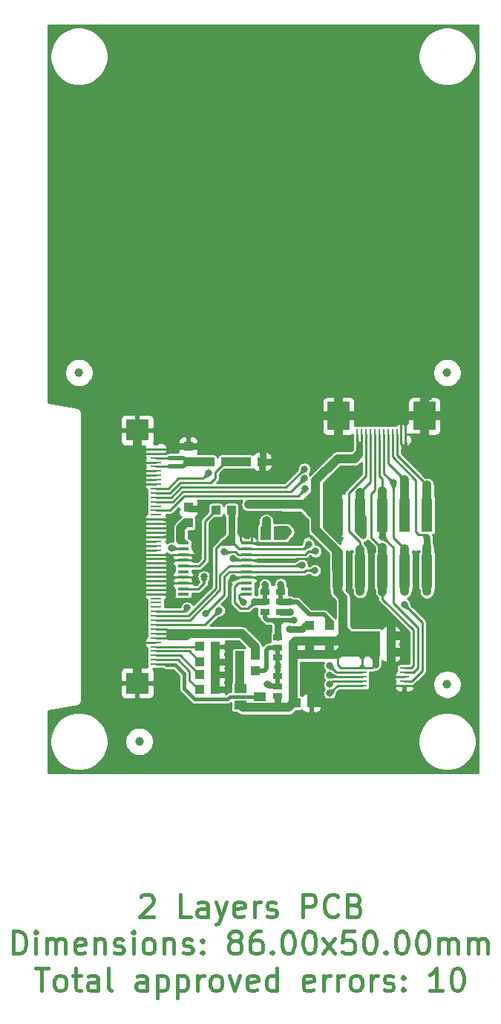
<source format=gbr>
G04 #@! TF.GenerationSoftware,KiCad,Pcbnew,5.1.6-c6e7f7d~87~ubuntu18.04.1*
G04 #@! TF.CreationDate,2022-09-30T15:40:45+03:00*
G04 #@! TF.ProjectId,MOD-LCD2.8RTP_Rev_C,4d4f442d-4c43-4443-922e-385254505f52,C*
G04 #@! TF.SameCoordinates,Original*
G04 #@! TF.FileFunction,Copper,L1,Top*
G04 #@! TF.FilePolarity,Positive*
%FSLAX46Y46*%
G04 Gerber Fmt 4.6, Leading zero omitted, Abs format (unit mm)*
G04 Created by KiCad (PCBNEW 5.1.6-c6e7f7d~87~ubuntu18.04.1) date 2022-09-30 15:40:45*
%MOMM*%
%LPD*%
G01*
G04 APERTURE LIST*
G04 #@! TA.AperFunction,NonConductor*
%ADD10C,0.381000*%
G04 #@! TD*
G04 #@! TA.AperFunction,EtchedComponent*
%ADD11C,0.508000*%
G04 #@! TD*
G04 #@! TA.AperFunction,SMDPad,CuDef*
%ADD12R,1.168400X1.600200*%
G04 #@! TD*
G04 #@! TA.AperFunction,SMDPad,CuDef*
%ADD13R,1.270000X0.325000*%
G04 #@! TD*
G04 #@! TA.AperFunction,SMDPad,CuDef*
%ADD14R,1.016000X0.762000*%
G04 #@! TD*
G04 #@! TA.AperFunction,SMDPad,CuDef*
%ADD15R,1.016000X1.016000*%
G04 #@! TD*
G04 #@! TA.AperFunction,SMDPad,CuDef*
%ADD16R,1.270000X3.810000*%
G04 #@! TD*
G04 #@! TA.AperFunction,SMDPad,CuDef*
%ADD17R,1.400000X1.000000*%
G04 #@! TD*
G04 #@! TA.AperFunction,SMDPad,CuDef*
%ADD18R,0.250000X1.300000*%
G04 #@! TD*
G04 #@! TA.AperFunction,SMDPad,CuDef*
%ADD19R,2.500000X3.200000*%
G04 #@! TD*
G04 #@! TA.AperFunction,ConnectorPad*
%ADD20C,1.000000*%
G04 #@! TD*
G04 #@! TA.AperFunction,SMDPad,CuDef*
%ADD21R,1.300000X0.250000*%
G04 #@! TD*
G04 #@! TA.AperFunction,SMDPad,CuDef*
%ADD22R,2.600000X2.400000*%
G04 #@! TD*
G04 #@! TA.AperFunction,SMDPad,CuDef*
%ADD23R,1.000000X0.250000*%
G04 #@! TD*
G04 #@! TA.AperFunction,ViaPad*
%ADD24C,0.800000*%
G04 #@! TD*
G04 #@! TA.AperFunction,Conductor*
%ADD25C,1.016000*%
G04 #@! TD*
G04 #@! TA.AperFunction,Conductor*
%ADD26C,0.254000*%
G04 #@! TD*
G04 #@! TA.AperFunction,Conductor*
%ADD27C,0.508000*%
G04 #@! TD*
G04 #@! TA.AperFunction,Conductor*
%ADD28C,0.250000*%
G04 #@! TD*
G04 #@! TA.AperFunction,Conductor*
%ADD29C,0.762000*%
G04 #@! TD*
G04 #@! TA.AperFunction,Conductor*
%ADD30C,0.406400*%
G04 #@! TD*
G04 #@! TA.AperFunction,Conductor*
%ADD31C,0.025400*%
G04 #@! TD*
G04 APERTURE END LIST*
D10*
X56061428Y-154679952D02*
X56182380Y-154559000D01*
X56424285Y-154438047D01*
X57029047Y-154438047D01*
X57270952Y-154559000D01*
X57391904Y-154679952D01*
X57512857Y-154921857D01*
X57512857Y-155163761D01*
X57391904Y-155526619D01*
X55940476Y-156978047D01*
X57512857Y-156978047D01*
X61746190Y-156978047D02*
X60536666Y-156978047D01*
X60536666Y-154438047D01*
X63681428Y-156978047D02*
X63681428Y-155647571D01*
X63560476Y-155405666D01*
X63318571Y-155284714D01*
X62834761Y-155284714D01*
X62592857Y-155405666D01*
X63681428Y-156857095D02*
X63439523Y-156978047D01*
X62834761Y-156978047D01*
X62592857Y-156857095D01*
X62471904Y-156615190D01*
X62471904Y-156373285D01*
X62592857Y-156131380D01*
X62834761Y-156010428D01*
X63439523Y-156010428D01*
X63681428Y-155889476D01*
X64649047Y-155284714D02*
X65253809Y-156978047D01*
X65858571Y-155284714D02*
X65253809Y-156978047D01*
X65011904Y-157582809D01*
X64890952Y-157703761D01*
X64649047Y-157824714D01*
X67793809Y-156857095D02*
X67551904Y-156978047D01*
X67068095Y-156978047D01*
X66826190Y-156857095D01*
X66705238Y-156615190D01*
X66705238Y-155647571D01*
X66826190Y-155405666D01*
X67068095Y-155284714D01*
X67551904Y-155284714D01*
X67793809Y-155405666D01*
X67914761Y-155647571D01*
X67914761Y-155889476D01*
X66705238Y-156131380D01*
X69003333Y-156978047D02*
X69003333Y-155284714D01*
X69003333Y-155768523D02*
X69124285Y-155526619D01*
X69245238Y-155405666D01*
X69487142Y-155284714D01*
X69729047Y-155284714D01*
X70454761Y-156857095D02*
X70696666Y-156978047D01*
X71180476Y-156978047D01*
X71422380Y-156857095D01*
X71543333Y-156615190D01*
X71543333Y-156494238D01*
X71422380Y-156252333D01*
X71180476Y-156131380D01*
X70817619Y-156131380D01*
X70575714Y-156010428D01*
X70454761Y-155768523D01*
X70454761Y-155647571D01*
X70575714Y-155405666D01*
X70817619Y-155284714D01*
X71180476Y-155284714D01*
X71422380Y-155405666D01*
X74567142Y-156978047D02*
X74567142Y-154438047D01*
X75534761Y-154438047D01*
X75776666Y-154559000D01*
X75897619Y-154679952D01*
X76018571Y-154921857D01*
X76018571Y-155284714D01*
X75897619Y-155526619D01*
X75776666Y-155647571D01*
X75534761Y-155768523D01*
X74567142Y-155768523D01*
X78558571Y-156736142D02*
X78437619Y-156857095D01*
X78074761Y-156978047D01*
X77832857Y-156978047D01*
X77470000Y-156857095D01*
X77228095Y-156615190D01*
X77107142Y-156373285D01*
X76986190Y-155889476D01*
X76986190Y-155526619D01*
X77107142Y-155042809D01*
X77228095Y-154800904D01*
X77470000Y-154559000D01*
X77832857Y-154438047D01*
X78074761Y-154438047D01*
X78437619Y-154559000D01*
X78558571Y-154679952D01*
X80493809Y-155647571D02*
X80856666Y-155768523D01*
X80977619Y-155889476D01*
X81098571Y-156131380D01*
X81098571Y-156494238D01*
X80977619Y-156736142D01*
X80856666Y-156857095D01*
X80614761Y-156978047D01*
X79647142Y-156978047D01*
X79647142Y-154438047D01*
X80493809Y-154438047D01*
X80735714Y-154559000D01*
X80856666Y-154679952D01*
X80977619Y-154921857D01*
X80977619Y-155163761D01*
X80856666Y-155405666D01*
X80735714Y-155526619D01*
X80493809Y-155647571D01*
X79647142Y-155647571D01*
X41547142Y-161169047D02*
X41547142Y-158629047D01*
X42151904Y-158629047D01*
X42514761Y-158750000D01*
X42756666Y-158991904D01*
X42877619Y-159233809D01*
X42998571Y-159717619D01*
X42998571Y-160080476D01*
X42877619Y-160564285D01*
X42756666Y-160806190D01*
X42514761Y-161048095D01*
X42151904Y-161169047D01*
X41547142Y-161169047D01*
X44087142Y-161169047D02*
X44087142Y-159475714D01*
X44087142Y-158629047D02*
X43966190Y-158750000D01*
X44087142Y-158870952D01*
X44208095Y-158750000D01*
X44087142Y-158629047D01*
X44087142Y-158870952D01*
X45296666Y-161169047D02*
X45296666Y-159475714D01*
X45296666Y-159717619D02*
X45417619Y-159596666D01*
X45659523Y-159475714D01*
X46022380Y-159475714D01*
X46264285Y-159596666D01*
X46385238Y-159838571D01*
X46385238Y-161169047D01*
X46385238Y-159838571D02*
X46506190Y-159596666D01*
X46748095Y-159475714D01*
X47110952Y-159475714D01*
X47352857Y-159596666D01*
X47473809Y-159838571D01*
X47473809Y-161169047D01*
X49650952Y-161048095D02*
X49409047Y-161169047D01*
X48925238Y-161169047D01*
X48683333Y-161048095D01*
X48562380Y-160806190D01*
X48562380Y-159838571D01*
X48683333Y-159596666D01*
X48925238Y-159475714D01*
X49409047Y-159475714D01*
X49650952Y-159596666D01*
X49771904Y-159838571D01*
X49771904Y-160080476D01*
X48562380Y-160322380D01*
X50860476Y-159475714D02*
X50860476Y-161169047D01*
X50860476Y-159717619D02*
X50981428Y-159596666D01*
X51223333Y-159475714D01*
X51586190Y-159475714D01*
X51828095Y-159596666D01*
X51949047Y-159838571D01*
X51949047Y-161169047D01*
X53037619Y-161048095D02*
X53279523Y-161169047D01*
X53763333Y-161169047D01*
X54005238Y-161048095D01*
X54126190Y-160806190D01*
X54126190Y-160685238D01*
X54005238Y-160443333D01*
X53763333Y-160322380D01*
X53400476Y-160322380D01*
X53158571Y-160201428D01*
X53037619Y-159959523D01*
X53037619Y-159838571D01*
X53158571Y-159596666D01*
X53400476Y-159475714D01*
X53763333Y-159475714D01*
X54005238Y-159596666D01*
X55214761Y-161169047D02*
X55214761Y-159475714D01*
X55214761Y-158629047D02*
X55093809Y-158750000D01*
X55214761Y-158870952D01*
X55335714Y-158750000D01*
X55214761Y-158629047D01*
X55214761Y-158870952D01*
X56787142Y-161169047D02*
X56545238Y-161048095D01*
X56424285Y-160927142D01*
X56303333Y-160685238D01*
X56303333Y-159959523D01*
X56424285Y-159717619D01*
X56545238Y-159596666D01*
X56787142Y-159475714D01*
X57150000Y-159475714D01*
X57391904Y-159596666D01*
X57512857Y-159717619D01*
X57633809Y-159959523D01*
X57633809Y-160685238D01*
X57512857Y-160927142D01*
X57391904Y-161048095D01*
X57150000Y-161169047D01*
X56787142Y-161169047D01*
X58722380Y-159475714D02*
X58722380Y-161169047D01*
X58722380Y-159717619D02*
X58843333Y-159596666D01*
X59085238Y-159475714D01*
X59448095Y-159475714D01*
X59690000Y-159596666D01*
X59810952Y-159838571D01*
X59810952Y-161169047D01*
X60899523Y-161048095D02*
X61141428Y-161169047D01*
X61625238Y-161169047D01*
X61867142Y-161048095D01*
X61988095Y-160806190D01*
X61988095Y-160685238D01*
X61867142Y-160443333D01*
X61625238Y-160322380D01*
X61262380Y-160322380D01*
X61020476Y-160201428D01*
X60899523Y-159959523D01*
X60899523Y-159838571D01*
X61020476Y-159596666D01*
X61262380Y-159475714D01*
X61625238Y-159475714D01*
X61867142Y-159596666D01*
X63076666Y-160927142D02*
X63197619Y-161048095D01*
X63076666Y-161169047D01*
X62955714Y-161048095D01*
X63076666Y-160927142D01*
X63076666Y-161169047D01*
X63076666Y-159596666D02*
X63197619Y-159717619D01*
X63076666Y-159838571D01*
X62955714Y-159717619D01*
X63076666Y-159596666D01*
X63076666Y-159838571D01*
X66584285Y-159717619D02*
X66342380Y-159596666D01*
X66221428Y-159475714D01*
X66100476Y-159233809D01*
X66100476Y-159112857D01*
X66221428Y-158870952D01*
X66342380Y-158750000D01*
X66584285Y-158629047D01*
X67068095Y-158629047D01*
X67310000Y-158750000D01*
X67430952Y-158870952D01*
X67551904Y-159112857D01*
X67551904Y-159233809D01*
X67430952Y-159475714D01*
X67310000Y-159596666D01*
X67068095Y-159717619D01*
X66584285Y-159717619D01*
X66342380Y-159838571D01*
X66221428Y-159959523D01*
X66100476Y-160201428D01*
X66100476Y-160685238D01*
X66221428Y-160927142D01*
X66342380Y-161048095D01*
X66584285Y-161169047D01*
X67068095Y-161169047D01*
X67310000Y-161048095D01*
X67430952Y-160927142D01*
X67551904Y-160685238D01*
X67551904Y-160201428D01*
X67430952Y-159959523D01*
X67310000Y-159838571D01*
X67068095Y-159717619D01*
X69729047Y-158629047D02*
X69245238Y-158629047D01*
X69003333Y-158750000D01*
X68882380Y-158870952D01*
X68640476Y-159233809D01*
X68519523Y-159717619D01*
X68519523Y-160685238D01*
X68640476Y-160927142D01*
X68761428Y-161048095D01*
X69003333Y-161169047D01*
X69487142Y-161169047D01*
X69729047Y-161048095D01*
X69850000Y-160927142D01*
X69970952Y-160685238D01*
X69970952Y-160080476D01*
X69850000Y-159838571D01*
X69729047Y-159717619D01*
X69487142Y-159596666D01*
X69003333Y-159596666D01*
X68761428Y-159717619D01*
X68640476Y-159838571D01*
X68519523Y-160080476D01*
X71059523Y-160927142D02*
X71180476Y-161048095D01*
X71059523Y-161169047D01*
X70938571Y-161048095D01*
X71059523Y-160927142D01*
X71059523Y-161169047D01*
X72752857Y-158629047D02*
X72994761Y-158629047D01*
X73236666Y-158750000D01*
X73357619Y-158870952D01*
X73478571Y-159112857D01*
X73599523Y-159596666D01*
X73599523Y-160201428D01*
X73478571Y-160685238D01*
X73357619Y-160927142D01*
X73236666Y-161048095D01*
X72994761Y-161169047D01*
X72752857Y-161169047D01*
X72510952Y-161048095D01*
X72390000Y-160927142D01*
X72269047Y-160685238D01*
X72148095Y-160201428D01*
X72148095Y-159596666D01*
X72269047Y-159112857D01*
X72390000Y-158870952D01*
X72510952Y-158750000D01*
X72752857Y-158629047D01*
X75171904Y-158629047D02*
X75413809Y-158629047D01*
X75655714Y-158750000D01*
X75776666Y-158870952D01*
X75897619Y-159112857D01*
X76018571Y-159596666D01*
X76018571Y-160201428D01*
X75897619Y-160685238D01*
X75776666Y-160927142D01*
X75655714Y-161048095D01*
X75413809Y-161169047D01*
X75171904Y-161169047D01*
X74930000Y-161048095D01*
X74809047Y-160927142D01*
X74688095Y-160685238D01*
X74567142Y-160201428D01*
X74567142Y-159596666D01*
X74688095Y-159112857D01*
X74809047Y-158870952D01*
X74930000Y-158750000D01*
X75171904Y-158629047D01*
X76865238Y-161169047D02*
X78195714Y-159475714D01*
X76865238Y-159475714D02*
X78195714Y-161169047D01*
X80372857Y-158629047D02*
X79163333Y-158629047D01*
X79042380Y-159838571D01*
X79163333Y-159717619D01*
X79405238Y-159596666D01*
X80010000Y-159596666D01*
X80251904Y-159717619D01*
X80372857Y-159838571D01*
X80493809Y-160080476D01*
X80493809Y-160685238D01*
X80372857Y-160927142D01*
X80251904Y-161048095D01*
X80010000Y-161169047D01*
X79405238Y-161169047D01*
X79163333Y-161048095D01*
X79042380Y-160927142D01*
X82066190Y-158629047D02*
X82308095Y-158629047D01*
X82550000Y-158750000D01*
X82670952Y-158870952D01*
X82791904Y-159112857D01*
X82912857Y-159596666D01*
X82912857Y-160201428D01*
X82791904Y-160685238D01*
X82670952Y-160927142D01*
X82550000Y-161048095D01*
X82308095Y-161169047D01*
X82066190Y-161169047D01*
X81824285Y-161048095D01*
X81703333Y-160927142D01*
X81582380Y-160685238D01*
X81461428Y-160201428D01*
X81461428Y-159596666D01*
X81582380Y-159112857D01*
X81703333Y-158870952D01*
X81824285Y-158750000D01*
X82066190Y-158629047D01*
X84001428Y-160927142D02*
X84122380Y-161048095D01*
X84001428Y-161169047D01*
X83880476Y-161048095D01*
X84001428Y-160927142D01*
X84001428Y-161169047D01*
X85694761Y-158629047D02*
X85936666Y-158629047D01*
X86178571Y-158750000D01*
X86299523Y-158870952D01*
X86420476Y-159112857D01*
X86541428Y-159596666D01*
X86541428Y-160201428D01*
X86420476Y-160685238D01*
X86299523Y-160927142D01*
X86178571Y-161048095D01*
X85936666Y-161169047D01*
X85694761Y-161169047D01*
X85452857Y-161048095D01*
X85331904Y-160927142D01*
X85210952Y-160685238D01*
X85090000Y-160201428D01*
X85090000Y-159596666D01*
X85210952Y-159112857D01*
X85331904Y-158870952D01*
X85452857Y-158750000D01*
X85694761Y-158629047D01*
X88113809Y-158629047D02*
X88355714Y-158629047D01*
X88597619Y-158750000D01*
X88718571Y-158870952D01*
X88839523Y-159112857D01*
X88960476Y-159596666D01*
X88960476Y-160201428D01*
X88839523Y-160685238D01*
X88718571Y-160927142D01*
X88597619Y-161048095D01*
X88355714Y-161169047D01*
X88113809Y-161169047D01*
X87871904Y-161048095D01*
X87750952Y-160927142D01*
X87630000Y-160685238D01*
X87509047Y-160201428D01*
X87509047Y-159596666D01*
X87630000Y-159112857D01*
X87750952Y-158870952D01*
X87871904Y-158750000D01*
X88113809Y-158629047D01*
X90049047Y-161169047D02*
X90049047Y-159475714D01*
X90049047Y-159717619D02*
X90170000Y-159596666D01*
X90411904Y-159475714D01*
X90774761Y-159475714D01*
X91016666Y-159596666D01*
X91137619Y-159838571D01*
X91137619Y-161169047D01*
X91137619Y-159838571D02*
X91258571Y-159596666D01*
X91500476Y-159475714D01*
X91863333Y-159475714D01*
X92105238Y-159596666D01*
X92226190Y-159838571D01*
X92226190Y-161169047D01*
X93435714Y-161169047D02*
X93435714Y-159475714D01*
X93435714Y-159717619D02*
X93556666Y-159596666D01*
X93798571Y-159475714D01*
X94161428Y-159475714D01*
X94403333Y-159596666D01*
X94524285Y-159838571D01*
X94524285Y-161169047D01*
X94524285Y-159838571D02*
X94645238Y-159596666D01*
X94887142Y-159475714D01*
X95250000Y-159475714D01*
X95491904Y-159596666D01*
X95612857Y-159838571D01*
X95612857Y-161169047D01*
X44026666Y-162820047D02*
X45478095Y-162820047D01*
X44752380Y-165360047D02*
X44752380Y-162820047D01*
X46687619Y-165360047D02*
X46445714Y-165239095D01*
X46324761Y-165118142D01*
X46203809Y-164876238D01*
X46203809Y-164150523D01*
X46324761Y-163908619D01*
X46445714Y-163787666D01*
X46687619Y-163666714D01*
X47050476Y-163666714D01*
X47292380Y-163787666D01*
X47413333Y-163908619D01*
X47534285Y-164150523D01*
X47534285Y-164876238D01*
X47413333Y-165118142D01*
X47292380Y-165239095D01*
X47050476Y-165360047D01*
X46687619Y-165360047D01*
X48260000Y-163666714D02*
X49227619Y-163666714D01*
X48622857Y-162820047D02*
X48622857Y-164997190D01*
X48743809Y-165239095D01*
X48985714Y-165360047D01*
X49227619Y-165360047D01*
X51162857Y-165360047D02*
X51162857Y-164029571D01*
X51041904Y-163787666D01*
X50800000Y-163666714D01*
X50316190Y-163666714D01*
X50074285Y-163787666D01*
X51162857Y-165239095D02*
X50920952Y-165360047D01*
X50316190Y-165360047D01*
X50074285Y-165239095D01*
X49953333Y-164997190D01*
X49953333Y-164755285D01*
X50074285Y-164513380D01*
X50316190Y-164392428D01*
X50920952Y-164392428D01*
X51162857Y-164271476D01*
X52735238Y-165360047D02*
X52493333Y-165239095D01*
X52372380Y-164997190D01*
X52372380Y-162820047D01*
X56726666Y-165360047D02*
X56726666Y-164029571D01*
X56605714Y-163787666D01*
X56363809Y-163666714D01*
X55880000Y-163666714D01*
X55638095Y-163787666D01*
X56726666Y-165239095D02*
X56484761Y-165360047D01*
X55880000Y-165360047D01*
X55638095Y-165239095D01*
X55517142Y-164997190D01*
X55517142Y-164755285D01*
X55638095Y-164513380D01*
X55880000Y-164392428D01*
X56484761Y-164392428D01*
X56726666Y-164271476D01*
X57936190Y-163666714D02*
X57936190Y-166206714D01*
X57936190Y-163787666D02*
X58178095Y-163666714D01*
X58661904Y-163666714D01*
X58903809Y-163787666D01*
X59024761Y-163908619D01*
X59145714Y-164150523D01*
X59145714Y-164876238D01*
X59024761Y-165118142D01*
X58903809Y-165239095D01*
X58661904Y-165360047D01*
X58178095Y-165360047D01*
X57936190Y-165239095D01*
X60234285Y-163666714D02*
X60234285Y-166206714D01*
X60234285Y-163787666D02*
X60476190Y-163666714D01*
X60960000Y-163666714D01*
X61201904Y-163787666D01*
X61322857Y-163908619D01*
X61443809Y-164150523D01*
X61443809Y-164876238D01*
X61322857Y-165118142D01*
X61201904Y-165239095D01*
X60960000Y-165360047D01*
X60476190Y-165360047D01*
X60234285Y-165239095D01*
X62532380Y-165360047D02*
X62532380Y-163666714D01*
X62532380Y-164150523D02*
X62653333Y-163908619D01*
X62774285Y-163787666D01*
X63016190Y-163666714D01*
X63258095Y-163666714D01*
X64467619Y-165360047D02*
X64225714Y-165239095D01*
X64104761Y-165118142D01*
X63983809Y-164876238D01*
X63983809Y-164150523D01*
X64104761Y-163908619D01*
X64225714Y-163787666D01*
X64467619Y-163666714D01*
X64830476Y-163666714D01*
X65072380Y-163787666D01*
X65193333Y-163908619D01*
X65314285Y-164150523D01*
X65314285Y-164876238D01*
X65193333Y-165118142D01*
X65072380Y-165239095D01*
X64830476Y-165360047D01*
X64467619Y-165360047D01*
X66160952Y-163666714D02*
X66765714Y-165360047D01*
X67370476Y-163666714D01*
X69305714Y-165239095D02*
X69063809Y-165360047D01*
X68580000Y-165360047D01*
X68338095Y-165239095D01*
X68217142Y-164997190D01*
X68217142Y-164029571D01*
X68338095Y-163787666D01*
X68580000Y-163666714D01*
X69063809Y-163666714D01*
X69305714Y-163787666D01*
X69426666Y-164029571D01*
X69426666Y-164271476D01*
X68217142Y-164513380D01*
X71603809Y-165360047D02*
X71603809Y-162820047D01*
X71603809Y-165239095D02*
X71361904Y-165360047D01*
X70878095Y-165360047D01*
X70636190Y-165239095D01*
X70515238Y-165118142D01*
X70394285Y-164876238D01*
X70394285Y-164150523D01*
X70515238Y-163908619D01*
X70636190Y-163787666D01*
X70878095Y-163666714D01*
X71361904Y-163666714D01*
X71603809Y-163787666D01*
X75716190Y-165239095D02*
X75474285Y-165360047D01*
X74990476Y-165360047D01*
X74748571Y-165239095D01*
X74627619Y-164997190D01*
X74627619Y-164029571D01*
X74748571Y-163787666D01*
X74990476Y-163666714D01*
X75474285Y-163666714D01*
X75716190Y-163787666D01*
X75837142Y-164029571D01*
X75837142Y-164271476D01*
X74627619Y-164513380D01*
X76925714Y-165360047D02*
X76925714Y-163666714D01*
X76925714Y-164150523D02*
X77046666Y-163908619D01*
X77167619Y-163787666D01*
X77409523Y-163666714D01*
X77651428Y-163666714D01*
X78498095Y-165360047D02*
X78498095Y-163666714D01*
X78498095Y-164150523D02*
X78619047Y-163908619D01*
X78740000Y-163787666D01*
X78981904Y-163666714D01*
X79223809Y-163666714D01*
X80433333Y-165360047D02*
X80191428Y-165239095D01*
X80070476Y-165118142D01*
X79949523Y-164876238D01*
X79949523Y-164150523D01*
X80070476Y-163908619D01*
X80191428Y-163787666D01*
X80433333Y-163666714D01*
X80796190Y-163666714D01*
X81038095Y-163787666D01*
X81159047Y-163908619D01*
X81280000Y-164150523D01*
X81280000Y-164876238D01*
X81159047Y-165118142D01*
X81038095Y-165239095D01*
X80796190Y-165360047D01*
X80433333Y-165360047D01*
X82368571Y-165360047D02*
X82368571Y-163666714D01*
X82368571Y-164150523D02*
X82489523Y-163908619D01*
X82610476Y-163787666D01*
X82852380Y-163666714D01*
X83094285Y-163666714D01*
X83820000Y-165239095D02*
X84061904Y-165360047D01*
X84545714Y-165360047D01*
X84787619Y-165239095D01*
X84908571Y-164997190D01*
X84908571Y-164876238D01*
X84787619Y-164634333D01*
X84545714Y-164513380D01*
X84182857Y-164513380D01*
X83940952Y-164392428D01*
X83820000Y-164150523D01*
X83820000Y-164029571D01*
X83940952Y-163787666D01*
X84182857Y-163666714D01*
X84545714Y-163666714D01*
X84787619Y-163787666D01*
X85997142Y-165118142D02*
X86118095Y-165239095D01*
X85997142Y-165360047D01*
X85876190Y-165239095D01*
X85997142Y-165118142D01*
X85997142Y-165360047D01*
X85997142Y-163787666D02*
X86118095Y-163908619D01*
X85997142Y-164029571D01*
X85876190Y-163908619D01*
X85997142Y-163787666D01*
X85997142Y-164029571D01*
X90472380Y-165360047D02*
X89020952Y-165360047D01*
X89746666Y-165360047D02*
X89746666Y-162820047D01*
X89504761Y-163182904D01*
X89262857Y-163424809D01*
X89020952Y-163545761D01*
X92044761Y-162820047D02*
X92286666Y-162820047D01*
X92528571Y-162941000D01*
X92649523Y-163061952D01*
X92770476Y-163303857D01*
X92891428Y-163787666D01*
X92891428Y-164392428D01*
X92770476Y-164876238D01*
X92649523Y-165118142D01*
X92528571Y-165239095D01*
X92286666Y-165360047D01*
X92044761Y-165360047D01*
X91802857Y-165239095D01*
X91681904Y-165118142D01*
X91560952Y-164876238D01*
X91440000Y-164392428D01*
X91440000Y-163787666D01*
X91560952Y-163303857D01*
X91681904Y-163061952D01*
X91802857Y-162941000D01*
X92044761Y-162820047D01*
D11*
X72000000Y-119957000D02*
X72000000Y-121100000D01*
X70200000Y-119957000D02*
X70200000Y-121100000D01*
X71700000Y-127443000D02*
X71700000Y-126300000D01*
X71700000Y-129557000D02*
X71700000Y-130700000D01*
D12*
X71818500Y-113284000D03*
X70294500Y-113284000D03*
D13*
X60882500Y-114414999D03*
X60882500Y-115064999D03*
X60882500Y-115714999D03*
X60882500Y-116364999D03*
X60882500Y-117014999D03*
X60882500Y-117664999D03*
X60882500Y-118314999D03*
X60882500Y-118964999D03*
X60882500Y-119614999D03*
X60882500Y-120264999D03*
X68121500Y-120264999D03*
X68121500Y-119614999D03*
X68121500Y-118964999D03*
X68121500Y-118314999D03*
X68121500Y-117664999D03*
X68121500Y-117014999D03*
X68121500Y-116364999D03*
X68121500Y-115714999D03*
X68121500Y-115064999D03*
X68121500Y-114414999D03*
D14*
X72000000Y-122243000D03*
X72000000Y-121100000D03*
X72000000Y-119957000D03*
X70200000Y-122243000D03*
X70200000Y-121100000D03*
X70200000Y-119957000D03*
X71700000Y-125157000D03*
X71700000Y-126300000D03*
X71700000Y-127443000D03*
X71700000Y-131843000D03*
X71700000Y-130700000D03*
X71700000Y-129557000D03*
D15*
X61468000Y-105156000D03*
X61468000Y-103378000D03*
X61468000Y-110363000D03*
X61468000Y-112141000D03*
X73736200Y-132613400D03*
X75514200Y-132613400D03*
D16*
X78520000Y-117575000D03*
X78520000Y-111225000D03*
X81060000Y-117575000D03*
X81060000Y-111225000D03*
X83600000Y-117575000D03*
X83600000Y-111225000D03*
X86140000Y-117575000D03*
X86140000Y-111225000D03*
X88680000Y-117575000D03*
X88680000Y-111225000D03*
D17*
X67392560Y-130950040D03*
X67392560Y-132852500D03*
X69602360Y-131897460D03*
D15*
X62800000Y-126200000D03*
X64578000Y-126200000D03*
X62811000Y-127900000D03*
X64589000Y-127900000D03*
X62811000Y-129400000D03*
X64589000Y-129400000D03*
X62811000Y-131100000D03*
X64589000Y-131100000D03*
X66407000Y-110667800D03*
X64629000Y-110667800D03*
X77597000Y-125574000D03*
X77597000Y-123796000D03*
X75311000Y-125574001D03*
X75311000Y-123796001D03*
X67311000Y-127200000D03*
X69089000Y-127200000D03*
X67311000Y-129000000D03*
X69089000Y-129000000D03*
X69889000Y-105150000D03*
X68111000Y-105150000D03*
X65694476Y-105150000D03*
X63916476Y-105150000D03*
D18*
X86250000Y-102050000D03*
X85750000Y-102050000D03*
X85250000Y-102050000D03*
X84750000Y-102050000D03*
X84250000Y-102050000D03*
X83750000Y-102050000D03*
D19*
X88400000Y-99950000D03*
X78600000Y-99950000D03*
D18*
X83250000Y-102050000D03*
X82750000Y-102050000D03*
X82250000Y-102050000D03*
X81750000Y-102050000D03*
X81250000Y-102050000D03*
X80750000Y-102050000D03*
D20*
X91000000Y-130500000D03*
X49000000Y-95000000D03*
X91000000Y-95000000D03*
X55880000Y-137000000D03*
D21*
X57750000Y-128210000D03*
X57750000Y-127710000D03*
X57750000Y-127210000D03*
X57750000Y-126710000D03*
X57750000Y-126210000D03*
X57750000Y-125710000D03*
X57750000Y-125210000D03*
X57750000Y-124710000D03*
X57750000Y-124210000D03*
X57750000Y-123710000D03*
X57750000Y-123210000D03*
X57750000Y-122710000D03*
X57750000Y-122210000D03*
X57750000Y-121710000D03*
X57750000Y-121210000D03*
X57750000Y-120710000D03*
X57750000Y-120210000D03*
X57750000Y-119710000D03*
X57750000Y-119210000D03*
X57750000Y-118710000D03*
X57750000Y-118210000D03*
X57750000Y-117710000D03*
X57750000Y-117210000D03*
X57750000Y-116710000D03*
X57750000Y-116210000D03*
X57750000Y-115710000D03*
X57750000Y-115210000D03*
X57750000Y-114710000D03*
X57750000Y-114210000D03*
X57750000Y-113710000D03*
X57750000Y-113210000D03*
X57750000Y-112710000D03*
X57750000Y-112210000D03*
X57750000Y-111710000D03*
X57750000Y-111210000D03*
X57750000Y-110710000D03*
X57750000Y-110210000D03*
X57750000Y-109710000D03*
X57750000Y-109210000D03*
X57750000Y-108710000D03*
D22*
X55650000Y-130360000D03*
X55650000Y-101560000D03*
D21*
X57750000Y-107210000D03*
X57750000Y-106710000D03*
X57750000Y-103710000D03*
X57750000Y-106210000D03*
X57750000Y-104710000D03*
X57750000Y-108210000D03*
X57750000Y-107710000D03*
X57750000Y-104210000D03*
X57750000Y-105210000D03*
X57750000Y-105710000D03*
D15*
X84582000Y-126873000D03*
X82804000Y-126873000D03*
X84582001Y-124968000D03*
X82804001Y-124968000D03*
D23*
X86114000Y-128643001D03*
X86114000Y-129143001D03*
X86114000Y-129643001D03*
X86114000Y-130143001D03*
X86114000Y-130643001D03*
X81314000Y-130643001D03*
X81314000Y-130143001D03*
X81314000Y-129643001D03*
X81314000Y-129143001D03*
X81314000Y-128643001D03*
D24*
X78308200Y-103073200D03*
X88087200Y-103073200D03*
X78486000Y-108585000D03*
X77343000Y-109601000D03*
X86233000Y-103632000D03*
X59690000Y-103378000D03*
X71700000Y-128524000D03*
X64589000Y-130302000D03*
X64589000Y-128651000D03*
X64589000Y-127000000D03*
X63017400Y-110464600D03*
X55650000Y-109905800D03*
X76733400Y-132638800D03*
X59334400Y-111760000D03*
X59359800Y-113665000D03*
X59410600Y-120853200D03*
X67360800Y-122732800D03*
X50800000Y-115570000D03*
X50800000Y-118110000D03*
X88417400Y-105181400D03*
X62230000Y-116014501D03*
X85979000Y-124968000D03*
X84582000Y-123952000D03*
X85979000Y-126873000D03*
X77343000Y-108585000D03*
X66548000Y-116205000D03*
X66548000Y-118392009D03*
X50800000Y-120650000D03*
X50800000Y-123190000D03*
X50800000Y-125730000D03*
X50800000Y-128270000D03*
X50800000Y-130810000D03*
X50800000Y-133350000D03*
X53340000Y-133350000D03*
X55880000Y-133350000D03*
X58420000Y-133350000D03*
X60960000Y-133350000D03*
X63500000Y-133350000D03*
X53340000Y-139700000D03*
X55880000Y-139700000D03*
X58420000Y-139700000D03*
X60960000Y-139700000D03*
X63500000Y-139700000D03*
X66040000Y-139700000D03*
X68580000Y-139700000D03*
X71120000Y-139700000D03*
X73660000Y-139700000D03*
X76200000Y-139700000D03*
X78740000Y-139700000D03*
X81280000Y-139700000D03*
X83820000Y-139700000D03*
X86360000Y-139700000D03*
X50800000Y-113030000D03*
X50800000Y-110490000D03*
X50800000Y-107950000D03*
X50800000Y-105410000D03*
X50800000Y-102870000D03*
X50800000Y-100330000D03*
X50800000Y-97790000D03*
X48260000Y-97790000D03*
X53340000Y-97790000D03*
X53340000Y-100330000D03*
X58420000Y-100330000D03*
X60960000Y-100330000D03*
X63500000Y-100330000D03*
X66040000Y-100330000D03*
X76200000Y-100330000D03*
X91440000Y-100330000D03*
X93980000Y-100330000D03*
X93980000Y-102870000D03*
X93980000Y-105410000D03*
X93980000Y-107950000D03*
X93980000Y-110490000D03*
X93980000Y-113030000D03*
X93980000Y-115570000D03*
X93980000Y-118110000D03*
X93980000Y-120650000D03*
X93980000Y-123190000D03*
X93980000Y-125730000D03*
X93980000Y-128270000D03*
X93980000Y-130810000D03*
X93980000Y-133350000D03*
X91440000Y-133350000D03*
X88900000Y-133350000D03*
X86360000Y-133350000D03*
X86360000Y-135890000D03*
X86360000Y-137795000D03*
X53340000Y-135890000D03*
X53340000Y-137795000D03*
X78740000Y-133350000D03*
X53340000Y-102870000D03*
X53340000Y-105410000D03*
X53340000Y-107950000D03*
X53340000Y-110490000D03*
X53340000Y-113030000D03*
X53340000Y-115570000D03*
X53340000Y-118110000D03*
X53340000Y-120650000D03*
X53340000Y-123190000D03*
X53340000Y-125730000D03*
X53340000Y-128270000D03*
X53340000Y-130810000D03*
X91440000Y-128270000D03*
X91440000Y-125730000D03*
X91440000Y-123190000D03*
X91440000Y-120650000D03*
X91440000Y-118110000D03*
X91440000Y-115570000D03*
X91440000Y-113030000D03*
X91440000Y-110490000D03*
X91440000Y-107950000D03*
X91440000Y-105410000D03*
X91440000Y-102870000D03*
X93980000Y-97790000D03*
X93980000Y-95250000D03*
X93980000Y-92710000D03*
X93980000Y-90170000D03*
X93980000Y-87630000D03*
X93980000Y-85090000D03*
X93980000Y-82550000D03*
X93980000Y-80010000D03*
X93980000Y-77470000D03*
X93980000Y-74930000D03*
X93980000Y-72390000D03*
X93980000Y-69850000D03*
X93980000Y-67310000D03*
X93980000Y-64770000D03*
X93980000Y-62230000D03*
X46355000Y-97790000D03*
X46355000Y-95250000D03*
X46355000Y-92710000D03*
X46355000Y-90170000D03*
X46355000Y-87630000D03*
X46355000Y-85090000D03*
X46355000Y-82550000D03*
X46355000Y-80010000D03*
X46355000Y-77470000D03*
X46355000Y-74930000D03*
X46355000Y-72390000D03*
X46355000Y-69850000D03*
X46355000Y-67310000D03*
X46355000Y-64770000D03*
X46355000Y-62230000D03*
X53340000Y-62230000D03*
X53340000Y-59690000D03*
X53340000Y-55880000D03*
X53340000Y-57785000D03*
X55880000Y-55880000D03*
X58420000Y-55880000D03*
X60960000Y-55880000D03*
X63500000Y-55880000D03*
X66040000Y-55880000D03*
X68580000Y-55880000D03*
X71120000Y-55880000D03*
X73660000Y-55880000D03*
X76200000Y-55880000D03*
X78740000Y-55880000D03*
X81280000Y-55880000D03*
X83820000Y-55880000D03*
X86360000Y-55880000D03*
X86360000Y-57785000D03*
X86360000Y-59690000D03*
X86360000Y-62230000D03*
X91440000Y-97790000D03*
X88900000Y-97790000D03*
X86360000Y-97790000D03*
X83820000Y-97790000D03*
X81280000Y-97790000D03*
X78740000Y-97790000D03*
X53340000Y-95250000D03*
X55880000Y-95250000D03*
X58420000Y-95250000D03*
X60960000Y-95250000D03*
X63500000Y-95250000D03*
X66040000Y-95250000D03*
X68580000Y-95250000D03*
X71120000Y-95250000D03*
X73660000Y-95250000D03*
X76200000Y-95250000D03*
X78740000Y-95250000D03*
X81280000Y-95250000D03*
X83820000Y-95250000D03*
X86360000Y-95250000D03*
X88900000Y-95250000D03*
X93980000Y-55880000D03*
X46355000Y-55880000D03*
X88900000Y-55880000D03*
X88900000Y-62230000D03*
X50927000Y-55880000D03*
X50927000Y-62230000D03*
X55880000Y-59690000D03*
X58420000Y-59690000D03*
X60960000Y-59690000D03*
X63500000Y-59690000D03*
X66040000Y-59690000D03*
X68580000Y-59690000D03*
X71120000Y-59690000D03*
X73660000Y-59690000D03*
X76200000Y-59690000D03*
X78740000Y-59690000D03*
X81280000Y-59690000D03*
X83820000Y-59690000D03*
X76200000Y-97790000D03*
X68580000Y-100330000D03*
X73660000Y-100330000D03*
X71120000Y-100330000D03*
X69977007Y-103377993D03*
X70993000Y-105156000D03*
X62517000Y-103411000D03*
X81280000Y-133350000D03*
X83820000Y-133350000D03*
X58420000Y-135890000D03*
X60960000Y-135890000D03*
X63500000Y-135890000D03*
X66040000Y-135890000D03*
X68580000Y-135890000D03*
X71120000Y-135890000D03*
X73660000Y-135890000D03*
X76200000Y-135890000D03*
X78740000Y-135890000D03*
X81280000Y-135890000D03*
X83820000Y-135890000D03*
X83820000Y-62230000D03*
X81280000Y-62230000D03*
X78740000Y-62230000D03*
X76200000Y-62230000D03*
X63500000Y-62230000D03*
X74676000Y-113538000D03*
X67437000Y-113157000D03*
X64897000Y-113157000D03*
X77851000Y-122047000D03*
X77851000Y-121031000D03*
X68707000Y-113157000D03*
X67437000Y-107315000D03*
X78359000Y-113537994D03*
X62230000Y-118618000D03*
X65913000Y-127889000D03*
X65913000Y-129413000D03*
X65913000Y-131064000D03*
X93980000Y-139700000D03*
X46355000Y-139700000D03*
X60604400Y-113385600D03*
X68351400Y-110032800D03*
X62560200Y-105150000D03*
X69089000Y-126237000D03*
X73431400Y-127127000D03*
X74728442Y-105978390D03*
X86098586Y-107195414D03*
X63754000Y-106426000D03*
X88680032Y-113826052D03*
X74815924Y-108234156D03*
X88680000Y-108297000D03*
X61341000Y-121793000D03*
X75911010Y-117515150D03*
X77595581Y-129502652D03*
X63412592Y-122467592D03*
X75184000Y-114554000D03*
X77588952Y-130502642D03*
X74422000Y-116896020D03*
X77588952Y-131530790D03*
X77597000Y-128397000D03*
X75980990Y-115356578D03*
X65532000Y-115443000D03*
X64960500Y-122110500D03*
X81060000Y-115189000D03*
X73533000Y-123190000D03*
X72772287Y-113158287D03*
X73117010Y-122243000D03*
X81413074Y-113531926D03*
X83616800Y-114935000D03*
X72010917Y-119103056D03*
X83616800Y-113690370D03*
X70200000Y-119126000D03*
X70459600Y-130505200D03*
X59546218Y-114987989D03*
X67741800Y-121132600D03*
X73088500Y-121094500D03*
X69062600Y-121107200D03*
X73025002Y-124206000D03*
X70358000Y-111887000D03*
X86106000Y-121412000D03*
X63246000Y-118237000D03*
X84861400Y-107569000D03*
X74682074Y-107067074D03*
D25*
X78600000Y-99950000D02*
X76886800Y-99950000D01*
X88400000Y-99950000D02*
X90600800Y-99950000D01*
X88400000Y-99950000D02*
X88400000Y-97620200D01*
X78600000Y-99950000D02*
X78600000Y-97624600D01*
X78600000Y-102781400D02*
X78308200Y-103073200D01*
X78600000Y-99950000D02*
X78600000Y-102781400D01*
X88400000Y-102760400D02*
X88087200Y-103073200D01*
D26*
X55940000Y-125710000D02*
X55650000Y-126000000D01*
X57750000Y-125710000D02*
X55940000Y-125710000D01*
D25*
X55650000Y-126000000D02*
X55650000Y-130360000D01*
D26*
X57750000Y-120210000D02*
X55860000Y-120210000D01*
X55860000Y-120210000D02*
X55650000Y-120000000D01*
D25*
X55650000Y-120000000D02*
X55650000Y-126000000D01*
D26*
X55940000Y-119710000D02*
X55650000Y-120000000D01*
X57750000Y-119710000D02*
X55940000Y-119710000D01*
X55860000Y-119210000D02*
X55650000Y-119000000D01*
X57750000Y-119210000D02*
X55860000Y-119210000D01*
D25*
X55650000Y-119000000D02*
X55650000Y-120000000D01*
D26*
X55940000Y-118710000D02*
X55650000Y-119000000D01*
X57750000Y-118710000D02*
X55940000Y-118710000D01*
X55860000Y-118210000D02*
X55650000Y-118000000D01*
X57750000Y-118210000D02*
X55860000Y-118210000D01*
D25*
X55650000Y-118000000D02*
X55650000Y-119000000D01*
D26*
X55940000Y-117710000D02*
X55650000Y-118000000D01*
X57750000Y-117710000D02*
X55940000Y-117710000D01*
X55940000Y-117210000D02*
X55650000Y-117500000D01*
X57750000Y-117210000D02*
X55940000Y-117210000D01*
D25*
X55650000Y-117500000D02*
X55650000Y-118000000D01*
D26*
X55860000Y-116710000D02*
X55650000Y-116500000D01*
X57750000Y-116710000D02*
X55860000Y-116710000D01*
D25*
X55650000Y-116500000D02*
X55650000Y-117500000D01*
D26*
X55940000Y-116210000D02*
X55650000Y-116500000D01*
X57750000Y-116210000D02*
X55940000Y-116210000D01*
X55860000Y-115710000D02*
X55650000Y-115500000D01*
X57750000Y-115710000D02*
X55860000Y-115710000D01*
D25*
X55650000Y-115500000D02*
X55650000Y-116500000D01*
D26*
X55940000Y-115210000D02*
X55650000Y-115500000D01*
X57750000Y-115210000D02*
X55940000Y-115210000D01*
X57750000Y-114710000D02*
X55860000Y-114710000D01*
X55860000Y-114710000D02*
X55650000Y-114500000D01*
D25*
X55650000Y-114500000D02*
X55650000Y-115500000D01*
D26*
X55940000Y-114210000D02*
X55650000Y-114500000D01*
X57750000Y-114210000D02*
X55940000Y-114210000D01*
X55940000Y-113710000D02*
X55650000Y-114000000D01*
X57750000Y-113710000D02*
X55940000Y-113710000D01*
D25*
X55650000Y-114000000D02*
X55650000Y-114500000D01*
D26*
X55860000Y-113210000D02*
X55650000Y-113000000D01*
X57750000Y-113210000D02*
X55860000Y-113210000D01*
D25*
X55650000Y-113000000D02*
X55650000Y-114000000D01*
D26*
X55940000Y-112710000D02*
X55650000Y-113000000D01*
X57750000Y-112710000D02*
X55940000Y-112710000D01*
X55860000Y-112210000D02*
X55650000Y-112000000D01*
X57750000Y-112210000D02*
X55860000Y-112210000D01*
D25*
X55650000Y-112000000D02*
X55650000Y-113000000D01*
D26*
X55940000Y-111710000D02*
X55650000Y-112000000D01*
X57750000Y-111710000D02*
X55940000Y-111710000D01*
X55940000Y-103710000D02*
X55650000Y-104000000D01*
D25*
X55650000Y-101560000D02*
X55650000Y-104000000D01*
D26*
X57750000Y-103710000D02*
X55940000Y-103710000D01*
X55860000Y-104210000D02*
X55650000Y-104000000D01*
X57750000Y-104210000D02*
X55860000Y-104210000D01*
X55860000Y-105210000D02*
X55650000Y-105000000D01*
D25*
X55650000Y-104000000D02*
X55650000Y-105000000D01*
D26*
X57750000Y-105210000D02*
X55860000Y-105210000D01*
X57750000Y-106210000D02*
X55860000Y-106210000D01*
D25*
X55650000Y-105000000D02*
X55650000Y-106000000D01*
D26*
X55860000Y-106210000D02*
X55650000Y-106000000D01*
D25*
X55650000Y-106000000D02*
X55650000Y-106500000D01*
D26*
X55860000Y-106710000D02*
X55650000Y-106500000D01*
X57750000Y-106710000D02*
X55860000Y-106710000D01*
X55860000Y-107210000D02*
X55650000Y-107000000D01*
X57750000Y-107210000D02*
X55860000Y-107210000D01*
D25*
X55650000Y-106500000D02*
X55650000Y-107000000D01*
D26*
X55860000Y-107710000D02*
X55650000Y-107500000D01*
X57750000Y-107710000D02*
X55860000Y-107710000D01*
D25*
X55650000Y-107000000D02*
X55650000Y-107500000D01*
D26*
X85750000Y-103149000D02*
X86233000Y-103632000D01*
X85750000Y-102050000D02*
X85750000Y-103149000D01*
X86250000Y-103615000D02*
X86233000Y-103632000D01*
X86250000Y-102050000D02*
X86250000Y-103615000D01*
X59358000Y-103710000D02*
X59690000Y-103378000D01*
X57750000Y-103710000D02*
X59358000Y-103710000D01*
X58858000Y-104210000D02*
X59690000Y-103378000D01*
X57750000Y-104210000D02*
X58858000Y-104210000D01*
D27*
X71700000Y-128524000D02*
X71700000Y-129557000D01*
X71700000Y-127443000D02*
X71700000Y-128524000D01*
D25*
X55650000Y-107500000D02*
X55650000Y-109905800D01*
X55650000Y-109905800D02*
X55650000Y-112000000D01*
D26*
X60946000Y-118330599D02*
X60946000Y-118344185D01*
D28*
X61930498Y-115714999D02*
X62230000Y-116014501D01*
X60882500Y-115714999D02*
X61930498Y-115714999D01*
X61879502Y-116364999D02*
X62230000Y-116014501D01*
X60882500Y-116364999D02*
X61879502Y-116364999D01*
D25*
X84582001Y-124968000D02*
X84582001Y-126872999D01*
X84582001Y-126872999D02*
X84582000Y-126873000D01*
X84582001Y-124968000D02*
X85979000Y-124968000D01*
D26*
X86114000Y-130643001D02*
X84923001Y-130643001D01*
X84923001Y-130643001D02*
X84582000Y-130302000D01*
X84812001Y-129643001D02*
X84582000Y-129413000D01*
X86114000Y-129643001D02*
X84812001Y-129643001D01*
D25*
X84582000Y-130302000D02*
X84582000Y-129413000D01*
X84582000Y-129413000D02*
X84582000Y-126873000D01*
X84582001Y-124968000D02*
X84582001Y-123952001D01*
X84582001Y-123952001D02*
X84582000Y-123952000D01*
X77443000Y-111225000D02*
X78520000Y-111225000D01*
X77343000Y-111125000D02*
X77443000Y-111225000D01*
X84582000Y-126873000D02*
X85979000Y-126873000D01*
X77343000Y-109601000D02*
X77343000Y-111125000D01*
D29*
X78520000Y-108619000D02*
X78486000Y-108585000D01*
X78520000Y-111225000D02*
X78520000Y-108619000D01*
X78520000Y-111225000D02*
X77851000Y-110556000D01*
X77851000Y-110556000D02*
X77851000Y-108712000D01*
X77851000Y-108712000D02*
X77978000Y-108585000D01*
D25*
X78486000Y-108585000D02*
X77978000Y-108585000D01*
X77978000Y-108585000D02*
X77343000Y-108585000D01*
X78486000Y-108585000D02*
X78486000Y-110236000D01*
D26*
X85750000Y-100103000D02*
X85597000Y-99950000D01*
D25*
X78600000Y-99950000D02*
X85597000Y-99950000D01*
D26*
X85750000Y-102050000D02*
X85750000Y-100103000D01*
X86250000Y-99968000D02*
X86232000Y-99950000D01*
X86250000Y-102050000D02*
X86250000Y-99968000D01*
D25*
X85597000Y-99950000D02*
X86232000Y-99950000D01*
X86232000Y-99950000D02*
X88400000Y-99950000D01*
D26*
X86250000Y-102050000D02*
X88339000Y-102050000D01*
X88339000Y-102050000D02*
X88400000Y-101989000D01*
D25*
X88400000Y-99950000D02*
X88400000Y-101989000D01*
X88400000Y-101989000D02*
X88400000Y-102760400D01*
D26*
X68121500Y-116364999D02*
X66707999Y-116364999D01*
X66707999Y-116364999D02*
X66548000Y-116205000D01*
X66625010Y-118314999D02*
X66548000Y-118392009D01*
X68121500Y-118314999D02*
X66625010Y-118314999D01*
D27*
X69944000Y-103411000D02*
X69977007Y-103377993D01*
D29*
X69889000Y-105150000D02*
X70987000Y-105150000D01*
X70987000Y-105150000D02*
X70993000Y-105156000D01*
X69977000Y-105062000D02*
X69977000Y-104394000D01*
X69889000Y-105150000D02*
X69977000Y-105062000D01*
X69977007Y-104393993D02*
X69977000Y-104394000D01*
X69977007Y-103377993D02*
X69977007Y-104393993D01*
X59723000Y-103411000D02*
X59690000Y-103378000D01*
X61400000Y-103411000D02*
X59723000Y-103411000D01*
X61400000Y-103411000D02*
X62517000Y-103411000D01*
D27*
X62517000Y-103411000D02*
X69944000Y-103411000D01*
D29*
X62992000Y-110490000D02*
X63017400Y-110464600D01*
X61468000Y-110363000D02*
X61595000Y-110490000D01*
X61595000Y-110490000D02*
X62992000Y-110490000D01*
D26*
X89598500Y-128270000D02*
X91440000Y-128270000D01*
X86114000Y-130643001D02*
X87225499Y-130643001D01*
X87225499Y-130643001D02*
X89598500Y-128270000D01*
D25*
X64578000Y-126989000D02*
X64589000Y-127000000D01*
X64578000Y-126200000D02*
X64578000Y-126989000D01*
X64589000Y-127900000D02*
X64589000Y-127000000D01*
X64589000Y-127900000D02*
X64589000Y-128651000D01*
X64589000Y-129400000D02*
X64589000Y-128651000D01*
X64589000Y-129400000D02*
X64589000Y-130302000D01*
X64589000Y-131100000D02*
X64589000Y-130302000D01*
D26*
X59468999Y-116364999D02*
X59410600Y-116306600D01*
X60882500Y-116364999D02*
X59468999Y-116364999D01*
X59434201Y-118314999D02*
X59410600Y-118338600D01*
X60882500Y-118314999D02*
X59434201Y-118314999D01*
X59419201Y-118964999D02*
X59410600Y-118973600D01*
X60882500Y-118964999D02*
X59419201Y-118964999D01*
D25*
X78486000Y-111125000D02*
X78486000Y-112268000D01*
X77343000Y-111125000D02*
X78486000Y-111125000D01*
D26*
X63795072Y-109686928D02*
X67149829Y-109686928D01*
X67310000Y-109847099D02*
X67310000Y-110617000D01*
X67149829Y-109686928D02*
X67310000Y-109847099D01*
X72005810Y-110867810D02*
X74676000Y-113538000D01*
X63017400Y-110464600D02*
X63795072Y-109686928D01*
X67310000Y-110617000D02*
X67560810Y-110867810D01*
X73799001Y-114414999D02*
X74676000Y-113538000D01*
X76708000Y-117794124D02*
X76708000Y-116078000D01*
X68121500Y-118314999D02*
X76187125Y-118314999D01*
X76187125Y-118314999D02*
X76708000Y-117794124D01*
X76616990Y-116169010D02*
X76708000Y-116078000D01*
X73890028Y-116169010D02*
X76616990Y-116169010D01*
X68121500Y-116364999D02*
X73694039Y-116364999D01*
X73694039Y-116364999D02*
X73890028Y-116169010D01*
X75339842Y-113538000D02*
X74676000Y-113538000D01*
X76708000Y-116078000D02*
X76708000Y-114906158D01*
X76708000Y-114906158D02*
X75339842Y-113538000D01*
X67437000Y-114173000D02*
X67437000Y-113157000D01*
X68058000Y-114418999D02*
X67682999Y-114418999D01*
X67682999Y-114418999D02*
X67437000Y-114173000D01*
D27*
X62738000Y-115506501D02*
X62230000Y-116014501D01*
X62738000Y-111633000D02*
X62738000Y-115506501D01*
X63017400Y-110464600D02*
X63017400Y-111353600D01*
X63017400Y-111353600D02*
X62738000Y-111633000D01*
D25*
X84582000Y-130302000D02*
X84582000Y-131826000D01*
X84582000Y-131826000D02*
X83769200Y-132638800D01*
X83769200Y-132638800D02*
X76733400Y-132638800D01*
X76708000Y-132613400D02*
X76733400Y-132638800D01*
X75514200Y-132613400D02*
X76708000Y-132613400D01*
X75590400Y-131495800D02*
X75514200Y-131495800D01*
X76733400Y-132638800D02*
X75590400Y-131495800D01*
X75514200Y-132613400D02*
X75514200Y-131495800D01*
X75514200Y-131495800D02*
X75514200Y-128447800D01*
D26*
X68121500Y-114414999D02*
X68821999Y-114414999D01*
X68821999Y-114414999D02*
X73799001Y-114414999D01*
X68707000Y-114300000D02*
X68580000Y-114427000D01*
X68707000Y-113157000D02*
X68707000Y-114300000D01*
X57750000Y-120210000D02*
X59368000Y-120210000D01*
X59368000Y-120210000D02*
X59410600Y-120167400D01*
X59410600Y-120167400D02*
X59410600Y-120853200D01*
X59360000Y-119710000D02*
X59410600Y-119659400D01*
X57750000Y-119710000D02*
X59360000Y-119710000D01*
X59410600Y-119659400D02*
X59410600Y-120167400D01*
X57750000Y-119210000D02*
X59393000Y-119210000D01*
X59410600Y-118973600D02*
X59410600Y-119227600D01*
X59393000Y-119210000D02*
X59410600Y-119227600D01*
X59410600Y-119227600D02*
X59410600Y-119659400D01*
X59344000Y-118710000D02*
X59410600Y-118643400D01*
X57750000Y-118710000D02*
X59344000Y-118710000D01*
X59410600Y-118338600D02*
X59410600Y-118643400D01*
X59410600Y-118643400D02*
X59410600Y-118973600D01*
X57750000Y-118210000D02*
X59409000Y-118210000D01*
X59409000Y-118210000D02*
X59410600Y-118211600D01*
X59410600Y-118211600D02*
X59410600Y-118338600D01*
X59328000Y-117710000D02*
X59410600Y-117627400D01*
X57750000Y-117710000D02*
X59328000Y-117710000D01*
X59410600Y-117627400D02*
X59410600Y-118211600D01*
X59374200Y-117210000D02*
X59410600Y-117246400D01*
X57750000Y-117210000D02*
X59374200Y-117210000D01*
X59410600Y-117246400D02*
X59410600Y-117627400D01*
X57750000Y-116710000D02*
X59306000Y-116710000D01*
X59410600Y-116306600D02*
X59410600Y-116814600D01*
X59306000Y-116710000D02*
X59410600Y-116814600D01*
X59410600Y-116814600D02*
X59410600Y-117246400D01*
X59314000Y-116210000D02*
X59410600Y-116306600D01*
X57750000Y-116210000D02*
X59314000Y-116210000D01*
X59410600Y-115798600D02*
X59410600Y-116306600D01*
X59326999Y-115714999D02*
X59410600Y-115798600D01*
X59322000Y-115710000D02*
X57750000Y-115710000D01*
X60882500Y-115714999D02*
X59326999Y-115714999D01*
X59326999Y-115714999D02*
X59322000Y-115710000D01*
D29*
X59359800Y-111785400D02*
X59334400Y-111760000D01*
D26*
X59284400Y-111710000D02*
X59334400Y-111760000D01*
X57750000Y-111710000D02*
X59284400Y-111710000D01*
X57750000Y-112210000D02*
X59352600Y-112210000D01*
X59352600Y-112210000D02*
X59359800Y-112217200D01*
D29*
X59359800Y-112217200D02*
X59359800Y-111785400D01*
D26*
X59248000Y-112710000D02*
X59359800Y-112598200D01*
X57750000Y-112710000D02*
X59248000Y-112710000D01*
D29*
X59359800Y-112598200D02*
X59359800Y-112217200D01*
D26*
X59357600Y-113210000D02*
X59359800Y-113207800D01*
X57750000Y-113210000D02*
X59357600Y-113210000D01*
D29*
X59359800Y-113665000D02*
X59359800Y-113207800D01*
X59359800Y-113207800D02*
X59359800Y-112598200D01*
D26*
X59314800Y-113710000D02*
X59359800Y-113665000D01*
X57750000Y-113710000D02*
X59314800Y-113710000D01*
X68707000Y-110871000D02*
X68710190Y-110867810D01*
X68707000Y-113157000D02*
X68707000Y-110871000D01*
X67560810Y-110867810D02*
X68710190Y-110867810D01*
X68710190Y-110867810D02*
X72005810Y-110867810D01*
D30*
X66167000Y-122732800D02*
X67360800Y-122732800D01*
X66548000Y-118392009D02*
X66167000Y-118773009D01*
X66167000Y-118773009D02*
X66167000Y-122732800D01*
X66167000Y-122732800D02*
X65201800Y-123698000D01*
D29*
X69889000Y-105150000D02*
X69889000Y-106577500D01*
X69889000Y-106577500D02*
X69151500Y-107315000D01*
X69151500Y-107315000D02*
X67437000Y-107315000D01*
X78520000Y-111225000D02*
X78359000Y-111386000D01*
X78359000Y-111386000D02*
X78359000Y-113537994D01*
D28*
X61926999Y-118314999D02*
X62230000Y-118618000D01*
X60882500Y-118314999D02*
X61926999Y-118314999D01*
X60882500Y-118964999D02*
X61883001Y-118964999D01*
X61883001Y-118964999D02*
X62230000Y-118618000D01*
D25*
X77343000Y-109601000D02*
X77343000Y-108585000D01*
X77343000Y-112521994D02*
X78359000Y-113537994D01*
X77343000Y-111125000D02*
X77343000Y-112521994D01*
X78359000Y-113537994D02*
X78613000Y-113283994D01*
X78613000Y-113283994D02*
X78613000Y-112141000D01*
X77723994Y-112141000D02*
X77343000Y-112521994D01*
X78613000Y-112141000D02*
X77723994Y-112141000D01*
D30*
X62471300Y-120853200D02*
X59410600Y-120853200D01*
X64049201Y-119275299D02*
X62471300Y-120853200D01*
X64897000Y-113157000D02*
X64049201Y-114004799D01*
X64049201Y-114004799D02*
X64049201Y-119275299D01*
D29*
X65877000Y-131100000D02*
X65913000Y-131064000D01*
X64589000Y-131100000D02*
X65877000Y-131100000D01*
X65900000Y-129400000D02*
X65913000Y-129413000D01*
X64589000Y-129400000D02*
X65900000Y-129400000D01*
X65902000Y-127900000D02*
X65913000Y-127889000D01*
X64589000Y-127900000D02*
X65902000Y-127900000D01*
D25*
X72923400Y-133121400D02*
X71780400Y-133121400D01*
X71780400Y-133121400D02*
X69850000Y-133121400D01*
X77622400Y-127127000D02*
X75387200Y-127127000D01*
D26*
X81250000Y-102954000D02*
X80975200Y-103228800D01*
X81250000Y-102050000D02*
X81250000Y-102954000D01*
X80750000Y-103003600D02*
X80750000Y-102050000D01*
X80975200Y-103228800D02*
X80750000Y-103003600D01*
X57750000Y-125210000D02*
X59170000Y-125210000D01*
X59170000Y-125210000D02*
X59182000Y-125222000D01*
X60946000Y-114418999D02*
X60604400Y-114077399D01*
D27*
X61400000Y-105189000D02*
X60921000Y-104710000D01*
X59334400Y-104710000D02*
X60921000Y-104710000D01*
D26*
X57750000Y-104710000D02*
X59334400Y-104710000D01*
X57750000Y-105710000D02*
X59232800Y-105710000D01*
D27*
X59313800Y-105710000D02*
X60879000Y-105710000D01*
X59309000Y-105714800D02*
X59313800Y-105710000D01*
X61400000Y-105189000D02*
X60879000Y-105710000D01*
D25*
X73431400Y-132613400D02*
X72923400Y-133121400D01*
D27*
X73736200Y-132613400D02*
X73431400Y-132613400D01*
D25*
X82804001Y-124968000D02*
X79121000Y-124968000D01*
X67661460Y-133121400D02*
X69850000Y-133121400D01*
X67392560Y-132852500D02*
X67661460Y-133121400D01*
D27*
X77597000Y-127101600D02*
X77622400Y-127127000D01*
X59182000Y-125222000D02*
X61341000Y-125222000D01*
D25*
X73431400Y-127127000D02*
X73431400Y-127127000D01*
X75387200Y-127127000D02*
X73431400Y-127127000D01*
X73431400Y-127127000D02*
X73431400Y-132613400D01*
X60604400Y-112699800D02*
X60604400Y-113385600D01*
X60604400Y-113385600D02*
X60604400Y-114077399D01*
X77597000Y-125574000D02*
X77597000Y-127101600D01*
X75311000Y-127050800D02*
X75387200Y-127127000D01*
X75311000Y-125574001D02*
X75311000Y-127050800D01*
X77597000Y-125574000D02*
X79092000Y-125574000D01*
X79092000Y-125574000D02*
X79121000Y-125603000D01*
X79121000Y-124968000D02*
X79121000Y-125603000D01*
X78511400Y-127127000D02*
X77622400Y-127127000D01*
X79121000Y-125603000D02*
X79121000Y-126517400D01*
X79121000Y-126517400D02*
X78511400Y-127127000D01*
X78765400Y-126873000D02*
X78511400Y-127127000D01*
X82804000Y-126873000D02*
X82804000Y-125984000D01*
X82804000Y-125984000D02*
X82804000Y-124968000D01*
X79883000Y-124968000D02*
X79121000Y-124206000D01*
X82804001Y-124968000D02*
X79883000Y-124968000D01*
X79121000Y-124206000D02*
X79121000Y-124968000D01*
X79502000Y-125984000D02*
X79121000Y-125603000D01*
X82804000Y-125984000D02*
X79502000Y-125984000D01*
D27*
X62103000Y-124460000D02*
X59182000Y-124460000D01*
D26*
X59182000Y-124460000D02*
X59182000Y-124714000D01*
D27*
X59245500Y-124904500D02*
X59182000Y-124841000D01*
D26*
X59182000Y-124714000D02*
X59182000Y-124841000D01*
D27*
X61341000Y-125222000D02*
X61658500Y-124904500D01*
D26*
X59182000Y-124841000D02*
X59182000Y-125222000D01*
D27*
X61658500Y-124904500D02*
X62103000Y-124460000D01*
X59182000Y-124460000D02*
X59182000Y-125222000D01*
D26*
X58932000Y-124210000D02*
X59182000Y-124460000D01*
X57750000Y-124210000D02*
X58932000Y-124210000D01*
X59051000Y-124710000D02*
X59182000Y-124841000D01*
X57750000Y-124710000D02*
X59051000Y-124710000D01*
D25*
X69089000Y-127200000D02*
X69089000Y-126237000D01*
X61214000Y-124714000D02*
X61023500Y-124904500D01*
X67566000Y-124714000D02*
X61214000Y-124714000D01*
X69089000Y-126237000D02*
X67566000Y-124714000D01*
D27*
X61658500Y-124904500D02*
X61023500Y-124904500D01*
X61023500Y-124904500D02*
X59245500Y-124904500D01*
D29*
X80975200Y-104267000D02*
X80905380Y-104336820D01*
X80975200Y-103228800D02*
X80975200Y-104267000D01*
D25*
X80441800Y-104800400D02*
X80905380Y-104336820D01*
X78486000Y-104800400D02*
X80441800Y-104800400D01*
X75996800Y-107289600D02*
X78486000Y-104800400D01*
X74599800Y-110032800D02*
X74752200Y-110032800D01*
X75996800Y-108788200D02*
X75996800Y-107289600D01*
X74752200Y-110032800D02*
X75996800Y-108788200D01*
X75996800Y-110032800D02*
X74599800Y-110032800D01*
X74599800Y-110032800D02*
X68351400Y-110032800D01*
X74599800Y-110032800D02*
X75996800Y-111429800D01*
X75996800Y-111429800D02*
X75996800Y-111937800D01*
X75996800Y-111937800D02*
X75996800Y-108788200D01*
X63916476Y-105150000D02*
X62560200Y-105150000D01*
X62521200Y-105189000D02*
X62560200Y-105150000D01*
X61400000Y-105189000D02*
X62521200Y-105189000D01*
X61163200Y-112141000D02*
X60604400Y-112699800D01*
X61468000Y-112141000D02*
X61163200Y-112141000D01*
D26*
X81314000Y-127034000D02*
X81153000Y-126873000D01*
X78511400Y-128295400D02*
X78511400Y-127127000D01*
X81314000Y-128643001D02*
X78859001Y-128643001D01*
X78859001Y-128643001D02*
X78511400Y-128295400D01*
D28*
X82430999Y-128643001D02*
X82804000Y-128270000D01*
X81314000Y-128643001D02*
X82430999Y-128643001D01*
D25*
X81915000Y-126873000D02*
X81153000Y-126873000D01*
X82804000Y-126873000D02*
X81915000Y-126873000D01*
D29*
X82804000Y-126873000D02*
X82804000Y-127762000D01*
X82804000Y-127762000D02*
X82804000Y-128270000D01*
D27*
X81856000Y-126873000D02*
X81314000Y-127415000D01*
X81915000Y-126873000D02*
X81856000Y-126873000D01*
D26*
X81314000Y-127415000D02*
X81314000Y-127034000D01*
D27*
X80772000Y-126873000D02*
X80391000Y-126873000D01*
X81314000Y-127415000D02*
X80772000Y-126873000D01*
D25*
X81153000Y-126873000D02*
X80391000Y-126873000D01*
X80391000Y-126873000D02*
X78765400Y-126873000D01*
D27*
X82010250Y-126873000D02*
X81915000Y-126873000D01*
X82804000Y-127762000D02*
X82804000Y-127666750D01*
X82804000Y-127666750D02*
X82010250Y-126873000D01*
D26*
X81314000Y-128236000D02*
X81314000Y-128304000D01*
X81314000Y-128643001D02*
X81314000Y-128236000D01*
X81314000Y-128236000D02*
X81314000Y-127415000D01*
X81314000Y-128304000D02*
X81597500Y-128587500D01*
X81314000Y-128236000D02*
X80962500Y-128587500D01*
D25*
X75311000Y-125574001D02*
X73688999Y-125574001D01*
X73431400Y-125831600D02*
X73431400Y-127127000D01*
X73688999Y-125574001D02*
X73431400Y-125831600D01*
X76355999Y-125574001D02*
X75311000Y-125574001D01*
X77597000Y-125574000D02*
X76355999Y-125574001D01*
D26*
X60882500Y-114414999D02*
X61328999Y-114414999D01*
X60991399Y-114077399D02*
X60604400Y-114077399D01*
X61328999Y-114414999D02*
X60991399Y-114077399D01*
D25*
X75996800Y-112895493D02*
X75996800Y-111937800D01*
X78359000Y-115257693D02*
X75996800Y-112895493D01*
X78520000Y-117575000D02*
X78359000Y-117414000D01*
X78359000Y-117414000D02*
X78359000Y-115257693D01*
X78359000Y-115257693D02*
X78638400Y-115537093D01*
X78638400Y-115537093D02*
X78638400Y-116687600D01*
X78520000Y-117575000D02*
X78486000Y-117609000D01*
X79121000Y-120650000D02*
X79121000Y-124206000D01*
X78486000Y-120015000D02*
X79121000Y-120650000D01*
X78486000Y-117609000D02*
X78486000Y-120015000D01*
D29*
X71700000Y-133041000D02*
X71780400Y-133121400D01*
X71700000Y-131843000D02*
X71700000Y-133041000D01*
D25*
X78515000Y-125574000D02*
X79121000Y-124968000D01*
X77597000Y-125574000D02*
X78515000Y-125574000D01*
X82394000Y-125574000D02*
X82804000Y-125984000D01*
X78515000Y-125574000D02*
X82394000Y-125574000D01*
X65694476Y-105150000D02*
X66808000Y-105150000D01*
X68111000Y-105150000D02*
X66808000Y-105150000D01*
D26*
X64516000Y-106328476D02*
X65694476Y-105150000D01*
X64008000Y-107569000D02*
X64516000Y-107061000D01*
X64516000Y-107061000D02*
X64516000Y-106328476D01*
X60557796Y-107569000D02*
X64008000Y-107569000D01*
X57750000Y-108710000D02*
X59416796Y-108710000D01*
X59416796Y-108710000D02*
X60557796Y-107569000D01*
X86111823Y-107208651D02*
X86098586Y-107195414D01*
X84250000Y-105346828D02*
X86098586Y-107195414D01*
X84250000Y-102050000D02*
X84250000Y-105346828D01*
D25*
X86140000Y-111225000D02*
X86140000Y-107236828D01*
X86140000Y-107236828D02*
X86098586Y-107195414D01*
D26*
X59558864Y-109210000D02*
X60691864Y-108077000D01*
X74328443Y-106378389D02*
X74728442Y-105978390D01*
X60691864Y-108077000D02*
X72629832Y-108077000D01*
X72629832Y-108077000D02*
X74328443Y-106378389D01*
X57750000Y-109210000D02*
X59558864Y-109210000D01*
D25*
X88680000Y-117575000D02*
X88680000Y-114943600D01*
D28*
X63119000Y-107061000D02*
X63754000Y-106426000D01*
X60325000Y-107061000D02*
X63119000Y-107061000D01*
X57750000Y-108210000D02*
X59176000Y-108210000D01*
X59176000Y-108210000D02*
X60325000Y-107061000D01*
D29*
X88680000Y-114943600D02*
X88680000Y-113826084D01*
X88680000Y-113826084D02*
X88680032Y-113826052D01*
D26*
X87783399Y-113457001D02*
X88310981Y-113457001D01*
X87449166Y-113122768D02*
X87783399Y-113457001D01*
X87449166Y-107261166D02*
X87449166Y-113122768D01*
X84750000Y-102050000D02*
X84750000Y-104562000D01*
X88310981Y-113457001D02*
X88680032Y-113826052D01*
X84750000Y-104562000D02*
X87449166Y-107261166D01*
D25*
X88680000Y-117575000D02*
X88680000Y-119922000D01*
X88680000Y-111225000D02*
X88680000Y-108297000D01*
D26*
X85250000Y-102050000D02*
X85250000Y-104376200D01*
X85250000Y-104376200D02*
X88680000Y-107806200D01*
D25*
X88680000Y-108297000D02*
X88680000Y-107806200D01*
D26*
X74011069Y-109039011D02*
X74815924Y-108234156D01*
X61013989Y-109039011D02*
X74011069Y-109039011D01*
X57750000Y-110710000D02*
X59343000Y-110710000D01*
X59343000Y-110710000D02*
X61013989Y-109039011D01*
X60924000Y-122210000D02*
X61341000Y-121793000D01*
X57750000Y-122210000D02*
X60924000Y-122210000D01*
X77735930Y-129643001D02*
X77595581Y-129502652D01*
X81314000Y-129643001D02*
X77735930Y-129643001D01*
X68121500Y-117664999D02*
X66114603Y-117664999D01*
X66114603Y-117664999D02*
X65551021Y-118228581D01*
X65551021Y-118228581D02*
X65551021Y-120329163D01*
X65551021Y-120329163D02*
X63412592Y-122467592D01*
X74889850Y-117515150D02*
X74740001Y-117664999D01*
X75911010Y-117515150D02*
X74889850Y-117515150D01*
X68121500Y-117664999D02*
X74740001Y-117664999D01*
X74673001Y-115064999D02*
X75184000Y-114554000D01*
X68121500Y-115064999D02*
X74673001Y-115064999D01*
X77948593Y-130143001D02*
X77588952Y-130502642D01*
X81314000Y-130143001D02*
X77948593Y-130143001D01*
X66340501Y-114173000D02*
X65468502Y-114173000D01*
X68121500Y-115064999D02*
X67232500Y-115064999D01*
X66407000Y-113234502D02*
X66407000Y-113143000D01*
D29*
X66407000Y-110667800D02*
X66407000Y-113143000D01*
X66407000Y-113679000D02*
X66407000Y-114173000D01*
X66407000Y-113143000D02*
X66407000Y-113679000D01*
D26*
X65468502Y-114173000D02*
X65627251Y-114014251D01*
X65627251Y-114014251D02*
X66407000Y-113234502D01*
X66216502Y-113679000D02*
X65881251Y-114014251D01*
X66407000Y-113679000D02*
X66216502Y-113679000D01*
X65627251Y-114014251D02*
X65881251Y-114014251D01*
X65246251Y-114395251D02*
X66562751Y-114395251D01*
X66698250Y-114530750D02*
X66340501Y-114173000D01*
X66562751Y-114395251D02*
X66698250Y-114530750D01*
X65468502Y-114173000D02*
X65246251Y-114395251D01*
X66753251Y-114585751D02*
X67079250Y-114911750D01*
X65055751Y-114585751D02*
X66753251Y-114585751D01*
X67232500Y-115064999D02*
X67079250Y-114911750D01*
X65246251Y-114395251D02*
X65055751Y-114585751D01*
X66407000Y-114239500D02*
X66407000Y-113679000D01*
X66825250Y-114657750D02*
X66407000Y-114239500D01*
X67079250Y-114911750D02*
X66825250Y-114657750D01*
X66825250Y-114657750D02*
X66698250Y-114530750D01*
X66698250Y-113970250D02*
X66407000Y-113679000D01*
X66698250Y-114530750D02*
X66698250Y-113970250D01*
X64643000Y-119566968D02*
X61499968Y-122710000D01*
X64643000Y-114998502D02*
X64643000Y-119566968D01*
X65055751Y-114585751D02*
X64643000Y-114998502D01*
X61499968Y-122710000D02*
X57750000Y-122710000D01*
X81314000Y-130643001D02*
X78476741Y-130643001D01*
X78476741Y-130643001D02*
X77588952Y-131530790D01*
X65097011Y-118040523D02*
X65097010Y-119755026D01*
X68121500Y-117014999D02*
X66122535Y-117014999D01*
X61642036Y-123210000D02*
X57750000Y-123210000D01*
X65097010Y-119755026D02*
X61642036Y-123210000D01*
X66122535Y-117014999D02*
X65097011Y-118040523D01*
X68121500Y-117014999D02*
X74303021Y-117014999D01*
X74303021Y-117014999D02*
X74422000Y-116896020D01*
D30*
X66222540Y-131897460D02*
X65913000Y-132207000D01*
X69602360Y-131897460D02*
X66222540Y-131897460D01*
X62176238Y-132207000D02*
X60960000Y-130990762D01*
X65913000Y-132207000D02*
X62176238Y-132207000D01*
X60960000Y-130990762D02*
X60960000Y-129286000D01*
X60960000Y-129286000D02*
X60198000Y-128524000D01*
X60198000Y-128524000D02*
X59944000Y-128270000D01*
X59944000Y-128270000D02*
X58928000Y-128270000D01*
D26*
X58868000Y-128210000D02*
X58928000Y-128270000D01*
X57750000Y-128210000D02*
X58868000Y-128210000D01*
X62725000Y-129400000D02*
X62811000Y-129400000D01*
X57750000Y-127210000D02*
X60535000Y-127210000D01*
X60535000Y-127210000D02*
X62725000Y-129400000D01*
X81314000Y-129143001D02*
X78343001Y-129143001D01*
X78343001Y-129143001D02*
X77597000Y-128397000D01*
X66861964Y-115443000D02*
X65532000Y-115443000D01*
X67133963Y-115714999D02*
X66861964Y-115443000D01*
X68121500Y-115714999D02*
X67133963Y-115714999D01*
X63361000Y-123710000D02*
X64960500Y-122110500D01*
X57750000Y-123710000D02*
X63361000Y-123710000D01*
X75980990Y-115356578D02*
X75179420Y-115356578D01*
X75179420Y-115356578D02*
X74820999Y-115714999D01*
X68121500Y-115714999D02*
X74820999Y-115714999D01*
X61595000Y-130048000D02*
X62647000Y-131100000D01*
X62647000Y-131100000D02*
X62811000Y-131100000D01*
X61595000Y-129032000D02*
X61595000Y-130048000D01*
X57750000Y-127710000D02*
X60273000Y-127710000D01*
X60273000Y-127710000D02*
X61595000Y-129032000D01*
X62749000Y-127900000D02*
X62811000Y-127900000D01*
X57750000Y-126710000D02*
X61559000Y-126710000D01*
X61559000Y-126710000D02*
X62749000Y-127900000D01*
X62790000Y-126210000D02*
X62800000Y-126200000D01*
X57750000Y-126210000D02*
X62790000Y-126210000D01*
D27*
X70200000Y-122243000D02*
X70200000Y-122905000D01*
X70200000Y-122905000D02*
X70485000Y-123190000D01*
X71700000Y-123190000D02*
X71700000Y-123389000D01*
X72280000Y-123190000D02*
X71700000Y-123770000D01*
D29*
X71700000Y-123770000D02*
X71700000Y-123389000D01*
X71700000Y-125157000D02*
X71700000Y-123770000D01*
D27*
X71700000Y-123190000D02*
X72390000Y-123190000D01*
X72390000Y-123190000D02*
X72280000Y-123190000D01*
X71120000Y-123190000D02*
X71700000Y-123770000D01*
X70993000Y-123190000D02*
X71120000Y-123190000D01*
X70485000Y-123190000D02*
X70993000Y-123190000D01*
X70993000Y-123190000D02*
X71700000Y-123190000D01*
D25*
X81060000Y-117575000D02*
X81060000Y-115189000D01*
D26*
X81060000Y-114334000D02*
X81060000Y-115189000D01*
X81740390Y-106745944D02*
X79756000Y-108730334D01*
X81750000Y-102050000D02*
X81740390Y-102059610D01*
X79756000Y-113030000D02*
X81060000Y-114334000D01*
X79756000Y-108730334D02*
X79756000Y-113030000D01*
X81740390Y-102059610D02*
X81740390Y-106745944D01*
D27*
X73533000Y-123190000D02*
X72390000Y-123190000D01*
D25*
X81060000Y-117575000D02*
X81060000Y-119888000D01*
X81060000Y-109465400D02*
X81060000Y-108678000D01*
X81060000Y-111225000D02*
X81060000Y-109465400D01*
D26*
X82194400Y-107543600D02*
X81060000Y-108678000D01*
X82250000Y-102050000D02*
X82250000Y-107488000D01*
X82250000Y-107488000D02*
X82194400Y-107543600D01*
D29*
X81407000Y-113525852D02*
X81413074Y-113531926D01*
X81407000Y-111506000D02*
X81407000Y-113525852D01*
X81413074Y-111578074D02*
X81413074Y-112966241D01*
X81413074Y-112966241D02*
X81413074Y-113531926D01*
X81060000Y-111225000D02*
X81413074Y-111578074D01*
X81413074Y-113531926D02*
X80899000Y-113017852D01*
X80899000Y-113017852D02*
X80899000Y-112014000D01*
D25*
X71883287Y-113158287D02*
X72772287Y-113158287D01*
X71882000Y-113157000D02*
X71883287Y-113158287D01*
X72772287Y-113158287D02*
X72392574Y-113538000D01*
X72392574Y-113538000D02*
X71882000Y-113538000D01*
X72772287Y-113158287D02*
X72580500Y-112966500D01*
X72580500Y-112966500D02*
X71818500Y-112966500D01*
D29*
X72000000Y-122243000D02*
X73117010Y-122243000D01*
D26*
X82750000Y-102050000D02*
X82750000Y-108410400D01*
X82750000Y-108410400D02*
X82321400Y-108839000D01*
X82321400Y-108839000D02*
X82321400Y-113766600D01*
X83600000Y-115045200D02*
X83600000Y-117575000D01*
X82321400Y-113766600D02*
X83600000Y-115045200D01*
D25*
X83600000Y-114951800D02*
X83616800Y-114935000D01*
X83600000Y-117575000D02*
X83600000Y-114951800D01*
D29*
X72009000Y-119126000D02*
X72009000Y-119888000D01*
D25*
X83600000Y-117575000D02*
X83600000Y-119947400D01*
D26*
X86875999Y-128643001D02*
X86114000Y-128643001D01*
X87122000Y-128397000D02*
X86875999Y-128643001D01*
X83600000Y-119947400D02*
X83600000Y-120811000D01*
X87122000Y-124333000D02*
X87122000Y-128397000D01*
X83600000Y-120811000D02*
X87122000Y-124333000D01*
D25*
X83600000Y-111225000D02*
X83600000Y-108458000D01*
D26*
X84836000Y-114909570D02*
X83616800Y-113690370D01*
X84836000Y-121285000D02*
X84836000Y-114909570D01*
X87630000Y-128651000D02*
X87630000Y-124079000D01*
X86114000Y-129143001D02*
X87137999Y-129143001D01*
X87630000Y-124079000D02*
X84836000Y-121285000D01*
X87137999Y-129143001D02*
X87630000Y-128651000D01*
D29*
X83600000Y-113673570D02*
X83616800Y-113690370D01*
X83600000Y-111225000D02*
X83600000Y-113673570D01*
D26*
X83600000Y-107095000D02*
X83600000Y-108458000D01*
X83250000Y-102050000D02*
X83250000Y-106745000D01*
X83250000Y-106745000D02*
X83600000Y-107095000D01*
D29*
X70200000Y-119957000D02*
X70200000Y-119233200D01*
D27*
X70200000Y-119233200D02*
X70200000Y-119233200D01*
X67311000Y-130868480D02*
X67392560Y-130950040D01*
D25*
X67311000Y-129000000D02*
X67311000Y-127255000D01*
X67311000Y-127255000D02*
X67310000Y-127254000D01*
X67392560Y-130950040D02*
X67310000Y-130867480D01*
X67310000Y-130867480D02*
X67310000Y-129032000D01*
D27*
X71700000Y-130700000D02*
X70654400Y-130700000D01*
X70654400Y-130700000D02*
X70459600Y-130505200D01*
D28*
X59623228Y-115064999D02*
X59546218Y-114987989D01*
X60882500Y-115064999D02*
X59623228Y-115064999D01*
D27*
X70684000Y-126300000D02*
X71700000Y-126300000D01*
X70408800Y-128696200D02*
X70408800Y-126575200D01*
X70408800Y-126575200D02*
X70684000Y-126300000D01*
X70105000Y-129000000D02*
X70408800Y-128696200D01*
X69089000Y-129000000D02*
X70105000Y-129000000D01*
D26*
X63373000Y-111923800D02*
X63373000Y-116360799D01*
X63373000Y-116360799D02*
X62718800Y-117014999D01*
X64629000Y-110667800D02*
X63373000Y-111923800D01*
X62718800Y-117014999D02*
X60882500Y-117014999D01*
D27*
X73094000Y-121100000D02*
X73088500Y-121094500D01*
D29*
X73088500Y-121094500D02*
X71882000Y-121094500D01*
D28*
X67246500Y-120396000D02*
X67246500Y-120637300D01*
X68121500Y-120264999D02*
X67377501Y-120264999D01*
X67246500Y-120637300D02*
X67741800Y-121132600D01*
X67377501Y-120264999D02*
X67246500Y-120396000D01*
D27*
X77343000Y-122936000D02*
X77343000Y-123542000D01*
X77343000Y-123542000D02*
X77597000Y-123796000D01*
X77851000Y-123444000D02*
X77343000Y-122936000D01*
X77597000Y-123796000D02*
X77626000Y-123796000D01*
X77851000Y-123571000D02*
X77851000Y-123444000D01*
X77626000Y-123796000D02*
X77851000Y-123571000D01*
X76962000Y-122555000D02*
X77343000Y-122936000D01*
X75311000Y-122555000D02*
X76962000Y-122555000D01*
X73088500Y-121094500D02*
X73850500Y-121094500D01*
X73850500Y-121094500D02*
X75311000Y-122555000D01*
X70192800Y-121107200D02*
X70200000Y-121100000D01*
D29*
X69062600Y-121107200D02*
X70192800Y-121107200D01*
D28*
X67393799Y-121857601D02*
X66738500Y-121202302D01*
X69062600Y-121107200D02*
X68312199Y-121857601D01*
X68312199Y-121857601D02*
X67393799Y-121857601D01*
X66738500Y-121202302D02*
X66738500Y-119380000D01*
X67153501Y-118964999D02*
X68121500Y-118964999D01*
X66738500Y-119380000D02*
X67153501Y-118964999D01*
D29*
X73025002Y-124206000D02*
X74422000Y-124206000D01*
X74831999Y-123796001D02*
X75311000Y-123796001D01*
X74422000Y-124206000D02*
X74831999Y-123796001D01*
D28*
X88138000Y-123444000D02*
X86106000Y-121412000D01*
X88138000Y-128968500D02*
X88138000Y-123444000D01*
X86114000Y-130143001D02*
X86963499Y-130143001D01*
X86963499Y-130143001D02*
X88138000Y-128968500D01*
D25*
X70358000Y-113220500D02*
X70358000Y-111887000D01*
X70294500Y-113284000D02*
X70358000Y-113220500D01*
D26*
X63246000Y-118999000D02*
X63246000Y-118237000D01*
X60882500Y-119614999D02*
X62630001Y-119614999D01*
X62630001Y-119614999D02*
X63246000Y-118999000D01*
X84861400Y-113766600D02*
X86140000Y-115045200D01*
X84861400Y-107569000D02*
X84861400Y-113766600D01*
D25*
X86140000Y-117575000D02*
X86140000Y-115045200D01*
D26*
X84836000Y-107569000D02*
X84861400Y-107569000D01*
X83750000Y-102050000D02*
X83750000Y-106483000D01*
X83750000Y-106483000D02*
X84836000Y-107569000D01*
X60825932Y-108585000D02*
X73164148Y-108585000D01*
X73164148Y-108585000D02*
X74682074Y-107067074D01*
X57750000Y-109710000D02*
X59700932Y-109710000D01*
X59700932Y-109710000D02*
X60825932Y-108585000D01*
D25*
X86140000Y-117575000D02*
X86140000Y-119888000D01*
D26*
G36*
X94544001Y-140544000D02*
G01*
X45456000Y-140544000D01*
X45456000Y-136672319D01*
X45673000Y-136672319D01*
X45673000Y-137327681D01*
X45800855Y-137970450D01*
X46051651Y-138575925D01*
X46415750Y-139120839D01*
X46879161Y-139584250D01*
X47424075Y-139948349D01*
X48029550Y-140199145D01*
X48672319Y-140327000D01*
X49327681Y-140327000D01*
X49970450Y-140199145D01*
X50575925Y-139948349D01*
X51120839Y-139584250D01*
X51584250Y-139120839D01*
X51948349Y-138575925D01*
X52199145Y-137970450D01*
X52327000Y-137327681D01*
X52327000Y-136838179D01*
X54237000Y-136838179D01*
X54237000Y-137161821D01*
X54300139Y-137479245D01*
X54423992Y-137778252D01*
X54603798Y-138047352D01*
X54832648Y-138276202D01*
X55101748Y-138456008D01*
X55400755Y-138579861D01*
X55718179Y-138643000D01*
X56041821Y-138643000D01*
X56359245Y-138579861D01*
X56658252Y-138456008D01*
X56927352Y-138276202D01*
X57156202Y-138047352D01*
X57336008Y-137778252D01*
X57459861Y-137479245D01*
X57523000Y-137161821D01*
X57523000Y-136838179D01*
X57490009Y-136672319D01*
X87673000Y-136672319D01*
X87673000Y-137327681D01*
X87800855Y-137970450D01*
X88051651Y-138575925D01*
X88415750Y-139120839D01*
X88879161Y-139584250D01*
X89424075Y-139948349D01*
X90029550Y-140199145D01*
X90672319Y-140327000D01*
X91327681Y-140327000D01*
X91970450Y-140199145D01*
X92575925Y-139948349D01*
X93120839Y-139584250D01*
X93584250Y-139120839D01*
X93948349Y-138575925D01*
X94199145Y-137970450D01*
X94327000Y-137327681D01*
X94327000Y-136672319D01*
X94199145Y-136029550D01*
X93948349Y-135424075D01*
X93584250Y-134879161D01*
X93120839Y-134415750D01*
X92575925Y-134051651D01*
X91970450Y-133800855D01*
X91327681Y-133673000D01*
X90672319Y-133673000D01*
X90029550Y-133800855D01*
X89424075Y-134051651D01*
X88879161Y-134415750D01*
X88415750Y-134879161D01*
X88051651Y-135424075D01*
X87800855Y-136029550D01*
X87673000Y-136672319D01*
X57490009Y-136672319D01*
X57459861Y-136520755D01*
X57336008Y-136221748D01*
X57156202Y-135952648D01*
X56927352Y-135723798D01*
X56658252Y-135543992D01*
X56359245Y-135420139D01*
X56041821Y-135357000D01*
X55718179Y-135357000D01*
X55400755Y-135420139D01*
X55101748Y-135543992D01*
X54832648Y-135723798D01*
X54603798Y-135952648D01*
X54423992Y-136221748D01*
X54300139Y-136520755D01*
X54237000Y-136838179D01*
X52327000Y-136838179D01*
X52327000Y-136672319D01*
X52199145Y-136029550D01*
X51948349Y-135424075D01*
X51584250Y-134879161D01*
X51120839Y-134415750D01*
X50575925Y-134051651D01*
X49970450Y-133800855D01*
X49327681Y-133673000D01*
X48672319Y-133673000D01*
X48029550Y-133800855D01*
X47424075Y-134051651D01*
X46879161Y-134415750D01*
X46415750Y-134879161D01*
X46051651Y-135424075D01*
X45800855Y-136029550D01*
X45673000Y-136672319D01*
X45456000Y-136672319D01*
X45456000Y-133491290D01*
X48869908Y-132922306D01*
X48899392Y-132919402D01*
X48935551Y-132908433D01*
X48972056Y-132898592D01*
X48978487Y-132895408D01*
X48985348Y-132893327D01*
X49018668Y-132875517D01*
X49052556Y-132858741D01*
X49058241Y-132854365D01*
X49064566Y-132850984D01*
X49093795Y-132826997D01*
X49123735Y-132803950D01*
X49128452Y-132798555D01*
X49134001Y-132794001D01*
X49157987Y-132764774D01*
X49182857Y-132736328D01*
X49186435Y-132730110D01*
X49190984Y-132724566D01*
X49208801Y-132691233D01*
X49227650Y-132658470D01*
X49229945Y-132651675D01*
X49233327Y-132645348D01*
X49244303Y-132609165D01*
X49256394Y-132573368D01*
X49257319Y-132566259D01*
X49259402Y-132559392D01*
X49263108Y-132521768D01*
X49267983Y-132484295D01*
X49266000Y-132454734D01*
X49266000Y-131560000D01*
X53711928Y-131560000D01*
X53724188Y-131684482D01*
X53760498Y-131804180D01*
X53819463Y-131914494D01*
X53898815Y-132011185D01*
X53995506Y-132090537D01*
X54105820Y-132149502D01*
X54225518Y-132185812D01*
X54350000Y-132198072D01*
X55364250Y-132195000D01*
X55523000Y-132036250D01*
X55523000Y-130487000D01*
X55777000Y-130487000D01*
X55777000Y-132036250D01*
X55935750Y-132195000D01*
X56950000Y-132198072D01*
X57074482Y-132185812D01*
X57194180Y-132149502D01*
X57304494Y-132090537D01*
X57401185Y-132011185D01*
X57480537Y-131914494D01*
X57539502Y-131804180D01*
X57575812Y-131684482D01*
X57588072Y-131560000D01*
X57585000Y-130645750D01*
X57426250Y-130487000D01*
X55777000Y-130487000D01*
X55523000Y-130487000D01*
X53873750Y-130487000D01*
X53715000Y-130645750D01*
X53711928Y-131560000D01*
X49266000Y-131560000D01*
X49266000Y-129160000D01*
X53711928Y-129160000D01*
X53715000Y-130074250D01*
X53873750Y-130233000D01*
X55523000Y-130233000D01*
X55523000Y-128683750D01*
X55364250Y-128525000D01*
X54350000Y-128521928D01*
X54225518Y-128534188D01*
X54105820Y-128570498D01*
X53995506Y-128629463D01*
X53898815Y-128708815D01*
X53819463Y-128805506D01*
X53760498Y-128915820D01*
X53724188Y-129035518D01*
X53711928Y-129160000D01*
X49266000Y-129160000D01*
X49266000Y-102760000D01*
X53711928Y-102760000D01*
X53724188Y-102884482D01*
X53760498Y-103004180D01*
X53819463Y-103114494D01*
X53898815Y-103211185D01*
X53995506Y-103290537D01*
X54105820Y-103349502D01*
X54225518Y-103385812D01*
X54350000Y-103398072D01*
X55364250Y-103395000D01*
X55523000Y-103236250D01*
X55523000Y-101687000D01*
X55777000Y-101687000D01*
X55777000Y-103236250D01*
X55935750Y-103395000D01*
X56493525Y-103396689D01*
X56476454Y-103449624D01*
X56465000Y-103551250D01*
X56602991Y-103689241D01*
X56575725Y-103721308D01*
X56529532Y-103804218D01*
X56465000Y-103868750D01*
X56475285Y-103960000D01*
X56465000Y-104051250D01*
X56529532Y-104115782D01*
X56575725Y-104198692D01*
X56602991Y-104230759D01*
X56465000Y-104368750D01*
X56476454Y-104470376D01*
X56514846Y-104589423D01*
X56575725Y-104698692D01*
X56585340Y-104710000D01*
X56575725Y-104721308D01*
X56514846Y-104830577D01*
X56476454Y-104949624D01*
X56465000Y-105051250D01*
X56623750Y-105210000D01*
X56465000Y-105368750D01*
X56476454Y-105470376D01*
X56514846Y-105589423D01*
X56575725Y-105698692D01*
X56585340Y-105710000D01*
X56575725Y-105721308D01*
X56514846Y-105830577D01*
X56476454Y-105949624D01*
X56465000Y-106051250D01*
X56602991Y-106189241D01*
X56575725Y-106221308D01*
X56529532Y-106304218D01*
X56465000Y-106368750D01*
X56475285Y-106460000D01*
X56465000Y-106551250D01*
X56529532Y-106615782D01*
X56575725Y-106698692D01*
X56585340Y-106710000D01*
X56575725Y-106721308D01*
X56529532Y-106804218D01*
X56465000Y-106868750D01*
X56475285Y-106960000D01*
X56465000Y-107051250D01*
X56529532Y-107115782D01*
X56575725Y-107198692D01*
X56585340Y-107210000D01*
X56575725Y-107221308D01*
X56529532Y-107304218D01*
X56465000Y-107368750D01*
X56475285Y-107460000D01*
X56465000Y-107551250D01*
X56529532Y-107615782D01*
X56575725Y-107698692D01*
X56602991Y-107730759D01*
X56465000Y-107868750D01*
X56476454Y-107970376D01*
X56514846Y-108089423D01*
X56575725Y-108198692D01*
X56656752Y-108293985D01*
X56717885Y-108342397D01*
X56724513Y-108409689D01*
X56739775Y-108460000D01*
X56724513Y-108510311D01*
X56717157Y-108585000D01*
X56717157Y-108835000D01*
X56724513Y-108909689D01*
X56739775Y-108960000D01*
X56724513Y-109010311D01*
X56717157Y-109085000D01*
X56717157Y-109335000D01*
X56724513Y-109409689D01*
X56739775Y-109460000D01*
X56724513Y-109510311D01*
X56717157Y-109585000D01*
X56717157Y-109835000D01*
X56724513Y-109909689D01*
X56739775Y-109960000D01*
X56724513Y-110010311D01*
X56717157Y-110085000D01*
X56717157Y-110335000D01*
X56724513Y-110409689D01*
X56739775Y-110460000D01*
X56724513Y-110510311D01*
X56717157Y-110585000D01*
X56717157Y-110835000D01*
X56724513Y-110909689D01*
X56739775Y-110960000D01*
X56724513Y-111010311D01*
X56717885Y-111077603D01*
X56656752Y-111126015D01*
X56575725Y-111221308D01*
X56514846Y-111330577D01*
X56476454Y-111449624D01*
X56465000Y-111551250D01*
X56602991Y-111689241D01*
X56575725Y-111721308D01*
X56529532Y-111804218D01*
X56465000Y-111868750D01*
X56475285Y-111960000D01*
X56465000Y-112051250D01*
X56529532Y-112115782D01*
X56575725Y-112198692D01*
X56585340Y-112210000D01*
X56575725Y-112221308D01*
X56529532Y-112304218D01*
X56465000Y-112368750D01*
X56475285Y-112460000D01*
X56465000Y-112551250D01*
X56529532Y-112615782D01*
X56575725Y-112698692D01*
X56585340Y-112710000D01*
X56575725Y-112721308D01*
X56529532Y-112804218D01*
X56465000Y-112868750D01*
X56475285Y-112960000D01*
X56465000Y-113051250D01*
X56529532Y-113115782D01*
X56575725Y-113198692D01*
X56585340Y-113210000D01*
X56575725Y-113221308D01*
X56529532Y-113304218D01*
X56465000Y-113368750D01*
X56475285Y-113460000D01*
X56465000Y-113551250D01*
X56529532Y-113615782D01*
X56575725Y-113698692D01*
X56585340Y-113710000D01*
X56575725Y-113721308D01*
X56529532Y-113804218D01*
X56465000Y-113868750D01*
X56475285Y-113960000D01*
X56465000Y-114051250D01*
X56529532Y-114115782D01*
X56575725Y-114198692D01*
X56585340Y-114210000D01*
X56575725Y-114221308D01*
X56529532Y-114304218D01*
X56465000Y-114368750D01*
X56475285Y-114460000D01*
X56465000Y-114551250D01*
X56529532Y-114615782D01*
X56575725Y-114698692D01*
X56585340Y-114710000D01*
X56575725Y-114721308D01*
X56529532Y-114804218D01*
X56465000Y-114868750D01*
X56475285Y-114960000D01*
X56465000Y-115051250D01*
X56529532Y-115115782D01*
X56575725Y-115198692D01*
X56585340Y-115210000D01*
X56575725Y-115221308D01*
X56529532Y-115304218D01*
X56465000Y-115368750D01*
X56475285Y-115460000D01*
X56465000Y-115551250D01*
X56529532Y-115615782D01*
X56575725Y-115698692D01*
X56585340Y-115710000D01*
X56575725Y-115721308D01*
X56529532Y-115804218D01*
X56465000Y-115868750D01*
X56475285Y-115960000D01*
X56465000Y-116051250D01*
X56529532Y-116115782D01*
X56575725Y-116198692D01*
X56585340Y-116210000D01*
X56575725Y-116221308D01*
X56529532Y-116304218D01*
X56465000Y-116368750D01*
X56475285Y-116460000D01*
X56465000Y-116551250D01*
X56529532Y-116615782D01*
X56575725Y-116698692D01*
X56585340Y-116710000D01*
X56575725Y-116721308D01*
X56529532Y-116804218D01*
X56465000Y-116868750D01*
X56475285Y-116960000D01*
X56465000Y-117051250D01*
X56529532Y-117115782D01*
X56575725Y-117198692D01*
X56585340Y-117210000D01*
X56575725Y-117221308D01*
X56529532Y-117304218D01*
X56465000Y-117368750D01*
X56475285Y-117460000D01*
X56465000Y-117551250D01*
X56529532Y-117615782D01*
X56575725Y-117698692D01*
X56585340Y-117710000D01*
X56575725Y-117721308D01*
X56529532Y-117804218D01*
X56465000Y-117868750D01*
X56475285Y-117960000D01*
X56465000Y-118051250D01*
X56529532Y-118115782D01*
X56575725Y-118198692D01*
X56585340Y-118210000D01*
X56575725Y-118221308D01*
X56529532Y-118304218D01*
X56465000Y-118368750D01*
X56475285Y-118460000D01*
X56465000Y-118551250D01*
X56529532Y-118615782D01*
X56575725Y-118698692D01*
X56585340Y-118710000D01*
X56575725Y-118721308D01*
X56529532Y-118804218D01*
X56465000Y-118868750D01*
X56475285Y-118960000D01*
X56465000Y-119051250D01*
X56529532Y-119115782D01*
X56575725Y-119198692D01*
X56585340Y-119210000D01*
X56575725Y-119221308D01*
X56529532Y-119304218D01*
X56465000Y-119368750D01*
X56475285Y-119460000D01*
X56465000Y-119551250D01*
X56529532Y-119615782D01*
X56575725Y-119698692D01*
X56585340Y-119710000D01*
X56575725Y-119721308D01*
X56529532Y-119804218D01*
X56465000Y-119868750D01*
X56475285Y-119960000D01*
X56465000Y-120051250D01*
X56529532Y-120115782D01*
X56575725Y-120198692D01*
X56602991Y-120230759D01*
X56465000Y-120368750D01*
X56476454Y-120470376D01*
X56514846Y-120589423D01*
X56575725Y-120698692D01*
X56656752Y-120793985D01*
X56717885Y-120842397D01*
X56724513Y-120909689D01*
X56739775Y-120960000D01*
X56724513Y-121010311D01*
X56717157Y-121085000D01*
X56717157Y-121335000D01*
X56724513Y-121409689D01*
X56739775Y-121460000D01*
X56724513Y-121510311D01*
X56717157Y-121585000D01*
X56717157Y-121835000D01*
X56724513Y-121909689D01*
X56739775Y-121960000D01*
X56724513Y-122010311D01*
X56717157Y-122085000D01*
X56717157Y-122335000D01*
X56724513Y-122409689D01*
X56739775Y-122460000D01*
X56724513Y-122510311D01*
X56717157Y-122585000D01*
X56717157Y-122835000D01*
X56724513Y-122909689D01*
X56739775Y-122960000D01*
X56724513Y-123010311D01*
X56717157Y-123085000D01*
X56717157Y-123335000D01*
X56724513Y-123409689D01*
X56739775Y-123460000D01*
X56724513Y-123510311D01*
X56717157Y-123585000D01*
X56717157Y-123835000D01*
X56724513Y-123909689D01*
X56739775Y-123960000D01*
X56724513Y-124010311D01*
X56717157Y-124085000D01*
X56717157Y-124335000D01*
X56724513Y-124409689D01*
X56739775Y-124460000D01*
X56724513Y-124510311D01*
X56717157Y-124585000D01*
X56717157Y-124835000D01*
X56724513Y-124909689D01*
X56739775Y-124960000D01*
X56724513Y-125010311D01*
X56717885Y-125077603D01*
X56656752Y-125126015D01*
X56575725Y-125221308D01*
X56514846Y-125330577D01*
X56476454Y-125449624D01*
X56465000Y-125551250D01*
X56623750Y-125710000D01*
X56465000Y-125868750D01*
X56476454Y-125970376D01*
X56514846Y-126089423D01*
X56575725Y-126198692D01*
X56656752Y-126293985D01*
X56717885Y-126342397D01*
X56724513Y-126409689D01*
X56739775Y-126460000D01*
X56724513Y-126510311D01*
X56717157Y-126585000D01*
X56717157Y-126835000D01*
X56724513Y-126909689D01*
X56739775Y-126960000D01*
X56724513Y-127010311D01*
X56717157Y-127085000D01*
X56717157Y-127335000D01*
X56724513Y-127409689D01*
X56739775Y-127460000D01*
X56724513Y-127510311D01*
X56717157Y-127585000D01*
X56717157Y-127835000D01*
X56724513Y-127909689D01*
X56739775Y-127960000D01*
X56724513Y-128010311D01*
X56717157Y-128085000D01*
X56717157Y-128335000D01*
X56724513Y-128409689D01*
X56746299Y-128481508D01*
X56768199Y-128522479D01*
X55935750Y-128525000D01*
X55777000Y-128683750D01*
X55777000Y-130233000D01*
X57426250Y-130233000D01*
X57585000Y-130074250D01*
X57588072Y-129160000D01*
X57575812Y-129035518D01*
X57539502Y-128915820D01*
X57480537Y-128805506D01*
X57408594Y-128717843D01*
X57723459Y-128717843D01*
X57725053Y-128718000D01*
X58553011Y-128718000D01*
X58601866Y-128758094D01*
X58703355Y-128812341D01*
X58813477Y-128845746D01*
X58899308Y-128854200D01*
X59702018Y-128854200D01*
X59764616Y-128916798D01*
X59764620Y-128916803D01*
X60375801Y-129527985D01*
X60375800Y-130962078D01*
X60372975Y-130990762D01*
X60375800Y-131019446D01*
X60375800Y-131019453D01*
X60380526Y-131067430D01*
X60384254Y-131105285D01*
X60408336Y-131184671D01*
X60417659Y-131215406D01*
X60471906Y-131316895D01*
X60544910Y-131405852D01*
X60567199Y-131424144D01*
X61742856Y-132599801D01*
X61761148Y-132622090D01*
X61850104Y-132695094D01*
X61951593Y-132749341D01*
X62061715Y-132782746D01*
X62147546Y-132791200D01*
X62147555Y-132791200D01*
X62176237Y-132794025D01*
X62204919Y-132791200D01*
X65884316Y-132791200D01*
X65913000Y-132794025D01*
X65941684Y-132791200D01*
X65941692Y-132791200D01*
X66027523Y-132782746D01*
X66137645Y-132749341D01*
X66239134Y-132695094D01*
X66309717Y-132637168D01*
X66309717Y-133352500D01*
X66317073Y-133427189D01*
X66338859Y-133499008D01*
X66374238Y-133565196D01*
X66421849Y-133623211D01*
X66479864Y-133670822D01*
X66546052Y-133706201D01*
X66617871Y-133727987D01*
X66692560Y-133735343D01*
X67015262Y-133735343D01*
X67029801Y-133753059D01*
X67165169Y-133864153D01*
X67319609Y-133946703D01*
X67436352Y-133982116D01*
X67487185Y-133997536D01*
X67505533Y-133999343D01*
X67617793Y-134010400D01*
X67617799Y-134010400D01*
X67661459Y-134014700D01*
X67705119Y-134010400D01*
X72879740Y-134010400D01*
X72923400Y-134014700D01*
X72967060Y-134010400D01*
X72967067Y-134010400D01*
X73097674Y-133997536D01*
X73265251Y-133946703D01*
X73419691Y-133864153D01*
X73555059Y-133753059D01*
X73582899Y-133719136D01*
X73797792Y-133504243D01*
X74244200Y-133504243D01*
X74318889Y-133496887D01*
X74390708Y-133475101D01*
X74456454Y-133439958D01*
X74475663Y-133475894D01*
X74555015Y-133572585D01*
X74651706Y-133651937D01*
X74762020Y-133710902D01*
X74881718Y-133747212D01*
X75006200Y-133759472D01*
X75228450Y-133756400D01*
X75387200Y-133597650D01*
X75387200Y-132740400D01*
X75641200Y-132740400D01*
X75641200Y-133597650D01*
X75799950Y-133756400D01*
X76022200Y-133759472D01*
X76146682Y-133747212D01*
X76266380Y-133710902D01*
X76376694Y-133651937D01*
X76473385Y-133572585D01*
X76552737Y-133475894D01*
X76611702Y-133365580D01*
X76648012Y-133245882D01*
X76660272Y-133121400D01*
X76657200Y-132899150D01*
X76498450Y-132740400D01*
X75641200Y-132740400D01*
X75387200Y-132740400D01*
X75367200Y-132740400D01*
X75367200Y-132486400D01*
X75387200Y-132486400D01*
X75387200Y-131629150D01*
X75641200Y-131629150D01*
X75641200Y-132486400D01*
X76498450Y-132486400D01*
X76657200Y-132327650D01*
X76660272Y-132105400D01*
X76648012Y-131980918D01*
X76611702Y-131861220D01*
X76552737Y-131750906D01*
X76473385Y-131654215D01*
X76376694Y-131574863D01*
X76266380Y-131515898D01*
X76146682Y-131479588D01*
X76022200Y-131467328D01*
X75799950Y-131470400D01*
X75641200Y-131629150D01*
X75387200Y-131629150D01*
X75228450Y-131470400D01*
X75006200Y-131467328D01*
X74881718Y-131479588D01*
X74762020Y-131515898D01*
X74651706Y-131574863D01*
X74555015Y-131654215D01*
X74475663Y-131750906D01*
X74456454Y-131786842D01*
X74390708Y-131751699D01*
X74320400Y-131730371D01*
X74320400Y-128016000D01*
X75343539Y-128016000D01*
X75387199Y-128020300D01*
X75430859Y-128016000D01*
X76912276Y-128016000D01*
X76904887Y-128027058D01*
X76846013Y-128169191D01*
X76816000Y-128320078D01*
X76816000Y-128473922D01*
X76846013Y-128624809D01*
X76904887Y-128766942D01*
X76990358Y-128894859D01*
X77044616Y-128949117D01*
X76988939Y-129004793D01*
X76903468Y-129132710D01*
X76844594Y-129274843D01*
X76814581Y-129425730D01*
X76814581Y-129579574D01*
X76844594Y-129730461D01*
X76903468Y-129872594D01*
X76987995Y-129999098D01*
X76982310Y-130004783D01*
X76896839Y-130132700D01*
X76837965Y-130274833D01*
X76807952Y-130425720D01*
X76807952Y-130579564D01*
X76837965Y-130730451D01*
X76896839Y-130872584D01*
X76982310Y-131000501D01*
X76998525Y-131016716D01*
X76982310Y-131032931D01*
X76896839Y-131160848D01*
X76837965Y-131302981D01*
X76807952Y-131453868D01*
X76807952Y-131607712D01*
X76837965Y-131758599D01*
X76896839Y-131900732D01*
X76982310Y-132028649D01*
X77091093Y-132137432D01*
X77219010Y-132222903D01*
X77361143Y-132281777D01*
X77512030Y-132311790D01*
X77665874Y-132311790D01*
X77816761Y-132281777D01*
X77958894Y-132222903D01*
X78086811Y-132137432D01*
X78195594Y-132028649D01*
X78281065Y-131900732D01*
X78339939Y-131758599D01*
X78369952Y-131607712D01*
X78369952Y-131531295D01*
X78370543Y-131509977D01*
X78371710Y-131499006D01*
X78373461Y-131489756D01*
X78375721Y-131481598D01*
X78378584Y-131473865D01*
X78382307Y-131465923D01*
X78387267Y-131457278D01*
X78393962Y-131447514D01*
X78402869Y-131436449D01*
X78418899Y-131419264D01*
X78687162Y-131151001D01*
X81338947Y-131151001D01*
X81340541Y-131150844D01*
X81814000Y-131150844D01*
X81888689Y-131143488D01*
X81960508Y-131121702D01*
X82026696Y-131086323D01*
X82084711Y-131038712D01*
X82132322Y-130980697D01*
X82167701Y-130914509D01*
X82189487Y-130842690D01*
X82196843Y-130768001D01*
X82196843Y-130518001D01*
X82189487Y-130443312D01*
X82174225Y-130393001D01*
X82189487Y-130342690D01*
X82196843Y-130268001D01*
X82196843Y-130018001D01*
X82189487Y-129943312D01*
X82174225Y-129893001D01*
X82189487Y-129842690D01*
X82196843Y-129768001D01*
X82196843Y-129518001D01*
X82189487Y-129443312D01*
X82174225Y-129393001D01*
X82189487Y-129342690D01*
X82196843Y-129268001D01*
X82196843Y-129149001D01*
X82406153Y-129149001D01*
X82430999Y-129151448D01*
X82455845Y-129149001D01*
X82455853Y-129149001D01*
X82530192Y-129141679D01*
X82625574Y-129112746D01*
X82713478Y-129065760D01*
X82755896Y-129030948D01*
X82804000Y-129035686D01*
X82953378Y-129020974D01*
X83097015Y-128977402D01*
X83229392Y-128906645D01*
X83345422Y-128811422D01*
X83440645Y-128695392D01*
X83511402Y-128563015D01*
X83554974Y-128419378D01*
X83566000Y-128307426D01*
X83566000Y-127762956D01*
X83622815Y-127832185D01*
X83719506Y-127911537D01*
X83829820Y-127970502D01*
X83949518Y-128006812D01*
X84074000Y-128019072D01*
X84296250Y-128016000D01*
X84455000Y-127857250D01*
X84455000Y-127000000D01*
X84709000Y-127000000D01*
X84709000Y-127857250D01*
X84867750Y-128016000D01*
X85090000Y-128019072D01*
X85214482Y-128006812D01*
X85334180Y-127970502D01*
X85444494Y-127911537D01*
X85541185Y-127832185D01*
X85620537Y-127735494D01*
X85679502Y-127625180D01*
X85715812Y-127505482D01*
X85728072Y-127381000D01*
X85725000Y-127158750D01*
X85566250Y-127000000D01*
X84709000Y-127000000D01*
X84455000Y-127000000D01*
X84435000Y-127000000D01*
X84435000Y-126746000D01*
X84455000Y-126746000D01*
X84455000Y-125952251D01*
X84455001Y-125952250D01*
X84455001Y-125888750D01*
X84709000Y-125888750D01*
X84709000Y-126746000D01*
X85566250Y-126746000D01*
X85725000Y-126587250D01*
X85728072Y-126365000D01*
X85715812Y-126240518D01*
X85679502Y-126120820D01*
X85620537Y-126010506D01*
X85546672Y-125920501D01*
X85620538Y-125830494D01*
X85679503Y-125720180D01*
X85715813Y-125600482D01*
X85728073Y-125476000D01*
X85725001Y-125253750D01*
X85566251Y-125095000D01*
X84709001Y-125095000D01*
X84709001Y-125888749D01*
X84709000Y-125888750D01*
X84455001Y-125888750D01*
X84455001Y-125095000D01*
X84435001Y-125095000D01*
X84435001Y-124841000D01*
X84455001Y-124841000D01*
X84455001Y-123983750D01*
X84709001Y-123983750D01*
X84709001Y-124841000D01*
X85566251Y-124841000D01*
X85725001Y-124682250D01*
X85728073Y-124460000D01*
X85715813Y-124335518D01*
X85679503Y-124215820D01*
X85620538Y-124105506D01*
X85541186Y-124008815D01*
X85444495Y-123929463D01*
X85334181Y-123870498D01*
X85214483Y-123834188D01*
X85090001Y-123821928D01*
X84867751Y-123825000D01*
X84709001Y-123983750D01*
X84455001Y-123983750D01*
X84296251Y-123825000D01*
X84074001Y-123821928D01*
X83949519Y-123834188D01*
X83829821Y-123870498D01*
X83719507Y-123929463D01*
X83622816Y-124008815D01*
X83543464Y-124105506D01*
X83524255Y-124141442D01*
X83458509Y-124106299D01*
X83386690Y-124084513D01*
X83312001Y-124077157D01*
X82828956Y-124077157D01*
X82804000Y-124074699D01*
X82779044Y-124077157D01*
X82296001Y-124077157D01*
X82277288Y-124079000D01*
X80251236Y-124079000D01*
X80010000Y-123837765D01*
X80010000Y-120693660D01*
X80014300Y-120650000D01*
X80010000Y-120606340D01*
X80010000Y-120606333D01*
X79997583Y-120480264D01*
X79997136Y-120475725D01*
X79970251Y-120387098D01*
X79946303Y-120308149D01*
X79863753Y-120153709D01*
X79752659Y-120018341D01*
X79718742Y-119990506D01*
X79449707Y-119721471D01*
X79473322Y-119692696D01*
X79508701Y-119626508D01*
X79530487Y-119554689D01*
X79537843Y-119480000D01*
X79537843Y-115670000D01*
X79530487Y-115595311D01*
X79527400Y-115585134D01*
X79527400Y-115580752D01*
X79531700Y-115537092D01*
X79527400Y-115493427D01*
X79527400Y-115493426D01*
X79516558Y-115383350D01*
X79514536Y-115362817D01*
X79508922Y-115344309D01*
X79693380Y-115381000D01*
X79886620Y-115381000D01*
X80076147Y-115343301D01*
X80171001Y-115304011D01*
X80171001Y-115385574D01*
X80154289Y-115399289D01*
X80106678Y-115457304D01*
X80071299Y-115523492D01*
X80049513Y-115595311D01*
X80042157Y-115670000D01*
X80042157Y-119480000D01*
X80049513Y-119554689D01*
X80071299Y-119626508D01*
X80106678Y-119692696D01*
X80154289Y-119750711D01*
X80171001Y-119764426D01*
X80171001Y-119931667D01*
X80183865Y-120062274D01*
X80234698Y-120229851D01*
X80317248Y-120384291D01*
X80428342Y-120519659D01*
X80563710Y-120630753D01*
X80718150Y-120713303D01*
X80885727Y-120764136D01*
X81060000Y-120781301D01*
X81234274Y-120764136D01*
X81401851Y-120713303D01*
X81556291Y-120630753D01*
X81691659Y-120519659D01*
X81802753Y-120384291D01*
X81885303Y-120229851D01*
X81936136Y-120062274D01*
X81949000Y-119931667D01*
X81949000Y-119764425D01*
X81965711Y-119750711D01*
X82013322Y-119692696D01*
X82048701Y-119626508D01*
X82070487Y-119554689D01*
X82077843Y-119480000D01*
X82077843Y-115670000D01*
X82070487Y-115595311D01*
X82048701Y-115523492D01*
X82013322Y-115457304D01*
X81965711Y-115399289D01*
X81949000Y-115385575D01*
X81949000Y-115145333D01*
X81936136Y-115014726D01*
X81885303Y-114847149D01*
X81802753Y-114692709D01*
X81691659Y-114557341D01*
X81568000Y-114455856D01*
X81568000Y-114358943D01*
X81570457Y-114333999D01*
X81566875Y-114297634D01*
X81640883Y-114282913D01*
X81783016Y-114224039D01*
X81910933Y-114138568D01*
X81943099Y-114106402D01*
X81960453Y-114127548D01*
X81979830Y-114143450D01*
X82714005Y-114877626D01*
X82706700Y-114951800D01*
X82711001Y-114995470D01*
X82711001Y-115385574D01*
X82694289Y-115399289D01*
X82646678Y-115457304D01*
X82611299Y-115523492D01*
X82589513Y-115595311D01*
X82582157Y-115670000D01*
X82582157Y-119480000D01*
X82589513Y-119554689D01*
X82611299Y-119626508D01*
X82646678Y-119692696D01*
X82694289Y-119750711D01*
X82711001Y-119764426D01*
X82711001Y-119991067D01*
X82723865Y-120121674D01*
X82774698Y-120289251D01*
X82857248Y-120443691D01*
X82968342Y-120579059D01*
X83092001Y-120680544D01*
X83092001Y-120786046D01*
X83089543Y-120811000D01*
X83096832Y-120885003D01*
X83099352Y-120910585D01*
X83117381Y-120970018D01*
X83128400Y-121006343D01*
X83175571Y-121094595D01*
X83220003Y-121148735D01*
X83239053Y-121171948D01*
X83258430Y-121187850D01*
X86614000Y-124543421D01*
X86614001Y-128135001D01*
X86089053Y-128135001D01*
X86087459Y-128135158D01*
X85614000Y-128135158D01*
X85539311Y-128142514D01*
X85467492Y-128164300D01*
X85401304Y-128199679D01*
X85343289Y-128247290D01*
X85295678Y-128305305D01*
X85260299Y-128371493D01*
X85238513Y-128443312D01*
X85231157Y-128518001D01*
X85231157Y-128768001D01*
X85238513Y-128842690D01*
X85253775Y-128893001D01*
X85238513Y-128943312D01*
X85231879Y-129010669D01*
X85172223Y-129057601D01*
X85090891Y-129152634D01*
X85029663Y-129261707D01*
X84990891Y-129380630D01*
X84979000Y-129484251D01*
X85137750Y-129643001D01*
X84979000Y-129801751D01*
X84990891Y-129905372D01*
X85029663Y-130024295D01*
X85090891Y-130133368D01*
X85099135Y-130143001D01*
X85090891Y-130152634D01*
X85029663Y-130261707D01*
X84990891Y-130380630D01*
X84979000Y-130484251D01*
X85137750Y-130643001D01*
X84979000Y-130801751D01*
X84990891Y-130905372D01*
X85029663Y-131024295D01*
X85090891Y-131133368D01*
X85172223Y-131228401D01*
X85270531Y-131305741D01*
X85382038Y-131362416D01*
X85502460Y-131396248D01*
X85627168Y-131405937D01*
X85828250Y-131403001D01*
X85987000Y-131244251D01*
X85987000Y-130650844D01*
X86241000Y-130650844D01*
X86241000Y-131244251D01*
X86399750Y-131403001D01*
X86600832Y-131405937D01*
X86725540Y-131396248D01*
X86845962Y-131362416D01*
X86957469Y-131305741D01*
X87055777Y-131228401D01*
X87137109Y-131133368D01*
X87198337Y-131024295D01*
X87237109Y-130905372D01*
X87249000Y-130801751D01*
X87090250Y-130643001D01*
X87104147Y-130629104D01*
X87158074Y-130612746D01*
X87245978Y-130565760D01*
X87323026Y-130502528D01*
X87338875Y-130483216D01*
X87483912Y-130338179D01*
X89357000Y-130338179D01*
X89357000Y-130661821D01*
X89420139Y-130979245D01*
X89543992Y-131278252D01*
X89723798Y-131547352D01*
X89952648Y-131776202D01*
X90221748Y-131956008D01*
X90520755Y-132079861D01*
X90838179Y-132143000D01*
X91161821Y-132143000D01*
X91479245Y-132079861D01*
X91778252Y-131956008D01*
X92047352Y-131776202D01*
X92276202Y-131547352D01*
X92456008Y-131278252D01*
X92579861Y-130979245D01*
X92643000Y-130661821D01*
X92643000Y-130338179D01*
X92579861Y-130020755D01*
X92456008Y-129721748D01*
X92276202Y-129452648D01*
X92047352Y-129223798D01*
X91778252Y-129043992D01*
X91479245Y-128920139D01*
X91161821Y-128857000D01*
X90838179Y-128857000D01*
X90520755Y-128920139D01*
X90221748Y-129043992D01*
X89952648Y-129223798D01*
X89723798Y-129452648D01*
X89543992Y-129721748D01*
X89420139Y-130020755D01*
X89357000Y-130338179D01*
X87483912Y-130338179D01*
X88478220Y-129343872D01*
X88497527Y-129328027D01*
X88560759Y-129250979D01*
X88607745Y-129163075D01*
X88613638Y-129143649D01*
X88636678Y-129067694D01*
X88638352Y-129050693D01*
X88644000Y-128993354D01*
X88644000Y-128993347D01*
X88646447Y-128968501D01*
X88644000Y-128943655D01*
X88644000Y-128143000D01*
X90653924Y-128143000D01*
X90653924Y-128397000D01*
X90655578Y-128417431D01*
X90661973Y-128441492D01*
X90672938Y-128463844D01*
X90688054Y-128483626D01*
X90706738Y-128500080D01*
X90728274Y-128512572D01*
X90751832Y-128520623D01*
X90776509Y-128523923D01*
X90815839Y-128525291D01*
X90848869Y-128528860D01*
X90880093Y-128534683D01*
X90909671Y-128542694D01*
X90937797Y-128552865D01*
X90964697Y-128565232D01*
X90990583Y-128579886D01*
X91015619Y-128596951D01*
X91039948Y-128616605D01*
X91067064Y-128642257D01*
X91076969Y-128650709D01*
X91098103Y-128663869D01*
X91121398Y-128672653D01*
X91145960Y-128676723D01*
X91170843Y-128675924D01*
X91195093Y-128670285D01*
X91217776Y-128660024D01*
X91703433Y-128380024D01*
X91717374Y-128370709D01*
X91735535Y-128353679D01*
X91750024Y-128333433D01*
X91760285Y-128310750D01*
X91765924Y-128286500D01*
X91766723Y-128261617D01*
X91762653Y-128237055D01*
X91753869Y-128213760D01*
X91740709Y-128192626D01*
X91723679Y-128174465D01*
X91703433Y-128159976D01*
X91217776Y-127879976D01*
X91206179Y-127874060D01*
X91182564Y-127866175D01*
X91157865Y-127863049D01*
X91133030Y-127864801D01*
X91109015Y-127871365D01*
X91086741Y-127882487D01*
X91067065Y-127897742D01*
X91039949Y-127923394D01*
X91015619Y-127943048D01*
X90990583Y-127960113D01*
X90964697Y-127974767D01*
X90937797Y-127987134D01*
X90909671Y-127997305D01*
X90880093Y-128005316D01*
X90848869Y-128011139D01*
X90815839Y-128014708D01*
X90776506Y-128016077D01*
X90756148Y-128018440D01*
X90732323Y-128025667D01*
X90710367Y-128037403D01*
X90691121Y-128053197D01*
X90675327Y-128072443D01*
X90663591Y-128094399D01*
X90656364Y-128118224D01*
X90653924Y-128143000D01*
X88644000Y-128143000D01*
X88644000Y-123468846D01*
X88646447Y-123444000D01*
X88644000Y-123419154D01*
X88644000Y-123419146D01*
X88636678Y-123344807D01*
X88607745Y-123249425D01*
X88560759Y-123161521D01*
X88497527Y-123084473D01*
X88478220Y-123068628D01*
X86937950Y-121528359D01*
X86921544Y-121510769D01*
X86912284Y-121499265D01*
X86905291Y-121489065D01*
X86900074Y-121479972D01*
X86896128Y-121471554D01*
X86893081Y-121463322D01*
X86890679Y-121454648D01*
X86888830Y-121444883D01*
X86887608Y-121433383D01*
X86887000Y-121411460D01*
X86887000Y-121335078D01*
X86856987Y-121184191D01*
X86798113Y-121042058D01*
X86712642Y-120914141D01*
X86603859Y-120805358D01*
X86475942Y-120719887D01*
X86469264Y-120717121D01*
X86481851Y-120713303D01*
X86636291Y-120630753D01*
X86771659Y-120519659D01*
X86882753Y-120384291D01*
X86965303Y-120229851D01*
X87016136Y-120062274D01*
X87029000Y-119931667D01*
X87029000Y-119764425D01*
X87045711Y-119750711D01*
X87093322Y-119692696D01*
X87128701Y-119626508D01*
X87150487Y-119554689D01*
X87157843Y-119480000D01*
X87157843Y-115670000D01*
X87150487Y-115595311D01*
X87128701Y-115523492D01*
X87093322Y-115457304D01*
X87045711Y-115399289D01*
X87029000Y-115385575D01*
X87029000Y-115304012D01*
X87123853Y-115343301D01*
X87313380Y-115381000D01*
X87506620Y-115381000D01*
X87696147Y-115343301D01*
X87791001Y-115304011D01*
X87791001Y-115385574D01*
X87774289Y-115399289D01*
X87726678Y-115457304D01*
X87691299Y-115523492D01*
X87669513Y-115595311D01*
X87662157Y-115670000D01*
X87662157Y-119480000D01*
X87669513Y-119554689D01*
X87691299Y-119626508D01*
X87726678Y-119692696D01*
X87774289Y-119750711D01*
X87791001Y-119764426D01*
X87791001Y-119965667D01*
X87803865Y-120096274D01*
X87854698Y-120263851D01*
X87937248Y-120418291D01*
X88048342Y-120553659D01*
X88183710Y-120664753D01*
X88338150Y-120747303D01*
X88505727Y-120798136D01*
X88680000Y-120815301D01*
X88854274Y-120798136D01*
X89021851Y-120747303D01*
X89176291Y-120664753D01*
X89311659Y-120553659D01*
X89422753Y-120418291D01*
X89505303Y-120263851D01*
X89556136Y-120096274D01*
X89569000Y-119965667D01*
X89569000Y-119764425D01*
X89585711Y-119750711D01*
X89633322Y-119692696D01*
X89668701Y-119626508D01*
X89690487Y-119554689D01*
X89697843Y-119480000D01*
X89697843Y-115670000D01*
X89690487Y-115595311D01*
X89668701Y-115523492D01*
X89633322Y-115457304D01*
X89585711Y-115399289D01*
X89569000Y-115385575D01*
X89569000Y-114899933D01*
X89556136Y-114769326D01*
X89505303Y-114601749D01*
X89442000Y-114483318D01*
X89442000Y-113998655D01*
X89461032Y-113902974D01*
X89461032Y-113749130D01*
X89431019Y-113598243D01*
X89392273Y-113504703D01*
X89461508Y-113483701D01*
X89527696Y-113448322D01*
X89585711Y-113400711D01*
X89633322Y-113342696D01*
X89668701Y-113276508D01*
X89690487Y-113204689D01*
X89697843Y-113130000D01*
X89697843Y-109320000D01*
X89690487Y-109245311D01*
X89668701Y-109173492D01*
X89633322Y-109107304D01*
X89585711Y-109049289D01*
X89569000Y-109035575D01*
X89569000Y-107762533D01*
X89556136Y-107631926D01*
X89505303Y-107464349D01*
X89422753Y-107309909D01*
X89311659Y-107174541D01*
X89176291Y-107063447D01*
X89021851Y-106980897D01*
X88854274Y-106930064D01*
X88680000Y-106912899D01*
X88520799Y-106928579D01*
X85758000Y-104165780D01*
X85758000Y-103730174D01*
X85776781Y-103741869D01*
X85800076Y-103750653D01*
X86083376Y-103826748D01*
X86122976Y-103895433D01*
X86132291Y-103909374D01*
X86149321Y-103927535D01*
X86169567Y-103942024D01*
X86192250Y-103952285D01*
X86216500Y-103957924D01*
X86241383Y-103958723D01*
X86265945Y-103954653D01*
X86289240Y-103945869D01*
X86310374Y-103932709D01*
X86328535Y-103915679D01*
X86342430Y-103896264D01*
X86357921Y-103899345D01*
X86382804Y-103900144D01*
X86407366Y-103896074D01*
X86430661Y-103887290D01*
X86451795Y-103874130D01*
X86469956Y-103857100D01*
X86484445Y-103836854D01*
X86494706Y-103814171D01*
X86500345Y-103789921D01*
X86501144Y-103765038D01*
X86497074Y-103740476D01*
X86476508Y-103663907D01*
X86623024Y-103409776D01*
X86636663Y-103375265D01*
X86639929Y-103350584D01*
X86638318Y-103325740D01*
X86631890Y-103301687D01*
X86624528Y-103286733D01*
X86629423Y-103285154D01*
X86738692Y-103224275D01*
X86833985Y-103143248D01*
X86911639Y-103045188D01*
X86968670Y-102933862D01*
X87002887Y-102813549D01*
X87012975Y-102688873D01*
X87010000Y-102335750D01*
X86851252Y-102177002D01*
X87010000Y-102177002D01*
X87010000Y-102171105D01*
X87025518Y-102175812D01*
X87150000Y-102188072D01*
X88114250Y-102185000D01*
X88273000Y-102026250D01*
X88273000Y-100077000D01*
X88527000Y-100077000D01*
X88527000Y-102026250D01*
X88685750Y-102185000D01*
X89650000Y-102188072D01*
X89774482Y-102175812D01*
X89894180Y-102139502D01*
X90004494Y-102080537D01*
X90101185Y-102001185D01*
X90180537Y-101904494D01*
X90239502Y-101794180D01*
X90275812Y-101674482D01*
X90288072Y-101550000D01*
X90285000Y-100235750D01*
X90126250Y-100077000D01*
X88527000Y-100077000D01*
X88273000Y-100077000D01*
X86673750Y-100077000D01*
X86515000Y-100235750D01*
X86513734Y-100777537D01*
X86510376Y-100776454D01*
X86408750Y-100765000D01*
X86270759Y-100902991D01*
X86238692Y-100875725D01*
X86155782Y-100829532D01*
X86091250Y-100765000D01*
X86000000Y-100775285D01*
X85908750Y-100765000D01*
X85844218Y-100829532D01*
X85761308Y-100875725D01*
X85729241Y-100902991D01*
X85591250Y-100765000D01*
X85489624Y-100776454D01*
X85370577Y-100814846D01*
X85261308Y-100875725D01*
X85166015Y-100956752D01*
X85117603Y-101017885D01*
X85050311Y-101024513D01*
X85000000Y-101039775D01*
X84949689Y-101024513D01*
X84875000Y-101017157D01*
X84625000Y-101017157D01*
X84550311Y-101024513D01*
X84500000Y-101039775D01*
X84449689Y-101024513D01*
X84375000Y-101017157D01*
X84125000Y-101017157D01*
X84050311Y-101024513D01*
X84000000Y-101039775D01*
X83949689Y-101024513D01*
X83875000Y-101017157D01*
X83625000Y-101017157D01*
X83550311Y-101024513D01*
X83500000Y-101039775D01*
X83449689Y-101024513D01*
X83375000Y-101017157D01*
X83125000Y-101017157D01*
X83050311Y-101024513D01*
X83000000Y-101039775D01*
X82949689Y-101024513D01*
X82875000Y-101017157D01*
X82625000Y-101017157D01*
X82550311Y-101024513D01*
X82500000Y-101039775D01*
X82449689Y-101024513D01*
X82375000Y-101017157D01*
X82125000Y-101017157D01*
X82050311Y-101024513D01*
X82000000Y-101039775D01*
X81949689Y-101024513D01*
X81875000Y-101017157D01*
X81625000Y-101017157D01*
X81550311Y-101024513D01*
X81500000Y-101039775D01*
X81449689Y-101024513D01*
X81375000Y-101017157D01*
X81125000Y-101017157D01*
X81050311Y-101024513D01*
X81000000Y-101039775D01*
X80949689Y-101024513D01*
X80875000Y-101017157D01*
X80625000Y-101017157D01*
X80550311Y-101024513D01*
X80486889Y-101043752D01*
X80485000Y-100235750D01*
X80326250Y-100077000D01*
X78727000Y-100077000D01*
X78727000Y-102026250D01*
X78885750Y-102185000D01*
X79850000Y-102188072D01*
X79974482Y-102175812D01*
X80094180Y-102139502D01*
X80204494Y-102080537D01*
X80242001Y-102049756D01*
X80242000Y-102978655D01*
X80239543Y-103003600D01*
X80241426Y-103022721D01*
X80224226Y-103079423D01*
X80213200Y-103191375D01*
X80213201Y-103771764D01*
X80073565Y-103911400D01*
X78529659Y-103911400D01*
X78485999Y-103907100D01*
X78442339Y-103911400D01*
X78442333Y-103911400D01*
X78344924Y-103920994D01*
X78311724Y-103924264D01*
X78221046Y-103951771D01*
X78144149Y-103975097D01*
X77989709Y-104057647D01*
X77854341Y-104168741D01*
X77826501Y-104202664D01*
X75399059Y-106630106D01*
X75365142Y-106657941D01*
X75355693Y-106669454D01*
X75288716Y-106569215D01*
X75265417Y-106545916D01*
X75335084Y-106476249D01*
X75420555Y-106348332D01*
X75479429Y-106206199D01*
X75509442Y-106055312D01*
X75509442Y-105901468D01*
X75479429Y-105750581D01*
X75420555Y-105608448D01*
X75335084Y-105480531D01*
X75226301Y-105371748D01*
X75098384Y-105286277D01*
X74956251Y-105227403D01*
X74805364Y-105197390D01*
X74651520Y-105197390D01*
X74500633Y-105227403D01*
X74358500Y-105286277D01*
X74230583Y-105371748D01*
X74121800Y-105480531D01*
X74036329Y-105608448D01*
X73977455Y-105750581D01*
X73947442Y-105901468D01*
X73947442Y-105981748D01*
X73947093Y-106010035D01*
X73945903Y-106029515D01*
X73944198Y-106044154D01*
X73944185Y-106044227D01*
X72419412Y-107569000D01*
X64726421Y-107569000D01*
X64857570Y-107437851D01*
X64876948Y-107421948D01*
X64895624Y-107399190D01*
X64940429Y-107344596D01*
X64987600Y-107256345D01*
X64987834Y-107255574D01*
X65016649Y-107160585D01*
X65024000Y-107085947D01*
X65024000Y-107085945D01*
X65026457Y-107061001D01*
X65024000Y-107036057D01*
X65024000Y-106538896D01*
X65522053Y-106040843D01*
X66202476Y-106040843D01*
X66221189Y-106039000D01*
X67584287Y-106039000D01*
X67603000Y-106040843D01*
X68619000Y-106040843D01*
X68693689Y-106033487D01*
X68765508Y-106011701D01*
X68831254Y-105976558D01*
X68850463Y-106012494D01*
X68929815Y-106109185D01*
X69026506Y-106188537D01*
X69136820Y-106247502D01*
X69256518Y-106283812D01*
X69381000Y-106296072D01*
X69603250Y-106293000D01*
X69762000Y-106134250D01*
X69762000Y-105277000D01*
X70016000Y-105277000D01*
X70016000Y-106134250D01*
X70174750Y-106293000D01*
X70397000Y-106296072D01*
X70521482Y-106283812D01*
X70641180Y-106247502D01*
X70751494Y-106188537D01*
X70848185Y-106109185D01*
X70927537Y-106012494D01*
X70986502Y-105902180D01*
X71022812Y-105782482D01*
X71035072Y-105658000D01*
X71032000Y-105435750D01*
X70873250Y-105277000D01*
X70016000Y-105277000D01*
X69762000Y-105277000D01*
X69742000Y-105277000D01*
X69742000Y-105023000D01*
X69762000Y-105023000D01*
X69762000Y-104165750D01*
X70016000Y-104165750D01*
X70016000Y-105023000D01*
X70873250Y-105023000D01*
X71032000Y-104864250D01*
X71035072Y-104642000D01*
X71022812Y-104517518D01*
X70986502Y-104397820D01*
X70927537Y-104287506D01*
X70848185Y-104190815D01*
X70751494Y-104111463D01*
X70641180Y-104052498D01*
X70521482Y-104016188D01*
X70397000Y-104003928D01*
X70174750Y-104007000D01*
X70016000Y-104165750D01*
X69762000Y-104165750D01*
X69603250Y-104007000D01*
X69381000Y-104003928D01*
X69256518Y-104016188D01*
X69136820Y-104052498D01*
X69026506Y-104111463D01*
X68929815Y-104190815D01*
X68850463Y-104287506D01*
X68831254Y-104323442D01*
X68765508Y-104288299D01*
X68693689Y-104266513D01*
X68619000Y-104259157D01*
X67603000Y-104259157D01*
X67584287Y-104261000D01*
X66221189Y-104261000D01*
X66202476Y-104259157D01*
X65186476Y-104259157D01*
X65111787Y-104266513D01*
X65039968Y-104288299D01*
X64973780Y-104323678D01*
X64915765Y-104371289D01*
X64868154Y-104429304D01*
X64832775Y-104495492D01*
X64810989Y-104567311D01*
X64805476Y-104623287D01*
X64799963Y-104567311D01*
X64778177Y-104495492D01*
X64742798Y-104429304D01*
X64695187Y-104371289D01*
X64637172Y-104323678D01*
X64570984Y-104288299D01*
X64499165Y-104266513D01*
X64424476Y-104259157D01*
X63408476Y-104259157D01*
X63389763Y-104261000D01*
X62603859Y-104261000D01*
X62560199Y-104256700D01*
X62516539Y-104261000D01*
X62516533Y-104261000D01*
X62487349Y-104263874D01*
X62506537Y-104240494D01*
X62565502Y-104130180D01*
X62601812Y-104010482D01*
X62614072Y-103886000D01*
X62611883Y-103727607D01*
X62739224Y-103801024D01*
X62757627Y-103809749D01*
X62781659Y-103816252D01*
X62806497Y-103817942D01*
X62831189Y-103814754D01*
X62854784Y-103806809D01*
X62864289Y-103801353D01*
X62872510Y-103799803D01*
X62888170Y-103797730D01*
X62909085Y-103795793D01*
X62934732Y-103794180D01*
X62964659Y-103792987D01*
X62998884Y-103792251D01*
X63037827Y-103791997D01*
X63061776Y-103789560D01*
X63085601Y-103782333D01*
X63107557Y-103770597D01*
X63126803Y-103754803D01*
X63142597Y-103735557D01*
X63154333Y-103713601D01*
X63161560Y-103689776D01*
X63164000Y-103665000D01*
X63164000Y-103157000D01*
X69297000Y-103157000D01*
X69297000Y-103665000D01*
X69298061Y-103681385D01*
X69303678Y-103705640D01*
X69313918Y-103728333D01*
X69328389Y-103748592D01*
X69346534Y-103765638D01*
X69367656Y-103778817D01*
X69390943Y-103787622D01*
X69415501Y-103791715D01*
X69440385Y-103790939D01*
X69485735Y-103785039D01*
X69525491Y-103780453D01*
X69560508Y-103777049D01*
X69590423Y-103774824D01*
X69614871Y-103773732D01*
X69633284Y-103773649D01*
X69640919Y-103774052D01*
X69658405Y-103780646D01*
X69682967Y-103784716D01*
X69707850Y-103783917D01*
X69732100Y-103778278D01*
X69754783Y-103768017D01*
X70240440Y-103488017D01*
X70254381Y-103478702D01*
X70272542Y-103461672D01*
X70287031Y-103441426D01*
X70297292Y-103418743D01*
X70302931Y-103394493D01*
X70303730Y-103369610D01*
X70299660Y-103345048D01*
X70290876Y-103321753D01*
X70277716Y-103300619D01*
X70260686Y-103282458D01*
X70240440Y-103267969D01*
X69754783Y-102987969D01*
X69735365Y-102978864D01*
X69711279Y-102972566D01*
X69686426Y-102971088D01*
X69661763Y-102974488D01*
X69638237Y-102982633D01*
X69623502Y-102991260D01*
X69618456Y-102993019D01*
X69604478Y-102996949D01*
X69584266Y-103001744D01*
X69558532Y-103007061D01*
X69527719Y-103012728D01*
X69492128Y-103018653D01*
X69451731Y-103024817D01*
X69406224Y-103031250D01*
X69375399Y-103039667D01*
X69353443Y-103051403D01*
X69334197Y-103067197D01*
X69318403Y-103086443D01*
X69306667Y-103108399D01*
X69299440Y-103132224D01*
X69297000Y-103157000D01*
X63164000Y-103157000D01*
X63161718Y-103133035D01*
X63154647Y-103109164D01*
X63143054Y-103087132D01*
X63127385Y-103067784D01*
X63108243Y-103051865D01*
X63086364Y-103039986D01*
X63062587Y-103032604D01*
X63037827Y-103030003D01*
X62998884Y-103029749D01*
X62964659Y-103029013D01*
X62934732Y-103027820D01*
X62909085Y-103026207D01*
X62888170Y-103024270D01*
X62872510Y-103022197D01*
X62865000Y-103020781D01*
X62858897Y-103017131D01*
X62835602Y-103008347D01*
X62811040Y-103004277D01*
X62786157Y-103005076D01*
X62761907Y-103010715D01*
X62739224Y-103020976D01*
X62604737Y-103098513D01*
X62611000Y-103092250D01*
X62614072Y-102870000D01*
X62601812Y-102745518D01*
X62565502Y-102625820D01*
X62506537Y-102515506D01*
X62427185Y-102418815D01*
X62330494Y-102339463D01*
X62220180Y-102280498D01*
X62100482Y-102244188D01*
X61976000Y-102231928D01*
X61753750Y-102235000D01*
X61595000Y-102393750D01*
X61595000Y-103251000D01*
X61615000Y-103251000D01*
X61615000Y-103505000D01*
X61595000Y-103505000D01*
X61595000Y-103525000D01*
X61341000Y-103525000D01*
X61341000Y-103505000D01*
X60483750Y-103505000D01*
X60325000Y-103663750D01*
X60321928Y-103886000D01*
X60334188Y-104010482D01*
X60353759Y-104075000D01*
X59303208Y-104075000D01*
X59209918Y-104084188D01*
X59090220Y-104120498D01*
X59035000Y-104150014D01*
X59035000Y-104082998D01*
X59003252Y-104082998D01*
X59035000Y-104051250D01*
X59024715Y-103960000D01*
X59035000Y-103868750D01*
X59003252Y-103837002D01*
X59035000Y-103837002D01*
X59035000Y-103832635D01*
X59044357Y-103844037D01*
X59223963Y-104023643D01*
X59239581Y-104036920D01*
X59261116Y-104049412D01*
X59284675Y-104057463D01*
X59309352Y-104060763D01*
X59334198Y-104059186D01*
X59358259Y-104052791D01*
X59380610Y-104041825D01*
X59400393Y-104026710D01*
X59429172Y-103999866D01*
X59455053Y-103979032D01*
X59481252Y-103961069D01*
X59507812Y-103945829D01*
X59534912Y-103933125D01*
X59562678Y-103922848D01*
X59591339Y-103914906D01*
X59621110Y-103909271D01*
X59652201Y-103905965D01*
X59689522Y-103904930D01*
X59702500Y-103903903D01*
X59726750Y-103898264D01*
X59749433Y-103888003D01*
X59769679Y-103873514D01*
X59786709Y-103855353D01*
X59799869Y-103834219D01*
X59808653Y-103810924D01*
X59954074Y-103269524D01*
X59957345Y-103253079D01*
X59958144Y-103228196D01*
X59954074Y-103203634D01*
X59945290Y-103180339D01*
X59932130Y-103159205D01*
X59915100Y-103141044D01*
X59894854Y-103126555D01*
X59872171Y-103116294D01*
X59847921Y-103110655D01*
X59823038Y-103109856D01*
X59798476Y-103113926D01*
X59257076Y-103259347D01*
X59244695Y-103263364D01*
X59222421Y-103274486D01*
X59202745Y-103289740D01*
X59186423Y-103308539D01*
X59174082Y-103330161D01*
X59166197Y-103353776D01*
X59163070Y-103378475D01*
X59162034Y-103415790D01*
X59158728Y-103446890D01*
X59153092Y-103476665D01*
X59145151Y-103505321D01*
X59134874Y-103533087D01*
X59122170Y-103560187D01*
X59106928Y-103586751D01*
X59088968Y-103612945D01*
X59068135Y-103638825D01*
X59041287Y-103667610D01*
X59035000Y-103675549D01*
X59035000Y-103582998D01*
X59003252Y-103582998D01*
X59035000Y-103551250D01*
X59023546Y-103449624D01*
X58985154Y-103330577D01*
X58924275Y-103221308D01*
X58843248Y-103126015D01*
X58745188Y-103048361D01*
X58633862Y-102991330D01*
X58513549Y-102957113D01*
X58388873Y-102947025D01*
X58035750Y-102950000D01*
X57877000Y-103108750D01*
X57877000Y-103124000D01*
X57623000Y-103124000D01*
X57623000Y-103108750D01*
X57532162Y-103017912D01*
X57539502Y-103004180D01*
X57575812Y-102884482D01*
X57577238Y-102870000D01*
X60321928Y-102870000D01*
X60325000Y-103092250D01*
X60483750Y-103251000D01*
X61341000Y-103251000D01*
X61341000Y-102393750D01*
X61182250Y-102235000D01*
X60960000Y-102231928D01*
X60835518Y-102244188D01*
X60715820Y-102280498D01*
X60605506Y-102339463D01*
X60508815Y-102418815D01*
X60429463Y-102515506D01*
X60370498Y-102625820D01*
X60334188Y-102745518D01*
X60321928Y-102870000D01*
X57577238Y-102870000D01*
X57588072Y-102760000D01*
X57585000Y-101845750D01*
X57426250Y-101687000D01*
X55777000Y-101687000D01*
X55523000Y-101687000D01*
X53873750Y-101687000D01*
X53715000Y-101845750D01*
X53711928Y-102760000D01*
X49266000Y-102760000D01*
X49266000Y-101550000D01*
X76711928Y-101550000D01*
X76724188Y-101674482D01*
X76760498Y-101794180D01*
X76819463Y-101904494D01*
X76898815Y-102001185D01*
X76995506Y-102080537D01*
X77105820Y-102139502D01*
X77225518Y-102175812D01*
X77350000Y-102188072D01*
X78314250Y-102185000D01*
X78473000Y-102026250D01*
X78473000Y-100077000D01*
X76873750Y-100077000D01*
X76715000Y-100235750D01*
X76711928Y-101550000D01*
X49266000Y-101550000D01*
X49266000Y-100360000D01*
X53711928Y-100360000D01*
X53715000Y-101274250D01*
X53873750Y-101433000D01*
X55523000Y-101433000D01*
X55523000Y-99883750D01*
X55777000Y-99883750D01*
X55777000Y-101433000D01*
X57426250Y-101433000D01*
X57585000Y-101274250D01*
X57588072Y-100360000D01*
X57575812Y-100235518D01*
X57539502Y-100115820D01*
X57480537Y-100005506D01*
X57401185Y-99908815D01*
X57304494Y-99829463D01*
X57194180Y-99770498D01*
X57074482Y-99734188D01*
X56950000Y-99721928D01*
X55935750Y-99725000D01*
X55777000Y-99883750D01*
X55523000Y-99883750D01*
X55364250Y-99725000D01*
X54350000Y-99721928D01*
X54225518Y-99734188D01*
X54105820Y-99770498D01*
X53995506Y-99829463D01*
X53898815Y-99908815D01*
X53819463Y-100005506D01*
X53760498Y-100115820D01*
X53724188Y-100235518D01*
X53711928Y-100360000D01*
X49266000Y-100360000D01*
X49266000Y-99465266D01*
X49267983Y-99435705D01*
X49263108Y-99398232D01*
X49259402Y-99360608D01*
X49257319Y-99353741D01*
X49256394Y-99346632D01*
X49244303Y-99310835D01*
X49233327Y-99274652D01*
X49229945Y-99268325D01*
X49227650Y-99261530D01*
X49208801Y-99228767D01*
X49190984Y-99195434D01*
X49186435Y-99189890D01*
X49182857Y-99183672D01*
X49157987Y-99155226D01*
X49134001Y-99125999D01*
X49128452Y-99121445D01*
X49123735Y-99116050D01*
X49093786Y-99092996D01*
X49064565Y-99069016D01*
X49058244Y-99065637D01*
X49052556Y-99061259D01*
X49018655Y-99044476D01*
X48985347Y-99026673D01*
X48978489Y-99024593D01*
X48972056Y-99021408D01*
X48935542Y-99011564D01*
X48899391Y-99000598D01*
X48869909Y-98997694D01*
X45456000Y-98428710D01*
X45456000Y-98350000D01*
X76711928Y-98350000D01*
X76715000Y-99664250D01*
X76873750Y-99823000D01*
X78473000Y-99823000D01*
X78473000Y-97873750D01*
X78727000Y-97873750D01*
X78727000Y-99823000D01*
X80326250Y-99823000D01*
X80485000Y-99664250D01*
X80488072Y-98350000D01*
X86511928Y-98350000D01*
X86515000Y-99664250D01*
X86673750Y-99823000D01*
X88273000Y-99823000D01*
X88273000Y-97873750D01*
X88527000Y-97873750D01*
X88527000Y-99823000D01*
X90126250Y-99823000D01*
X90285000Y-99664250D01*
X90288072Y-98350000D01*
X90275812Y-98225518D01*
X90239502Y-98105820D01*
X90180537Y-97995506D01*
X90101185Y-97898815D01*
X90004494Y-97819463D01*
X89894180Y-97760498D01*
X89774482Y-97724188D01*
X89650000Y-97711928D01*
X88685750Y-97715000D01*
X88527000Y-97873750D01*
X88273000Y-97873750D01*
X88114250Y-97715000D01*
X87150000Y-97711928D01*
X87025518Y-97724188D01*
X86905820Y-97760498D01*
X86795506Y-97819463D01*
X86698815Y-97898815D01*
X86619463Y-97995506D01*
X86560498Y-98105820D01*
X86524188Y-98225518D01*
X86511928Y-98350000D01*
X80488072Y-98350000D01*
X80475812Y-98225518D01*
X80439502Y-98105820D01*
X80380537Y-97995506D01*
X80301185Y-97898815D01*
X80204494Y-97819463D01*
X80094180Y-97760498D01*
X79974482Y-97724188D01*
X79850000Y-97711928D01*
X78885750Y-97715000D01*
X78727000Y-97873750D01*
X78473000Y-97873750D01*
X78314250Y-97715000D01*
X77350000Y-97711928D01*
X77225518Y-97724188D01*
X77105820Y-97760498D01*
X76995506Y-97819463D01*
X76898815Y-97898815D01*
X76819463Y-97995506D01*
X76760498Y-98105820D01*
X76724188Y-98225518D01*
X76711928Y-98350000D01*
X45456000Y-98350000D01*
X45456000Y-94838179D01*
X47357000Y-94838179D01*
X47357000Y-95161821D01*
X47420139Y-95479245D01*
X47543992Y-95778252D01*
X47723798Y-96047352D01*
X47952648Y-96276202D01*
X48221748Y-96456008D01*
X48520755Y-96579861D01*
X48838179Y-96643000D01*
X49161821Y-96643000D01*
X49479245Y-96579861D01*
X49778252Y-96456008D01*
X50047352Y-96276202D01*
X50276202Y-96047352D01*
X50456008Y-95778252D01*
X50579861Y-95479245D01*
X50643000Y-95161821D01*
X50643000Y-94838179D01*
X89357000Y-94838179D01*
X89357000Y-95161821D01*
X89420139Y-95479245D01*
X89543992Y-95778252D01*
X89723798Y-96047352D01*
X89952648Y-96276202D01*
X90221748Y-96456008D01*
X90520755Y-96579861D01*
X90838179Y-96643000D01*
X91161821Y-96643000D01*
X91479245Y-96579861D01*
X91778252Y-96456008D01*
X92047352Y-96276202D01*
X92276202Y-96047352D01*
X92456008Y-95778252D01*
X92579861Y-95479245D01*
X92643000Y-95161821D01*
X92643000Y-94838179D01*
X92579861Y-94520755D01*
X92456008Y-94221748D01*
X92276202Y-93952648D01*
X92047352Y-93723798D01*
X91778252Y-93543992D01*
X91479245Y-93420139D01*
X91161821Y-93357000D01*
X90838179Y-93357000D01*
X90520755Y-93420139D01*
X90221748Y-93543992D01*
X89952648Y-93723798D01*
X89723798Y-93952648D01*
X89543992Y-94221748D01*
X89420139Y-94520755D01*
X89357000Y-94838179D01*
X50643000Y-94838179D01*
X50579861Y-94520755D01*
X50456008Y-94221748D01*
X50276202Y-93952648D01*
X50047352Y-93723798D01*
X49778252Y-93543992D01*
X49479245Y-93420139D01*
X49161821Y-93357000D01*
X48838179Y-93357000D01*
X48520755Y-93420139D01*
X48221748Y-93543992D01*
X47952648Y-93723798D01*
X47723798Y-93952648D01*
X47543992Y-94221748D01*
X47420139Y-94520755D01*
X47357000Y-94838179D01*
X45456000Y-94838179D01*
X45456000Y-58672319D01*
X45673000Y-58672319D01*
X45673000Y-59327681D01*
X45800855Y-59970450D01*
X46051651Y-60575925D01*
X46415750Y-61120839D01*
X46879161Y-61584250D01*
X47424075Y-61948349D01*
X48029550Y-62199145D01*
X48672319Y-62327000D01*
X49327681Y-62327000D01*
X49970450Y-62199145D01*
X50575925Y-61948349D01*
X51120839Y-61584250D01*
X51584250Y-61120839D01*
X51948349Y-60575925D01*
X52199145Y-59970450D01*
X52327000Y-59327681D01*
X52327000Y-58672319D01*
X87673000Y-58672319D01*
X87673000Y-59327681D01*
X87800855Y-59970450D01*
X88051651Y-60575925D01*
X88415750Y-61120839D01*
X88879161Y-61584250D01*
X89424075Y-61948349D01*
X90029550Y-62199145D01*
X90672319Y-62327000D01*
X91327681Y-62327000D01*
X91970450Y-62199145D01*
X92575925Y-61948349D01*
X93120839Y-61584250D01*
X93584250Y-61120839D01*
X93948349Y-60575925D01*
X94199145Y-59970450D01*
X94327000Y-59327681D01*
X94327000Y-58672319D01*
X94199145Y-58029550D01*
X93948349Y-57424075D01*
X93584250Y-56879161D01*
X93120839Y-56415750D01*
X92575925Y-56051651D01*
X91970450Y-55800855D01*
X91327681Y-55673000D01*
X90672319Y-55673000D01*
X90029550Y-55800855D01*
X89424075Y-56051651D01*
X88879161Y-56415750D01*
X88415750Y-56879161D01*
X88051651Y-57424075D01*
X87800855Y-58029550D01*
X87673000Y-58672319D01*
X52327000Y-58672319D01*
X52199145Y-58029550D01*
X51948349Y-57424075D01*
X51584250Y-56879161D01*
X51120839Y-56415750D01*
X50575925Y-56051651D01*
X49970450Y-55800855D01*
X49327681Y-55673000D01*
X48672319Y-55673000D01*
X48029550Y-55800855D01*
X47424075Y-56051651D01*
X46879161Y-56415750D01*
X46415750Y-56879161D01*
X46051651Y-57424075D01*
X45800855Y-58029550D01*
X45673000Y-58672319D01*
X45456000Y-58672319D01*
X45456000Y-55456000D01*
X94544000Y-55456000D01*
X94544001Y-140544000D01*
G37*
X94544001Y-140544000D02*
X45456000Y-140544000D01*
X45456000Y-136672319D01*
X45673000Y-136672319D01*
X45673000Y-137327681D01*
X45800855Y-137970450D01*
X46051651Y-138575925D01*
X46415750Y-139120839D01*
X46879161Y-139584250D01*
X47424075Y-139948349D01*
X48029550Y-140199145D01*
X48672319Y-140327000D01*
X49327681Y-140327000D01*
X49970450Y-140199145D01*
X50575925Y-139948349D01*
X51120839Y-139584250D01*
X51584250Y-139120839D01*
X51948349Y-138575925D01*
X52199145Y-137970450D01*
X52327000Y-137327681D01*
X52327000Y-136838179D01*
X54237000Y-136838179D01*
X54237000Y-137161821D01*
X54300139Y-137479245D01*
X54423992Y-137778252D01*
X54603798Y-138047352D01*
X54832648Y-138276202D01*
X55101748Y-138456008D01*
X55400755Y-138579861D01*
X55718179Y-138643000D01*
X56041821Y-138643000D01*
X56359245Y-138579861D01*
X56658252Y-138456008D01*
X56927352Y-138276202D01*
X57156202Y-138047352D01*
X57336008Y-137778252D01*
X57459861Y-137479245D01*
X57523000Y-137161821D01*
X57523000Y-136838179D01*
X57490009Y-136672319D01*
X87673000Y-136672319D01*
X87673000Y-137327681D01*
X87800855Y-137970450D01*
X88051651Y-138575925D01*
X88415750Y-139120839D01*
X88879161Y-139584250D01*
X89424075Y-139948349D01*
X90029550Y-140199145D01*
X90672319Y-140327000D01*
X91327681Y-140327000D01*
X91970450Y-140199145D01*
X92575925Y-139948349D01*
X93120839Y-139584250D01*
X93584250Y-139120839D01*
X93948349Y-138575925D01*
X94199145Y-137970450D01*
X94327000Y-137327681D01*
X94327000Y-136672319D01*
X94199145Y-136029550D01*
X93948349Y-135424075D01*
X93584250Y-134879161D01*
X93120839Y-134415750D01*
X92575925Y-134051651D01*
X91970450Y-133800855D01*
X91327681Y-133673000D01*
X90672319Y-133673000D01*
X90029550Y-133800855D01*
X89424075Y-134051651D01*
X88879161Y-134415750D01*
X88415750Y-134879161D01*
X88051651Y-135424075D01*
X87800855Y-136029550D01*
X87673000Y-136672319D01*
X57490009Y-136672319D01*
X57459861Y-136520755D01*
X57336008Y-136221748D01*
X57156202Y-135952648D01*
X56927352Y-135723798D01*
X56658252Y-135543992D01*
X56359245Y-135420139D01*
X56041821Y-135357000D01*
X55718179Y-135357000D01*
X55400755Y-135420139D01*
X55101748Y-135543992D01*
X54832648Y-135723798D01*
X54603798Y-135952648D01*
X54423992Y-136221748D01*
X54300139Y-136520755D01*
X54237000Y-136838179D01*
X52327000Y-136838179D01*
X52327000Y-136672319D01*
X52199145Y-136029550D01*
X51948349Y-135424075D01*
X51584250Y-134879161D01*
X51120839Y-134415750D01*
X50575925Y-134051651D01*
X49970450Y-133800855D01*
X49327681Y-133673000D01*
X48672319Y-133673000D01*
X48029550Y-133800855D01*
X47424075Y-134051651D01*
X46879161Y-134415750D01*
X46415750Y-134879161D01*
X46051651Y-135424075D01*
X45800855Y-136029550D01*
X45673000Y-136672319D01*
X45456000Y-136672319D01*
X45456000Y-133491290D01*
X48869908Y-132922306D01*
X48899392Y-132919402D01*
X48935551Y-132908433D01*
X48972056Y-132898592D01*
X48978487Y-132895408D01*
X48985348Y-132893327D01*
X49018668Y-132875517D01*
X49052556Y-132858741D01*
X49058241Y-132854365D01*
X49064566Y-132850984D01*
X49093795Y-132826997D01*
X49123735Y-132803950D01*
X49128452Y-132798555D01*
X49134001Y-132794001D01*
X49157987Y-132764774D01*
X49182857Y-132736328D01*
X49186435Y-132730110D01*
X49190984Y-132724566D01*
X49208801Y-132691233D01*
X49227650Y-132658470D01*
X49229945Y-132651675D01*
X49233327Y-132645348D01*
X49244303Y-132609165D01*
X49256394Y-132573368D01*
X49257319Y-132566259D01*
X49259402Y-132559392D01*
X49263108Y-132521768D01*
X49267983Y-132484295D01*
X49266000Y-132454734D01*
X49266000Y-131560000D01*
X53711928Y-131560000D01*
X53724188Y-131684482D01*
X53760498Y-131804180D01*
X53819463Y-131914494D01*
X53898815Y-132011185D01*
X53995506Y-132090537D01*
X54105820Y-132149502D01*
X54225518Y-132185812D01*
X54350000Y-132198072D01*
X55364250Y-132195000D01*
X55523000Y-132036250D01*
X55523000Y-130487000D01*
X55777000Y-130487000D01*
X55777000Y-132036250D01*
X55935750Y-132195000D01*
X56950000Y-132198072D01*
X57074482Y-132185812D01*
X57194180Y-132149502D01*
X57304494Y-132090537D01*
X57401185Y-132011185D01*
X57480537Y-131914494D01*
X57539502Y-131804180D01*
X57575812Y-131684482D01*
X57588072Y-131560000D01*
X57585000Y-130645750D01*
X57426250Y-130487000D01*
X55777000Y-130487000D01*
X55523000Y-130487000D01*
X53873750Y-130487000D01*
X53715000Y-130645750D01*
X53711928Y-131560000D01*
X49266000Y-131560000D01*
X49266000Y-129160000D01*
X53711928Y-129160000D01*
X53715000Y-130074250D01*
X53873750Y-130233000D01*
X55523000Y-130233000D01*
X55523000Y-128683750D01*
X55364250Y-128525000D01*
X54350000Y-128521928D01*
X54225518Y-128534188D01*
X54105820Y-128570498D01*
X53995506Y-128629463D01*
X53898815Y-128708815D01*
X53819463Y-128805506D01*
X53760498Y-128915820D01*
X53724188Y-129035518D01*
X53711928Y-129160000D01*
X49266000Y-129160000D01*
X49266000Y-102760000D01*
X53711928Y-102760000D01*
X53724188Y-102884482D01*
X53760498Y-103004180D01*
X53819463Y-103114494D01*
X53898815Y-103211185D01*
X53995506Y-103290537D01*
X54105820Y-103349502D01*
X54225518Y-103385812D01*
X54350000Y-103398072D01*
X55364250Y-103395000D01*
X55523000Y-103236250D01*
X55523000Y-101687000D01*
X55777000Y-101687000D01*
X55777000Y-103236250D01*
X55935750Y-103395000D01*
X56493525Y-103396689D01*
X56476454Y-103449624D01*
X56465000Y-103551250D01*
X56602991Y-103689241D01*
X56575725Y-103721308D01*
X56529532Y-103804218D01*
X56465000Y-103868750D01*
X56475285Y-103960000D01*
X56465000Y-104051250D01*
X56529532Y-104115782D01*
X56575725Y-104198692D01*
X56602991Y-104230759D01*
X56465000Y-104368750D01*
X56476454Y-104470376D01*
X56514846Y-104589423D01*
X56575725Y-104698692D01*
X56585340Y-104710000D01*
X56575725Y-104721308D01*
X56514846Y-104830577D01*
X56476454Y-104949624D01*
X56465000Y-105051250D01*
X56623750Y-105210000D01*
X56465000Y-105368750D01*
X56476454Y-105470376D01*
X56514846Y-105589423D01*
X56575725Y-105698692D01*
X56585340Y-105710000D01*
X56575725Y-105721308D01*
X56514846Y-105830577D01*
X56476454Y-105949624D01*
X56465000Y-106051250D01*
X56602991Y-106189241D01*
X56575725Y-106221308D01*
X56529532Y-106304218D01*
X56465000Y-106368750D01*
X56475285Y-106460000D01*
X56465000Y-106551250D01*
X56529532Y-106615782D01*
X56575725Y-106698692D01*
X56585340Y-106710000D01*
X56575725Y-106721308D01*
X56529532Y-106804218D01*
X56465000Y-106868750D01*
X56475285Y-106960000D01*
X56465000Y-107051250D01*
X56529532Y-107115782D01*
X56575725Y-107198692D01*
X56585340Y-107210000D01*
X56575725Y-107221308D01*
X56529532Y-107304218D01*
X56465000Y-107368750D01*
X56475285Y-107460000D01*
X56465000Y-107551250D01*
X56529532Y-107615782D01*
X56575725Y-107698692D01*
X56602991Y-107730759D01*
X56465000Y-107868750D01*
X56476454Y-107970376D01*
X56514846Y-108089423D01*
X56575725Y-108198692D01*
X56656752Y-108293985D01*
X56717885Y-108342397D01*
X56724513Y-108409689D01*
X56739775Y-108460000D01*
X56724513Y-108510311D01*
X56717157Y-108585000D01*
X56717157Y-108835000D01*
X56724513Y-108909689D01*
X56739775Y-108960000D01*
X56724513Y-109010311D01*
X56717157Y-109085000D01*
X56717157Y-109335000D01*
X56724513Y-109409689D01*
X56739775Y-109460000D01*
X56724513Y-109510311D01*
X56717157Y-109585000D01*
X56717157Y-109835000D01*
X56724513Y-109909689D01*
X56739775Y-109960000D01*
X56724513Y-110010311D01*
X56717157Y-110085000D01*
X56717157Y-110335000D01*
X56724513Y-110409689D01*
X56739775Y-110460000D01*
X56724513Y-110510311D01*
X56717157Y-110585000D01*
X56717157Y-110835000D01*
X56724513Y-110909689D01*
X56739775Y-110960000D01*
X56724513Y-111010311D01*
X56717885Y-111077603D01*
X56656752Y-111126015D01*
X56575725Y-111221308D01*
X56514846Y-111330577D01*
X56476454Y-111449624D01*
X56465000Y-111551250D01*
X56602991Y-111689241D01*
X56575725Y-111721308D01*
X56529532Y-111804218D01*
X56465000Y-111868750D01*
X56475285Y-111960000D01*
X56465000Y-112051250D01*
X56529532Y-112115782D01*
X56575725Y-112198692D01*
X56585340Y-112210000D01*
X56575725Y-112221308D01*
X56529532Y-112304218D01*
X56465000Y-112368750D01*
X56475285Y-112460000D01*
X56465000Y-112551250D01*
X56529532Y-112615782D01*
X56575725Y-112698692D01*
X56585340Y-112710000D01*
X56575725Y-112721308D01*
X56529532Y-112804218D01*
X56465000Y-112868750D01*
X56475285Y-112960000D01*
X56465000Y-113051250D01*
X56529532Y-113115782D01*
X56575725Y-113198692D01*
X56585340Y-113210000D01*
X56575725Y-113221308D01*
X56529532Y-113304218D01*
X56465000Y-113368750D01*
X56475285Y-113460000D01*
X56465000Y-113551250D01*
X56529532Y-113615782D01*
X56575725Y-113698692D01*
X56585340Y-113710000D01*
X56575725Y-113721308D01*
X56529532Y-113804218D01*
X56465000Y-113868750D01*
X56475285Y-113960000D01*
X56465000Y-114051250D01*
X56529532Y-114115782D01*
X56575725Y-114198692D01*
X56585340Y-114210000D01*
X56575725Y-114221308D01*
X56529532Y-114304218D01*
X56465000Y-114368750D01*
X56475285Y-114460000D01*
X56465000Y-114551250D01*
X56529532Y-114615782D01*
X56575725Y-114698692D01*
X56585340Y-114710000D01*
X56575725Y-114721308D01*
X56529532Y-114804218D01*
X56465000Y-114868750D01*
X56475285Y-114960000D01*
X56465000Y-115051250D01*
X56529532Y-115115782D01*
X56575725Y-115198692D01*
X56585340Y-115210000D01*
X56575725Y-115221308D01*
X56529532Y-115304218D01*
X56465000Y-115368750D01*
X56475285Y-115460000D01*
X56465000Y-115551250D01*
X56529532Y-115615782D01*
X56575725Y-115698692D01*
X56585340Y-115710000D01*
X56575725Y-115721308D01*
X56529532Y-115804218D01*
X56465000Y-115868750D01*
X56475285Y-115960000D01*
X56465000Y-116051250D01*
X56529532Y-116115782D01*
X56575725Y-116198692D01*
X56585340Y-116210000D01*
X56575725Y-116221308D01*
X56529532Y-116304218D01*
X56465000Y-116368750D01*
X56475285Y-116460000D01*
X56465000Y-116551250D01*
X56529532Y-116615782D01*
X56575725Y-116698692D01*
X56585340Y-116710000D01*
X56575725Y-116721308D01*
X56529532Y-116804218D01*
X56465000Y-116868750D01*
X56475285Y-116960000D01*
X56465000Y-117051250D01*
X56529532Y-117115782D01*
X56575725Y-117198692D01*
X56585340Y-117210000D01*
X56575725Y-117221308D01*
X56529532Y-117304218D01*
X56465000Y-117368750D01*
X56475285Y-117460000D01*
X56465000Y-117551250D01*
X56529532Y-117615782D01*
X56575725Y-117698692D01*
X56585340Y-117710000D01*
X56575725Y-117721308D01*
X56529532Y-117804218D01*
X56465000Y-117868750D01*
X56475285Y-117960000D01*
X56465000Y-118051250D01*
X56529532Y-118115782D01*
X56575725Y-118198692D01*
X56585340Y-118210000D01*
X56575725Y-118221308D01*
X56529532Y-118304218D01*
X56465000Y-118368750D01*
X56475285Y-118460000D01*
X56465000Y-118551250D01*
X56529532Y-118615782D01*
X56575725Y-118698692D01*
X56585340Y-118710000D01*
X56575725Y-118721308D01*
X56529532Y-118804218D01*
X56465000Y-118868750D01*
X56475285Y-118960000D01*
X56465000Y-119051250D01*
X56529532Y-119115782D01*
X56575725Y-119198692D01*
X56585340Y-119210000D01*
X56575725Y-119221308D01*
X56529532Y-119304218D01*
X56465000Y-119368750D01*
X56475285Y-119460000D01*
X56465000Y-119551250D01*
X56529532Y-119615782D01*
X56575725Y-119698692D01*
X56585340Y-119710000D01*
X56575725Y-119721308D01*
X56529532Y-119804218D01*
X56465000Y-119868750D01*
X56475285Y-119960000D01*
X56465000Y-120051250D01*
X56529532Y-120115782D01*
X56575725Y-120198692D01*
X56602991Y-120230759D01*
X56465000Y-120368750D01*
X56476454Y-120470376D01*
X56514846Y-120589423D01*
X56575725Y-120698692D01*
X56656752Y-120793985D01*
X56717885Y-120842397D01*
X56724513Y-120909689D01*
X56739775Y-120960000D01*
X56724513Y-121010311D01*
X56717157Y-121085000D01*
X56717157Y-121335000D01*
X56724513Y-121409689D01*
X56739775Y-121460000D01*
X56724513Y-121510311D01*
X56717157Y-121585000D01*
X56717157Y-121835000D01*
X56724513Y-121909689D01*
X56739775Y-121960000D01*
X56724513Y-122010311D01*
X56717157Y-122085000D01*
X56717157Y-122335000D01*
X56724513Y-122409689D01*
X56739775Y-122460000D01*
X56724513Y-122510311D01*
X56717157Y-122585000D01*
X56717157Y-122835000D01*
X56724513Y-122909689D01*
X56739775Y-122960000D01*
X56724513Y-123010311D01*
X56717157Y-123085000D01*
X56717157Y-123335000D01*
X56724513Y-123409689D01*
X56739775Y-123460000D01*
X56724513Y-123510311D01*
X56717157Y-123585000D01*
X56717157Y-123835000D01*
X56724513Y-123909689D01*
X56739775Y-123960000D01*
X56724513Y-124010311D01*
X56717157Y-124085000D01*
X56717157Y-124335000D01*
X56724513Y-124409689D01*
X56739775Y-124460000D01*
X56724513Y-124510311D01*
X56717157Y-124585000D01*
X56717157Y-124835000D01*
X56724513Y-124909689D01*
X56739775Y-124960000D01*
X56724513Y-125010311D01*
X56717885Y-125077603D01*
X56656752Y-125126015D01*
X56575725Y-125221308D01*
X56514846Y-125330577D01*
X56476454Y-125449624D01*
X56465000Y-125551250D01*
X56623750Y-125710000D01*
X56465000Y-125868750D01*
X56476454Y-125970376D01*
X56514846Y-126089423D01*
X56575725Y-126198692D01*
X56656752Y-126293985D01*
X56717885Y-126342397D01*
X56724513Y-126409689D01*
X56739775Y-126460000D01*
X56724513Y-126510311D01*
X56717157Y-126585000D01*
X56717157Y-126835000D01*
X56724513Y-126909689D01*
X56739775Y-126960000D01*
X56724513Y-127010311D01*
X56717157Y-127085000D01*
X56717157Y-127335000D01*
X56724513Y-127409689D01*
X56739775Y-127460000D01*
X56724513Y-127510311D01*
X56717157Y-127585000D01*
X56717157Y-127835000D01*
X56724513Y-127909689D01*
X56739775Y-127960000D01*
X56724513Y-128010311D01*
X56717157Y-128085000D01*
X56717157Y-128335000D01*
X56724513Y-128409689D01*
X56746299Y-128481508D01*
X56768199Y-128522479D01*
X55935750Y-128525000D01*
X55777000Y-128683750D01*
X55777000Y-130233000D01*
X57426250Y-130233000D01*
X57585000Y-130074250D01*
X57588072Y-129160000D01*
X57575812Y-129035518D01*
X57539502Y-128915820D01*
X57480537Y-128805506D01*
X57408594Y-128717843D01*
X57723459Y-128717843D01*
X57725053Y-128718000D01*
X58553011Y-128718000D01*
X58601866Y-128758094D01*
X58703355Y-128812341D01*
X58813477Y-128845746D01*
X58899308Y-128854200D01*
X59702018Y-128854200D01*
X59764616Y-128916798D01*
X59764620Y-128916803D01*
X60375801Y-129527985D01*
X60375800Y-130962078D01*
X60372975Y-130990762D01*
X60375800Y-131019446D01*
X60375800Y-131019453D01*
X60380526Y-131067430D01*
X60384254Y-131105285D01*
X60408336Y-131184671D01*
X60417659Y-131215406D01*
X60471906Y-131316895D01*
X60544910Y-131405852D01*
X60567199Y-131424144D01*
X61742856Y-132599801D01*
X61761148Y-132622090D01*
X61850104Y-132695094D01*
X61951593Y-132749341D01*
X62061715Y-132782746D01*
X62147546Y-132791200D01*
X62147555Y-132791200D01*
X62176237Y-132794025D01*
X62204919Y-132791200D01*
X65884316Y-132791200D01*
X65913000Y-132794025D01*
X65941684Y-132791200D01*
X65941692Y-132791200D01*
X66027523Y-132782746D01*
X66137645Y-132749341D01*
X66239134Y-132695094D01*
X66309717Y-132637168D01*
X66309717Y-133352500D01*
X66317073Y-133427189D01*
X66338859Y-133499008D01*
X66374238Y-133565196D01*
X66421849Y-133623211D01*
X66479864Y-133670822D01*
X66546052Y-133706201D01*
X66617871Y-133727987D01*
X66692560Y-133735343D01*
X67015262Y-133735343D01*
X67029801Y-133753059D01*
X67165169Y-133864153D01*
X67319609Y-133946703D01*
X67436352Y-133982116D01*
X67487185Y-133997536D01*
X67505533Y-133999343D01*
X67617793Y-134010400D01*
X67617799Y-134010400D01*
X67661459Y-134014700D01*
X67705119Y-134010400D01*
X72879740Y-134010400D01*
X72923400Y-134014700D01*
X72967060Y-134010400D01*
X72967067Y-134010400D01*
X73097674Y-133997536D01*
X73265251Y-133946703D01*
X73419691Y-133864153D01*
X73555059Y-133753059D01*
X73582899Y-133719136D01*
X73797792Y-133504243D01*
X74244200Y-133504243D01*
X74318889Y-133496887D01*
X74390708Y-133475101D01*
X74456454Y-133439958D01*
X74475663Y-133475894D01*
X74555015Y-133572585D01*
X74651706Y-133651937D01*
X74762020Y-133710902D01*
X74881718Y-133747212D01*
X75006200Y-133759472D01*
X75228450Y-133756400D01*
X75387200Y-133597650D01*
X75387200Y-132740400D01*
X75641200Y-132740400D01*
X75641200Y-133597650D01*
X75799950Y-133756400D01*
X76022200Y-133759472D01*
X76146682Y-133747212D01*
X76266380Y-133710902D01*
X76376694Y-133651937D01*
X76473385Y-133572585D01*
X76552737Y-133475894D01*
X76611702Y-133365580D01*
X76648012Y-133245882D01*
X76660272Y-133121400D01*
X76657200Y-132899150D01*
X76498450Y-132740400D01*
X75641200Y-132740400D01*
X75387200Y-132740400D01*
X75367200Y-132740400D01*
X75367200Y-132486400D01*
X75387200Y-132486400D01*
X75387200Y-131629150D01*
X75641200Y-131629150D01*
X75641200Y-132486400D01*
X76498450Y-132486400D01*
X76657200Y-132327650D01*
X76660272Y-132105400D01*
X76648012Y-131980918D01*
X76611702Y-131861220D01*
X76552737Y-131750906D01*
X76473385Y-131654215D01*
X76376694Y-131574863D01*
X76266380Y-131515898D01*
X76146682Y-131479588D01*
X76022200Y-131467328D01*
X75799950Y-131470400D01*
X75641200Y-131629150D01*
X75387200Y-131629150D01*
X75228450Y-131470400D01*
X75006200Y-131467328D01*
X74881718Y-131479588D01*
X74762020Y-131515898D01*
X74651706Y-131574863D01*
X74555015Y-131654215D01*
X74475663Y-131750906D01*
X74456454Y-131786842D01*
X74390708Y-131751699D01*
X74320400Y-131730371D01*
X74320400Y-128016000D01*
X75343539Y-128016000D01*
X75387199Y-128020300D01*
X75430859Y-128016000D01*
X76912276Y-128016000D01*
X76904887Y-128027058D01*
X76846013Y-128169191D01*
X76816000Y-128320078D01*
X76816000Y-128473922D01*
X76846013Y-128624809D01*
X76904887Y-128766942D01*
X76990358Y-128894859D01*
X77044616Y-128949117D01*
X76988939Y-129004793D01*
X76903468Y-129132710D01*
X76844594Y-129274843D01*
X76814581Y-129425730D01*
X76814581Y-129579574D01*
X76844594Y-129730461D01*
X76903468Y-129872594D01*
X76987995Y-129999098D01*
X76982310Y-130004783D01*
X76896839Y-130132700D01*
X76837965Y-130274833D01*
X76807952Y-130425720D01*
X76807952Y-130579564D01*
X76837965Y-130730451D01*
X76896839Y-130872584D01*
X76982310Y-131000501D01*
X76998525Y-131016716D01*
X76982310Y-131032931D01*
X76896839Y-131160848D01*
X76837965Y-131302981D01*
X76807952Y-131453868D01*
X76807952Y-131607712D01*
X76837965Y-131758599D01*
X76896839Y-131900732D01*
X76982310Y-132028649D01*
X77091093Y-132137432D01*
X77219010Y-132222903D01*
X77361143Y-132281777D01*
X77512030Y-132311790D01*
X77665874Y-132311790D01*
X77816761Y-132281777D01*
X77958894Y-132222903D01*
X78086811Y-132137432D01*
X78195594Y-132028649D01*
X78281065Y-131900732D01*
X78339939Y-131758599D01*
X78369952Y-131607712D01*
X78369952Y-131531295D01*
X78370543Y-131509977D01*
X78371710Y-131499006D01*
X78373461Y-131489756D01*
X78375721Y-131481598D01*
X78378584Y-131473865D01*
X78382307Y-131465923D01*
X78387267Y-131457278D01*
X78393962Y-131447514D01*
X78402869Y-131436449D01*
X78418899Y-131419264D01*
X78687162Y-131151001D01*
X81338947Y-131151001D01*
X81340541Y-131150844D01*
X81814000Y-131150844D01*
X81888689Y-131143488D01*
X81960508Y-131121702D01*
X82026696Y-131086323D01*
X82084711Y-131038712D01*
X82132322Y-130980697D01*
X82167701Y-130914509D01*
X82189487Y-130842690D01*
X82196843Y-130768001D01*
X82196843Y-130518001D01*
X82189487Y-130443312D01*
X82174225Y-130393001D01*
X82189487Y-130342690D01*
X82196843Y-130268001D01*
X82196843Y-130018001D01*
X82189487Y-129943312D01*
X82174225Y-129893001D01*
X82189487Y-129842690D01*
X82196843Y-129768001D01*
X82196843Y-129518001D01*
X82189487Y-129443312D01*
X82174225Y-129393001D01*
X82189487Y-129342690D01*
X82196843Y-129268001D01*
X82196843Y-129149001D01*
X82406153Y-129149001D01*
X82430999Y-129151448D01*
X82455845Y-129149001D01*
X82455853Y-129149001D01*
X82530192Y-129141679D01*
X82625574Y-129112746D01*
X82713478Y-129065760D01*
X82755896Y-129030948D01*
X82804000Y-129035686D01*
X82953378Y-129020974D01*
X83097015Y-128977402D01*
X83229392Y-128906645D01*
X83345422Y-128811422D01*
X83440645Y-128695392D01*
X83511402Y-128563015D01*
X83554974Y-128419378D01*
X83566000Y-128307426D01*
X83566000Y-127762956D01*
X83622815Y-127832185D01*
X83719506Y-127911537D01*
X83829820Y-127970502D01*
X83949518Y-128006812D01*
X84074000Y-128019072D01*
X84296250Y-128016000D01*
X84455000Y-127857250D01*
X84455000Y-127000000D01*
X84709000Y-127000000D01*
X84709000Y-127857250D01*
X84867750Y-128016000D01*
X85090000Y-128019072D01*
X85214482Y-128006812D01*
X85334180Y-127970502D01*
X85444494Y-127911537D01*
X85541185Y-127832185D01*
X85620537Y-127735494D01*
X85679502Y-127625180D01*
X85715812Y-127505482D01*
X85728072Y-127381000D01*
X85725000Y-127158750D01*
X85566250Y-127000000D01*
X84709000Y-127000000D01*
X84455000Y-127000000D01*
X84435000Y-127000000D01*
X84435000Y-126746000D01*
X84455000Y-126746000D01*
X84455000Y-125952251D01*
X84455001Y-125952250D01*
X84455001Y-125888750D01*
X84709000Y-125888750D01*
X84709000Y-126746000D01*
X85566250Y-126746000D01*
X85725000Y-126587250D01*
X85728072Y-126365000D01*
X85715812Y-126240518D01*
X85679502Y-126120820D01*
X85620537Y-126010506D01*
X85546672Y-125920501D01*
X85620538Y-125830494D01*
X85679503Y-125720180D01*
X85715813Y-125600482D01*
X85728073Y-125476000D01*
X85725001Y-125253750D01*
X85566251Y-125095000D01*
X84709001Y-125095000D01*
X84709001Y-125888749D01*
X84709000Y-125888750D01*
X84455001Y-125888750D01*
X84455001Y-125095000D01*
X84435001Y-125095000D01*
X84435001Y-124841000D01*
X84455001Y-124841000D01*
X84455001Y-123983750D01*
X84709001Y-123983750D01*
X84709001Y-124841000D01*
X85566251Y-124841000D01*
X85725001Y-124682250D01*
X85728073Y-124460000D01*
X85715813Y-124335518D01*
X85679503Y-124215820D01*
X85620538Y-124105506D01*
X85541186Y-124008815D01*
X85444495Y-123929463D01*
X85334181Y-123870498D01*
X85214483Y-123834188D01*
X85090001Y-123821928D01*
X84867751Y-123825000D01*
X84709001Y-123983750D01*
X84455001Y-123983750D01*
X84296251Y-123825000D01*
X84074001Y-123821928D01*
X83949519Y-123834188D01*
X83829821Y-123870498D01*
X83719507Y-123929463D01*
X83622816Y-124008815D01*
X83543464Y-124105506D01*
X83524255Y-124141442D01*
X83458509Y-124106299D01*
X83386690Y-124084513D01*
X83312001Y-124077157D01*
X82828956Y-124077157D01*
X82804000Y-124074699D01*
X82779044Y-124077157D01*
X82296001Y-124077157D01*
X82277288Y-124079000D01*
X80251236Y-124079000D01*
X80010000Y-123837765D01*
X80010000Y-120693660D01*
X80014300Y-120650000D01*
X80010000Y-120606340D01*
X80010000Y-120606333D01*
X79997583Y-120480264D01*
X79997136Y-120475725D01*
X79970251Y-120387098D01*
X79946303Y-120308149D01*
X79863753Y-120153709D01*
X79752659Y-120018341D01*
X79718742Y-119990506D01*
X79449707Y-119721471D01*
X79473322Y-119692696D01*
X79508701Y-119626508D01*
X79530487Y-119554689D01*
X79537843Y-119480000D01*
X79537843Y-115670000D01*
X79530487Y-115595311D01*
X79527400Y-115585134D01*
X79527400Y-115580752D01*
X79531700Y-115537092D01*
X79527400Y-115493427D01*
X79527400Y-115493426D01*
X79516558Y-115383350D01*
X79514536Y-115362817D01*
X79508922Y-115344309D01*
X79693380Y-115381000D01*
X79886620Y-115381000D01*
X80076147Y-115343301D01*
X80171001Y-115304011D01*
X80171001Y-115385574D01*
X80154289Y-115399289D01*
X80106678Y-115457304D01*
X80071299Y-115523492D01*
X80049513Y-115595311D01*
X80042157Y-115670000D01*
X80042157Y-119480000D01*
X80049513Y-119554689D01*
X80071299Y-119626508D01*
X80106678Y-119692696D01*
X80154289Y-119750711D01*
X80171001Y-119764426D01*
X80171001Y-119931667D01*
X80183865Y-120062274D01*
X80234698Y-120229851D01*
X80317248Y-120384291D01*
X80428342Y-120519659D01*
X80563710Y-120630753D01*
X80718150Y-120713303D01*
X80885727Y-120764136D01*
X81060000Y-120781301D01*
X81234274Y-120764136D01*
X81401851Y-120713303D01*
X81556291Y-120630753D01*
X81691659Y-120519659D01*
X81802753Y-120384291D01*
X81885303Y-120229851D01*
X81936136Y-120062274D01*
X81949000Y-119931667D01*
X81949000Y-119764425D01*
X81965711Y-119750711D01*
X82013322Y-119692696D01*
X82048701Y-119626508D01*
X82070487Y-119554689D01*
X82077843Y-119480000D01*
X82077843Y-115670000D01*
X82070487Y-115595311D01*
X82048701Y-115523492D01*
X82013322Y-115457304D01*
X81965711Y-115399289D01*
X81949000Y-115385575D01*
X81949000Y-115145333D01*
X81936136Y-115014726D01*
X81885303Y-114847149D01*
X81802753Y-114692709D01*
X81691659Y-114557341D01*
X81568000Y-114455856D01*
X81568000Y-114358943D01*
X81570457Y-114333999D01*
X81566875Y-114297634D01*
X81640883Y-114282913D01*
X81783016Y-114224039D01*
X81910933Y-114138568D01*
X81943099Y-114106402D01*
X81960453Y-114127548D01*
X81979830Y-114143450D01*
X82714005Y-114877626D01*
X82706700Y-114951800D01*
X82711001Y-114995470D01*
X82711001Y-115385574D01*
X82694289Y-115399289D01*
X82646678Y-115457304D01*
X82611299Y-115523492D01*
X82589513Y-115595311D01*
X82582157Y-115670000D01*
X82582157Y-119480000D01*
X82589513Y-119554689D01*
X82611299Y-119626508D01*
X82646678Y-119692696D01*
X82694289Y-119750711D01*
X82711001Y-119764426D01*
X82711001Y-119991067D01*
X82723865Y-120121674D01*
X82774698Y-120289251D01*
X82857248Y-120443691D01*
X82968342Y-120579059D01*
X83092001Y-120680544D01*
X83092001Y-120786046D01*
X83089543Y-120811000D01*
X83096832Y-120885003D01*
X83099352Y-120910585D01*
X83117381Y-120970018D01*
X83128400Y-121006343D01*
X83175571Y-121094595D01*
X83220003Y-121148735D01*
X83239053Y-121171948D01*
X83258430Y-121187850D01*
X86614000Y-124543421D01*
X86614001Y-128135001D01*
X86089053Y-128135001D01*
X86087459Y-128135158D01*
X85614000Y-128135158D01*
X85539311Y-128142514D01*
X85467492Y-128164300D01*
X85401304Y-128199679D01*
X85343289Y-128247290D01*
X85295678Y-128305305D01*
X85260299Y-128371493D01*
X85238513Y-128443312D01*
X85231157Y-128518001D01*
X85231157Y-128768001D01*
X85238513Y-128842690D01*
X85253775Y-128893001D01*
X85238513Y-128943312D01*
X85231879Y-129010669D01*
X85172223Y-129057601D01*
X85090891Y-129152634D01*
X85029663Y-129261707D01*
X84990891Y-129380630D01*
X84979000Y-129484251D01*
X85137750Y-129643001D01*
X84979000Y-129801751D01*
X84990891Y-129905372D01*
X85029663Y-130024295D01*
X85090891Y-130133368D01*
X85099135Y-130143001D01*
X85090891Y-130152634D01*
X85029663Y-130261707D01*
X84990891Y-130380630D01*
X84979000Y-130484251D01*
X85137750Y-130643001D01*
X84979000Y-130801751D01*
X84990891Y-130905372D01*
X85029663Y-131024295D01*
X85090891Y-131133368D01*
X85172223Y-131228401D01*
X85270531Y-131305741D01*
X85382038Y-131362416D01*
X85502460Y-131396248D01*
X85627168Y-131405937D01*
X85828250Y-131403001D01*
X85987000Y-131244251D01*
X85987000Y-130650844D01*
X86241000Y-130650844D01*
X86241000Y-131244251D01*
X86399750Y-131403001D01*
X86600832Y-131405937D01*
X86725540Y-131396248D01*
X86845962Y-131362416D01*
X86957469Y-131305741D01*
X87055777Y-131228401D01*
X87137109Y-131133368D01*
X87198337Y-131024295D01*
X87237109Y-130905372D01*
X87249000Y-130801751D01*
X87090250Y-130643001D01*
X87104147Y-130629104D01*
X87158074Y-130612746D01*
X87245978Y-130565760D01*
X87323026Y-130502528D01*
X87338875Y-130483216D01*
X87483912Y-130338179D01*
X89357000Y-130338179D01*
X89357000Y-130661821D01*
X89420139Y-130979245D01*
X89543992Y-131278252D01*
X89723798Y-131547352D01*
X89952648Y-131776202D01*
X90221748Y-131956008D01*
X90520755Y-132079861D01*
X90838179Y-132143000D01*
X91161821Y-132143000D01*
X91479245Y-132079861D01*
X91778252Y-131956008D01*
X92047352Y-131776202D01*
X92276202Y-131547352D01*
X92456008Y-131278252D01*
X92579861Y-130979245D01*
X92643000Y-130661821D01*
X92643000Y-130338179D01*
X92579861Y-130020755D01*
X92456008Y-129721748D01*
X92276202Y-129452648D01*
X92047352Y-129223798D01*
X91778252Y-129043992D01*
X91479245Y-128920139D01*
X91161821Y-128857000D01*
X90838179Y-128857000D01*
X90520755Y-128920139D01*
X90221748Y-129043992D01*
X89952648Y-129223798D01*
X89723798Y-129452648D01*
X89543992Y-129721748D01*
X89420139Y-130020755D01*
X89357000Y-130338179D01*
X87483912Y-130338179D01*
X88478220Y-129343872D01*
X88497527Y-129328027D01*
X88560759Y-129250979D01*
X88607745Y-129163075D01*
X88613638Y-129143649D01*
X88636678Y-129067694D01*
X88638352Y-129050693D01*
X88644000Y-128993354D01*
X88644000Y-128993347D01*
X88646447Y-128968501D01*
X88644000Y-128943655D01*
X88644000Y-128143000D01*
X90653924Y-128143000D01*
X90653924Y-128397000D01*
X90655578Y-128417431D01*
X90661973Y-128441492D01*
X90672938Y-128463844D01*
X90688054Y-128483626D01*
X90706738Y-128500080D01*
X90728274Y-128512572D01*
X90751832Y-128520623D01*
X90776509Y-128523923D01*
X90815839Y-128525291D01*
X90848869Y-128528860D01*
X90880093Y-128534683D01*
X90909671Y-128542694D01*
X90937797Y-128552865D01*
X90964697Y-128565232D01*
X90990583Y-128579886D01*
X91015619Y-128596951D01*
X91039948Y-128616605D01*
X91067064Y-128642257D01*
X91076969Y-128650709D01*
X91098103Y-128663869D01*
X91121398Y-128672653D01*
X91145960Y-128676723D01*
X91170843Y-128675924D01*
X91195093Y-128670285D01*
X91217776Y-128660024D01*
X91703433Y-128380024D01*
X91717374Y-128370709D01*
X91735535Y-128353679D01*
X91750024Y-128333433D01*
X91760285Y-128310750D01*
X91765924Y-128286500D01*
X91766723Y-128261617D01*
X91762653Y-128237055D01*
X91753869Y-128213760D01*
X91740709Y-128192626D01*
X91723679Y-128174465D01*
X91703433Y-128159976D01*
X91217776Y-127879976D01*
X91206179Y-127874060D01*
X91182564Y-127866175D01*
X91157865Y-127863049D01*
X91133030Y-127864801D01*
X91109015Y-127871365D01*
X91086741Y-127882487D01*
X91067065Y-127897742D01*
X91039949Y-127923394D01*
X91015619Y-127943048D01*
X90990583Y-127960113D01*
X90964697Y-127974767D01*
X90937797Y-127987134D01*
X90909671Y-127997305D01*
X90880093Y-128005316D01*
X90848869Y-128011139D01*
X90815839Y-128014708D01*
X90776506Y-128016077D01*
X90756148Y-128018440D01*
X90732323Y-128025667D01*
X90710367Y-128037403D01*
X90691121Y-128053197D01*
X90675327Y-128072443D01*
X90663591Y-128094399D01*
X90656364Y-128118224D01*
X90653924Y-128143000D01*
X88644000Y-128143000D01*
X88644000Y-123468846D01*
X88646447Y-123444000D01*
X88644000Y-123419154D01*
X88644000Y-123419146D01*
X88636678Y-123344807D01*
X88607745Y-123249425D01*
X88560759Y-123161521D01*
X88497527Y-123084473D01*
X88478220Y-123068628D01*
X86937950Y-121528359D01*
X86921544Y-121510769D01*
X86912284Y-121499265D01*
X86905291Y-121489065D01*
X86900074Y-121479972D01*
X86896128Y-121471554D01*
X86893081Y-121463322D01*
X86890679Y-121454648D01*
X86888830Y-121444883D01*
X86887608Y-121433383D01*
X86887000Y-121411460D01*
X86887000Y-121335078D01*
X86856987Y-121184191D01*
X86798113Y-121042058D01*
X86712642Y-120914141D01*
X86603859Y-120805358D01*
X86475942Y-120719887D01*
X86469264Y-120717121D01*
X86481851Y-120713303D01*
X86636291Y-120630753D01*
X86771659Y-120519659D01*
X86882753Y-120384291D01*
X86965303Y-120229851D01*
X87016136Y-120062274D01*
X87029000Y-119931667D01*
X87029000Y-119764425D01*
X87045711Y-119750711D01*
X87093322Y-119692696D01*
X87128701Y-119626508D01*
X87150487Y-119554689D01*
X87157843Y-119480000D01*
X87157843Y-115670000D01*
X87150487Y-115595311D01*
X87128701Y-115523492D01*
X87093322Y-115457304D01*
X87045711Y-115399289D01*
X87029000Y-115385575D01*
X87029000Y-115304012D01*
X87123853Y-115343301D01*
X87313380Y-115381000D01*
X87506620Y-115381000D01*
X87696147Y-115343301D01*
X87791001Y-115304011D01*
X87791001Y-115385574D01*
X87774289Y-115399289D01*
X87726678Y-115457304D01*
X87691299Y-115523492D01*
X87669513Y-115595311D01*
X87662157Y-115670000D01*
X87662157Y-119480000D01*
X87669513Y-119554689D01*
X87691299Y-119626508D01*
X87726678Y-119692696D01*
X87774289Y-119750711D01*
X87791001Y-119764426D01*
X87791001Y-119965667D01*
X87803865Y-120096274D01*
X87854698Y-120263851D01*
X87937248Y-120418291D01*
X88048342Y-120553659D01*
X88183710Y-120664753D01*
X88338150Y-120747303D01*
X88505727Y-120798136D01*
X88680000Y-120815301D01*
X88854274Y-120798136D01*
X89021851Y-120747303D01*
X89176291Y-120664753D01*
X89311659Y-120553659D01*
X89422753Y-120418291D01*
X89505303Y-120263851D01*
X89556136Y-120096274D01*
X89569000Y-119965667D01*
X89569000Y-119764425D01*
X89585711Y-119750711D01*
X89633322Y-119692696D01*
X89668701Y-119626508D01*
X89690487Y-119554689D01*
X89697843Y-119480000D01*
X89697843Y-115670000D01*
X89690487Y-115595311D01*
X89668701Y-115523492D01*
X89633322Y-115457304D01*
X89585711Y-115399289D01*
X89569000Y-115385575D01*
X89569000Y-114899933D01*
X89556136Y-114769326D01*
X89505303Y-114601749D01*
X89442000Y-114483318D01*
X89442000Y-113998655D01*
X89461032Y-113902974D01*
X89461032Y-113749130D01*
X89431019Y-113598243D01*
X89392273Y-113504703D01*
X89461508Y-113483701D01*
X89527696Y-113448322D01*
X89585711Y-113400711D01*
X89633322Y-113342696D01*
X89668701Y-113276508D01*
X89690487Y-113204689D01*
X89697843Y-113130000D01*
X89697843Y-109320000D01*
X89690487Y-109245311D01*
X89668701Y-109173492D01*
X89633322Y-109107304D01*
X89585711Y-109049289D01*
X89569000Y-109035575D01*
X89569000Y-107762533D01*
X89556136Y-107631926D01*
X89505303Y-107464349D01*
X89422753Y-107309909D01*
X89311659Y-107174541D01*
X89176291Y-107063447D01*
X89021851Y-106980897D01*
X88854274Y-106930064D01*
X88680000Y-106912899D01*
X88520799Y-106928579D01*
X85758000Y-104165780D01*
X85758000Y-103730174D01*
X85776781Y-103741869D01*
X85800076Y-103750653D01*
X86083376Y-103826748D01*
X86122976Y-103895433D01*
X86132291Y-103909374D01*
X86149321Y-103927535D01*
X86169567Y-103942024D01*
X86192250Y-103952285D01*
X86216500Y-103957924D01*
X86241383Y-103958723D01*
X86265945Y-103954653D01*
X86289240Y-103945869D01*
X86310374Y-103932709D01*
X86328535Y-103915679D01*
X86342430Y-103896264D01*
X86357921Y-103899345D01*
X86382804Y-103900144D01*
X86407366Y-103896074D01*
X86430661Y-103887290D01*
X86451795Y-103874130D01*
X86469956Y-103857100D01*
X86484445Y-103836854D01*
X86494706Y-103814171D01*
X86500345Y-103789921D01*
X86501144Y-103765038D01*
X86497074Y-103740476D01*
X86476508Y-103663907D01*
X86623024Y-103409776D01*
X86636663Y-103375265D01*
X86639929Y-103350584D01*
X86638318Y-103325740D01*
X86631890Y-103301687D01*
X86624528Y-103286733D01*
X86629423Y-103285154D01*
X86738692Y-103224275D01*
X86833985Y-103143248D01*
X86911639Y-103045188D01*
X86968670Y-102933862D01*
X87002887Y-102813549D01*
X87012975Y-102688873D01*
X87010000Y-102335750D01*
X86851252Y-102177002D01*
X87010000Y-102177002D01*
X87010000Y-102171105D01*
X87025518Y-102175812D01*
X87150000Y-102188072D01*
X88114250Y-102185000D01*
X88273000Y-102026250D01*
X88273000Y-100077000D01*
X88527000Y-100077000D01*
X88527000Y-102026250D01*
X88685750Y-102185000D01*
X89650000Y-102188072D01*
X89774482Y-102175812D01*
X89894180Y-102139502D01*
X90004494Y-102080537D01*
X90101185Y-102001185D01*
X90180537Y-101904494D01*
X90239502Y-101794180D01*
X90275812Y-101674482D01*
X90288072Y-101550000D01*
X90285000Y-100235750D01*
X90126250Y-100077000D01*
X88527000Y-100077000D01*
X88273000Y-100077000D01*
X86673750Y-100077000D01*
X86515000Y-100235750D01*
X86513734Y-100777537D01*
X86510376Y-100776454D01*
X86408750Y-100765000D01*
X86270759Y-100902991D01*
X86238692Y-100875725D01*
X86155782Y-100829532D01*
X86091250Y-100765000D01*
X86000000Y-100775285D01*
X85908750Y-100765000D01*
X85844218Y-100829532D01*
X85761308Y-100875725D01*
X85729241Y-100902991D01*
X85591250Y-100765000D01*
X85489624Y-100776454D01*
X85370577Y-100814846D01*
X85261308Y-100875725D01*
X85166015Y-100956752D01*
X85117603Y-101017885D01*
X85050311Y-101024513D01*
X85000000Y-101039775D01*
X84949689Y-101024513D01*
X84875000Y-101017157D01*
X84625000Y-101017157D01*
X84550311Y-101024513D01*
X84500000Y-101039775D01*
X84449689Y-101024513D01*
X84375000Y-101017157D01*
X84125000Y-101017157D01*
X84050311Y-101024513D01*
X84000000Y-101039775D01*
X83949689Y-101024513D01*
X83875000Y-101017157D01*
X83625000Y-101017157D01*
X83550311Y-101024513D01*
X83500000Y-101039775D01*
X83449689Y-101024513D01*
X83375000Y-101017157D01*
X83125000Y-101017157D01*
X83050311Y-101024513D01*
X83000000Y-101039775D01*
X82949689Y-101024513D01*
X82875000Y-101017157D01*
X82625000Y-101017157D01*
X82550311Y-101024513D01*
X82500000Y-101039775D01*
X82449689Y-101024513D01*
X82375000Y-101017157D01*
X82125000Y-101017157D01*
X82050311Y-101024513D01*
X82000000Y-101039775D01*
X81949689Y-101024513D01*
X81875000Y-101017157D01*
X81625000Y-101017157D01*
X81550311Y-101024513D01*
X81500000Y-101039775D01*
X81449689Y-101024513D01*
X81375000Y-101017157D01*
X81125000Y-101017157D01*
X81050311Y-101024513D01*
X81000000Y-101039775D01*
X80949689Y-101024513D01*
X80875000Y-101017157D01*
X80625000Y-101017157D01*
X80550311Y-101024513D01*
X80486889Y-101043752D01*
X80485000Y-100235750D01*
X80326250Y-100077000D01*
X78727000Y-100077000D01*
X78727000Y-102026250D01*
X78885750Y-102185000D01*
X79850000Y-102188072D01*
X79974482Y-102175812D01*
X80094180Y-102139502D01*
X80204494Y-102080537D01*
X80242001Y-102049756D01*
X80242000Y-102978655D01*
X80239543Y-103003600D01*
X80241426Y-103022721D01*
X80224226Y-103079423D01*
X80213200Y-103191375D01*
X80213201Y-103771764D01*
X80073565Y-103911400D01*
X78529659Y-103911400D01*
X78485999Y-103907100D01*
X78442339Y-103911400D01*
X78442333Y-103911400D01*
X78344924Y-103920994D01*
X78311724Y-103924264D01*
X78221046Y-103951771D01*
X78144149Y-103975097D01*
X77989709Y-104057647D01*
X77854341Y-104168741D01*
X77826501Y-104202664D01*
X75399059Y-106630106D01*
X75365142Y-106657941D01*
X75355693Y-106669454D01*
X75288716Y-106569215D01*
X75265417Y-106545916D01*
X75335084Y-106476249D01*
X75420555Y-106348332D01*
X75479429Y-106206199D01*
X75509442Y-106055312D01*
X75509442Y-105901468D01*
X75479429Y-105750581D01*
X75420555Y-105608448D01*
X75335084Y-105480531D01*
X75226301Y-105371748D01*
X75098384Y-105286277D01*
X74956251Y-105227403D01*
X74805364Y-105197390D01*
X74651520Y-105197390D01*
X74500633Y-105227403D01*
X74358500Y-105286277D01*
X74230583Y-105371748D01*
X74121800Y-105480531D01*
X74036329Y-105608448D01*
X73977455Y-105750581D01*
X73947442Y-105901468D01*
X73947442Y-105981748D01*
X73947093Y-106010035D01*
X73945903Y-106029515D01*
X73944198Y-106044154D01*
X73944185Y-106044227D01*
X72419412Y-107569000D01*
X64726421Y-107569000D01*
X64857570Y-107437851D01*
X64876948Y-107421948D01*
X64895624Y-107399190D01*
X64940429Y-107344596D01*
X64987600Y-107256345D01*
X64987834Y-107255574D01*
X65016649Y-107160585D01*
X65024000Y-107085947D01*
X65024000Y-107085945D01*
X65026457Y-107061001D01*
X65024000Y-107036057D01*
X65024000Y-106538896D01*
X65522053Y-106040843D01*
X66202476Y-106040843D01*
X66221189Y-106039000D01*
X67584287Y-106039000D01*
X67603000Y-106040843D01*
X68619000Y-106040843D01*
X68693689Y-106033487D01*
X68765508Y-106011701D01*
X68831254Y-105976558D01*
X68850463Y-106012494D01*
X68929815Y-106109185D01*
X69026506Y-106188537D01*
X69136820Y-106247502D01*
X69256518Y-106283812D01*
X69381000Y-106296072D01*
X69603250Y-106293000D01*
X69762000Y-106134250D01*
X69762000Y-105277000D01*
X70016000Y-105277000D01*
X70016000Y-106134250D01*
X70174750Y-106293000D01*
X70397000Y-106296072D01*
X70521482Y-106283812D01*
X70641180Y-106247502D01*
X70751494Y-106188537D01*
X70848185Y-106109185D01*
X70927537Y-106012494D01*
X70986502Y-105902180D01*
X71022812Y-105782482D01*
X71035072Y-105658000D01*
X71032000Y-105435750D01*
X70873250Y-105277000D01*
X70016000Y-105277000D01*
X69762000Y-105277000D01*
X69742000Y-105277000D01*
X69742000Y-105023000D01*
X69762000Y-105023000D01*
X69762000Y-104165750D01*
X70016000Y-104165750D01*
X70016000Y-105023000D01*
X70873250Y-105023000D01*
X71032000Y-104864250D01*
X71035072Y-104642000D01*
X71022812Y-104517518D01*
X70986502Y-104397820D01*
X70927537Y-104287506D01*
X70848185Y-104190815D01*
X70751494Y-104111463D01*
X70641180Y-104052498D01*
X70521482Y-104016188D01*
X70397000Y-104003928D01*
X70174750Y-104007000D01*
X70016000Y-104165750D01*
X69762000Y-104165750D01*
X69603250Y-104007000D01*
X69381000Y-104003928D01*
X69256518Y-104016188D01*
X69136820Y-104052498D01*
X69026506Y-104111463D01*
X68929815Y-104190815D01*
X68850463Y-104287506D01*
X68831254Y-104323442D01*
X68765508Y-104288299D01*
X68693689Y-104266513D01*
X68619000Y-104259157D01*
X67603000Y-104259157D01*
X67584287Y-104261000D01*
X66221189Y-104261000D01*
X66202476Y-104259157D01*
X65186476Y-104259157D01*
X65111787Y-104266513D01*
X65039968Y-104288299D01*
X64973780Y-104323678D01*
X64915765Y-104371289D01*
X64868154Y-104429304D01*
X64832775Y-104495492D01*
X64810989Y-104567311D01*
X64805476Y-104623287D01*
X64799963Y-104567311D01*
X64778177Y-104495492D01*
X64742798Y-104429304D01*
X64695187Y-104371289D01*
X64637172Y-104323678D01*
X64570984Y-104288299D01*
X64499165Y-104266513D01*
X64424476Y-104259157D01*
X63408476Y-104259157D01*
X63389763Y-104261000D01*
X62603859Y-104261000D01*
X62560199Y-104256700D01*
X62516539Y-104261000D01*
X62516533Y-104261000D01*
X62487349Y-104263874D01*
X62506537Y-104240494D01*
X62565502Y-104130180D01*
X62601812Y-104010482D01*
X62614072Y-103886000D01*
X62611883Y-103727607D01*
X62739224Y-103801024D01*
X62757627Y-103809749D01*
X62781659Y-103816252D01*
X62806497Y-103817942D01*
X62831189Y-103814754D01*
X62854784Y-103806809D01*
X62864289Y-103801353D01*
X62872510Y-103799803D01*
X62888170Y-103797730D01*
X62909085Y-103795793D01*
X62934732Y-103794180D01*
X62964659Y-103792987D01*
X62998884Y-103792251D01*
X63037827Y-103791997D01*
X63061776Y-103789560D01*
X63085601Y-103782333D01*
X63107557Y-103770597D01*
X63126803Y-103754803D01*
X63142597Y-103735557D01*
X63154333Y-103713601D01*
X63161560Y-103689776D01*
X63164000Y-103665000D01*
X63164000Y-103157000D01*
X69297000Y-103157000D01*
X69297000Y-103665000D01*
X69298061Y-103681385D01*
X69303678Y-103705640D01*
X69313918Y-103728333D01*
X69328389Y-103748592D01*
X69346534Y-103765638D01*
X69367656Y-103778817D01*
X69390943Y-103787622D01*
X69415501Y-103791715D01*
X69440385Y-103790939D01*
X69485735Y-103785039D01*
X69525491Y-103780453D01*
X69560508Y-103777049D01*
X69590423Y-103774824D01*
X69614871Y-103773732D01*
X69633284Y-103773649D01*
X69640919Y-103774052D01*
X69658405Y-103780646D01*
X69682967Y-103784716D01*
X69707850Y-103783917D01*
X69732100Y-103778278D01*
X69754783Y-103768017D01*
X70240440Y-103488017D01*
X70254381Y-103478702D01*
X70272542Y-103461672D01*
X70287031Y-103441426D01*
X70297292Y-103418743D01*
X70302931Y-103394493D01*
X70303730Y-103369610D01*
X70299660Y-103345048D01*
X70290876Y-103321753D01*
X70277716Y-103300619D01*
X70260686Y-103282458D01*
X70240440Y-103267969D01*
X69754783Y-102987969D01*
X69735365Y-102978864D01*
X69711279Y-102972566D01*
X69686426Y-102971088D01*
X69661763Y-102974488D01*
X69638237Y-102982633D01*
X69623502Y-102991260D01*
X69618456Y-102993019D01*
X69604478Y-102996949D01*
X69584266Y-103001744D01*
X69558532Y-103007061D01*
X69527719Y-103012728D01*
X69492128Y-103018653D01*
X69451731Y-103024817D01*
X69406224Y-103031250D01*
X69375399Y-103039667D01*
X69353443Y-103051403D01*
X69334197Y-103067197D01*
X69318403Y-103086443D01*
X69306667Y-103108399D01*
X69299440Y-103132224D01*
X69297000Y-103157000D01*
X63164000Y-103157000D01*
X63161718Y-103133035D01*
X63154647Y-103109164D01*
X63143054Y-103087132D01*
X63127385Y-103067784D01*
X63108243Y-103051865D01*
X63086364Y-103039986D01*
X63062587Y-103032604D01*
X63037827Y-103030003D01*
X62998884Y-103029749D01*
X62964659Y-103029013D01*
X62934732Y-103027820D01*
X62909085Y-103026207D01*
X62888170Y-103024270D01*
X62872510Y-103022197D01*
X62865000Y-103020781D01*
X62858897Y-103017131D01*
X62835602Y-103008347D01*
X62811040Y-103004277D01*
X62786157Y-103005076D01*
X62761907Y-103010715D01*
X62739224Y-103020976D01*
X62604737Y-103098513D01*
X62611000Y-103092250D01*
X62614072Y-102870000D01*
X62601812Y-102745518D01*
X62565502Y-102625820D01*
X62506537Y-102515506D01*
X62427185Y-102418815D01*
X62330494Y-102339463D01*
X62220180Y-102280498D01*
X62100482Y-102244188D01*
X61976000Y-102231928D01*
X61753750Y-102235000D01*
X61595000Y-102393750D01*
X61595000Y-103251000D01*
X61615000Y-103251000D01*
X61615000Y-103505000D01*
X61595000Y-103505000D01*
X61595000Y-103525000D01*
X61341000Y-103525000D01*
X61341000Y-103505000D01*
X60483750Y-103505000D01*
X60325000Y-103663750D01*
X60321928Y-103886000D01*
X60334188Y-104010482D01*
X60353759Y-104075000D01*
X59303208Y-104075000D01*
X59209918Y-104084188D01*
X59090220Y-104120498D01*
X59035000Y-104150014D01*
X59035000Y-104082998D01*
X59003252Y-104082998D01*
X59035000Y-104051250D01*
X59024715Y-103960000D01*
X59035000Y-103868750D01*
X59003252Y-103837002D01*
X59035000Y-103837002D01*
X59035000Y-103832635D01*
X59044357Y-103844037D01*
X59223963Y-104023643D01*
X59239581Y-104036920D01*
X59261116Y-104049412D01*
X59284675Y-104057463D01*
X59309352Y-104060763D01*
X59334198Y-104059186D01*
X59358259Y-104052791D01*
X59380610Y-104041825D01*
X59400393Y-104026710D01*
X59429172Y-103999866D01*
X59455053Y-103979032D01*
X59481252Y-103961069D01*
X59507812Y-103945829D01*
X59534912Y-103933125D01*
X59562678Y-103922848D01*
X59591339Y-103914906D01*
X59621110Y-103909271D01*
X59652201Y-103905965D01*
X59689522Y-103904930D01*
X59702500Y-103903903D01*
X59726750Y-103898264D01*
X59749433Y-103888003D01*
X59769679Y-103873514D01*
X59786709Y-103855353D01*
X59799869Y-103834219D01*
X59808653Y-103810924D01*
X59954074Y-103269524D01*
X59957345Y-103253079D01*
X59958144Y-103228196D01*
X59954074Y-103203634D01*
X59945290Y-103180339D01*
X59932130Y-103159205D01*
X59915100Y-103141044D01*
X59894854Y-103126555D01*
X59872171Y-103116294D01*
X59847921Y-103110655D01*
X59823038Y-103109856D01*
X59798476Y-103113926D01*
X59257076Y-103259347D01*
X59244695Y-103263364D01*
X59222421Y-103274486D01*
X59202745Y-103289740D01*
X59186423Y-103308539D01*
X59174082Y-103330161D01*
X59166197Y-103353776D01*
X59163070Y-103378475D01*
X59162034Y-103415790D01*
X59158728Y-103446890D01*
X59153092Y-103476665D01*
X59145151Y-103505321D01*
X59134874Y-103533087D01*
X59122170Y-103560187D01*
X59106928Y-103586751D01*
X59088968Y-103612945D01*
X59068135Y-103638825D01*
X59041287Y-103667610D01*
X59035000Y-103675549D01*
X59035000Y-103582998D01*
X59003252Y-103582998D01*
X59035000Y-103551250D01*
X59023546Y-103449624D01*
X58985154Y-103330577D01*
X58924275Y-103221308D01*
X58843248Y-103126015D01*
X58745188Y-103048361D01*
X58633862Y-102991330D01*
X58513549Y-102957113D01*
X58388873Y-102947025D01*
X58035750Y-102950000D01*
X57877000Y-103108750D01*
X57877000Y-103124000D01*
X57623000Y-103124000D01*
X57623000Y-103108750D01*
X57532162Y-103017912D01*
X57539502Y-103004180D01*
X57575812Y-102884482D01*
X57577238Y-102870000D01*
X60321928Y-102870000D01*
X60325000Y-103092250D01*
X60483750Y-103251000D01*
X61341000Y-103251000D01*
X61341000Y-102393750D01*
X61182250Y-102235000D01*
X60960000Y-102231928D01*
X60835518Y-102244188D01*
X60715820Y-102280498D01*
X60605506Y-102339463D01*
X60508815Y-102418815D01*
X60429463Y-102515506D01*
X60370498Y-102625820D01*
X60334188Y-102745518D01*
X60321928Y-102870000D01*
X57577238Y-102870000D01*
X57588072Y-102760000D01*
X57585000Y-101845750D01*
X57426250Y-101687000D01*
X55777000Y-101687000D01*
X55523000Y-101687000D01*
X53873750Y-101687000D01*
X53715000Y-101845750D01*
X53711928Y-102760000D01*
X49266000Y-102760000D01*
X49266000Y-101550000D01*
X76711928Y-101550000D01*
X76724188Y-101674482D01*
X76760498Y-101794180D01*
X76819463Y-101904494D01*
X76898815Y-102001185D01*
X76995506Y-102080537D01*
X77105820Y-102139502D01*
X77225518Y-102175812D01*
X77350000Y-102188072D01*
X78314250Y-102185000D01*
X78473000Y-102026250D01*
X78473000Y-100077000D01*
X76873750Y-100077000D01*
X76715000Y-100235750D01*
X76711928Y-101550000D01*
X49266000Y-101550000D01*
X49266000Y-100360000D01*
X53711928Y-100360000D01*
X53715000Y-101274250D01*
X53873750Y-101433000D01*
X55523000Y-101433000D01*
X55523000Y-99883750D01*
X55777000Y-99883750D01*
X55777000Y-101433000D01*
X57426250Y-101433000D01*
X57585000Y-101274250D01*
X57588072Y-100360000D01*
X57575812Y-100235518D01*
X57539502Y-100115820D01*
X57480537Y-100005506D01*
X57401185Y-99908815D01*
X57304494Y-99829463D01*
X57194180Y-99770498D01*
X57074482Y-99734188D01*
X56950000Y-99721928D01*
X55935750Y-99725000D01*
X55777000Y-99883750D01*
X55523000Y-99883750D01*
X55364250Y-99725000D01*
X54350000Y-99721928D01*
X54225518Y-99734188D01*
X54105820Y-99770498D01*
X53995506Y-99829463D01*
X53898815Y-99908815D01*
X53819463Y-100005506D01*
X53760498Y-100115820D01*
X53724188Y-100235518D01*
X53711928Y-100360000D01*
X49266000Y-100360000D01*
X49266000Y-99465266D01*
X49267983Y-99435705D01*
X49263108Y-99398232D01*
X49259402Y-99360608D01*
X49257319Y-99353741D01*
X49256394Y-99346632D01*
X49244303Y-99310835D01*
X49233327Y-99274652D01*
X49229945Y-99268325D01*
X49227650Y-99261530D01*
X49208801Y-99228767D01*
X49190984Y-99195434D01*
X49186435Y-99189890D01*
X49182857Y-99183672D01*
X49157987Y-99155226D01*
X49134001Y-99125999D01*
X49128452Y-99121445D01*
X49123735Y-99116050D01*
X49093786Y-99092996D01*
X49064565Y-99069016D01*
X49058244Y-99065637D01*
X49052556Y-99061259D01*
X49018655Y-99044476D01*
X48985347Y-99026673D01*
X48978489Y-99024593D01*
X48972056Y-99021408D01*
X48935542Y-99011564D01*
X48899391Y-99000598D01*
X48869909Y-98997694D01*
X45456000Y-98428710D01*
X45456000Y-98350000D01*
X76711928Y-98350000D01*
X76715000Y-99664250D01*
X76873750Y-99823000D01*
X78473000Y-99823000D01*
X78473000Y-97873750D01*
X78727000Y-97873750D01*
X78727000Y-99823000D01*
X80326250Y-99823000D01*
X80485000Y-99664250D01*
X80488072Y-98350000D01*
X86511928Y-98350000D01*
X86515000Y-99664250D01*
X86673750Y-99823000D01*
X88273000Y-99823000D01*
X88273000Y-97873750D01*
X88527000Y-97873750D01*
X88527000Y-99823000D01*
X90126250Y-99823000D01*
X90285000Y-99664250D01*
X90288072Y-98350000D01*
X90275812Y-98225518D01*
X90239502Y-98105820D01*
X90180537Y-97995506D01*
X90101185Y-97898815D01*
X90004494Y-97819463D01*
X89894180Y-97760498D01*
X89774482Y-97724188D01*
X89650000Y-97711928D01*
X88685750Y-97715000D01*
X88527000Y-97873750D01*
X88273000Y-97873750D01*
X88114250Y-97715000D01*
X87150000Y-97711928D01*
X87025518Y-97724188D01*
X86905820Y-97760498D01*
X86795506Y-97819463D01*
X86698815Y-97898815D01*
X86619463Y-97995506D01*
X86560498Y-98105820D01*
X86524188Y-98225518D01*
X86511928Y-98350000D01*
X80488072Y-98350000D01*
X80475812Y-98225518D01*
X80439502Y-98105820D01*
X80380537Y-97995506D01*
X80301185Y-97898815D01*
X80204494Y-97819463D01*
X80094180Y-97760498D01*
X79974482Y-97724188D01*
X79850000Y-97711928D01*
X78885750Y-97715000D01*
X78727000Y-97873750D01*
X78473000Y-97873750D01*
X78314250Y-97715000D01*
X77350000Y-97711928D01*
X77225518Y-97724188D01*
X77105820Y-97760498D01*
X76995506Y-97819463D01*
X76898815Y-97898815D01*
X76819463Y-97995506D01*
X76760498Y-98105820D01*
X76724188Y-98225518D01*
X76711928Y-98350000D01*
X45456000Y-98350000D01*
X45456000Y-94838179D01*
X47357000Y-94838179D01*
X47357000Y-95161821D01*
X47420139Y-95479245D01*
X47543992Y-95778252D01*
X47723798Y-96047352D01*
X47952648Y-96276202D01*
X48221748Y-96456008D01*
X48520755Y-96579861D01*
X48838179Y-96643000D01*
X49161821Y-96643000D01*
X49479245Y-96579861D01*
X49778252Y-96456008D01*
X50047352Y-96276202D01*
X50276202Y-96047352D01*
X50456008Y-95778252D01*
X50579861Y-95479245D01*
X50643000Y-95161821D01*
X50643000Y-94838179D01*
X89357000Y-94838179D01*
X89357000Y-95161821D01*
X89420139Y-95479245D01*
X89543992Y-95778252D01*
X89723798Y-96047352D01*
X89952648Y-96276202D01*
X90221748Y-96456008D01*
X90520755Y-96579861D01*
X90838179Y-96643000D01*
X91161821Y-96643000D01*
X91479245Y-96579861D01*
X91778252Y-96456008D01*
X92047352Y-96276202D01*
X92276202Y-96047352D01*
X92456008Y-95778252D01*
X92579861Y-95479245D01*
X92643000Y-95161821D01*
X92643000Y-94838179D01*
X92579861Y-94520755D01*
X92456008Y-94221748D01*
X92276202Y-93952648D01*
X92047352Y-93723798D01*
X91778252Y-93543992D01*
X91479245Y-93420139D01*
X91161821Y-93357000D01*
X90838179Y-93357000D01*
X90520755Y-93420139D01*
X90221748Y-93543992D01*
X89952648Y-93723798D01*
X89723798Y-93952648D01*
X89543992Y-94221748D01*
X89420139Y-94520755D01*
X89357000Y-94838179D01*
X50643000Y-94838179D01*
X50579861Y-94520755D01*
X50456008Y-94221748D01*
X50276202Y-93952648D01*
X50047352Y-93723798D01*
X49778252Y-93543992D01*
X49479245Y-93420139D01*
X49161821Y-93357000D01*
X48838179Y-93357000D01*
X48520755Y-93420139D01*
X48221748Y-93543992D01*
X47952648Y-93723798D01*
X47723798Y-93952648D01*
X47543992Y-94221748D01*
X47420139Y-94520755D01*
X47357000Y-94838179D01*
X45456000Y-94838179D01*
X45456000Y-58672319D01*
X45673000Y-58672319D01*
X45673000Y-59327681D01*
X45800855Y-59970450D01*
X46051651Y-60575925D01*
X46415750Y-61120839D01*
X46879161Y-61584250D01*
X47424075Y-61948349D01*
X48029550Y-62199145D01*
X48672319Y-62327000D01*
X49327681Y-62327000D01*
X49970450Y-62199145D01*
X50575925Y-61948349D01*
X51120839Y-61584250D01*
X51584250Y-61120839D01*
X51948349Y-60575925D01*
X52199145Y-59970450D01*
X52327000Y-59327681D01*
X52327000Y-58672319D01*
X87673000Y-58672319D01*
X87673000Y-59327681D01*
X87800855Y-59970450D01*
X88051651Y-60575925D01*
X88415750Y-61120839D01*
X88879161Y-61584250D01*
X89424075Y-61948349D01*
X90029550Y-62199145D01*
X90672319Y-62327000D01*
X91327681Y-62327000D01*
X91970450Y-62199145D01*
X92575925Y-61948349D01*
X93120839Y-61584250D01*
X93584250Y-61120839D01*
X93948349Y-60575925D01*
X94199145Y-59970450D01*
X94327000Y-59327681D01*
X94327000Y-58672319D01*
X94199145Y-58029550D01*
X93948349Y-57424075D01*
X93584250Y-56879161D01*
X93120839Y-56415750D01*
X92575925Y-56051651D01*
X91970450Y-55800855D01*
X91327681Y-55673000D01*
X90672319Y-55673000D01*
X90029550Y-55800855D01*
X89424075Y-56051651D01*
X88879161Y-56415750D01*
X88415750Y-56879161D01*
X88051651Y-57424075D01*
X87800855Y-58029550D01*
X87673000Y-58672319D01*
X52327000Y-58672319D01*
X52199145Y-58029550D01*
X51948349Y-57424075D01*
X51584250Y-56879161D01*
X51120839Y-56415750D01*
X50575925Y-56051651D01*
X49970450Y-55800855D01*
X49327681Y-55673000D01*
X48672319Y-55673000D01*
X48029550Y-55800855D01*
X47424075Y-56051651D01*
X46879161Y-56415750D01*
X46415750Y-56879161D01*
X46051651Y-57424075D01*
X45800855Y-58029550D01*
X45673000Y-58672319D01*
X45456000Y-58672319D01*
X45456000Y-55456000D01*
X94544000Y-55456000D01*
X94544001Y-140544000D01*
G36*
X67918937Y-126324172D02*
G01*
X67893689Y-126316513D01*
X67819000Y-126309157D01*
X66803000Y-126309157D01*
X66728311Y-126316513D01*
X66656492Y-126338299D01*
X66590304Y-126373678D01*
X66532289Y-126421289D01*
X66484678Y-126479304D01*
X66449299Y-126545492D01*
X66427513Y-126617311D01*
X66420157Y-126692000D01*
X66420157Y-127218899D01*
X66416700Y-127254000D01*
X66420157Y-127289101D01*
X66420157Y-127708000D01*
X66422001Y-127726720D01*
X66422000Y-128473284D01*
X66420157Y-128492000D01*
X66420157Y-129508000D01*
X66421001Y-129516567D01*
X66421000Y-130180363D01*
X66374238Y-130237344D01*
X66338859Y-130303532D01*
X66317073Y-130375351D01*
X66309717Y-130450040D01*
X66309717Y-131313260D01*
X66251232Y-131313260D01*
X66222540Y-131310434D01*
X66193848Y-131313260D01*
X66108017Y-131321714D01*
X65997895Y-131355119D01*
X65896406Y-131409366D01*
X65807450Y-131482370D01*
X65789158Y-131504659D01*
X65734400Y-131559417D01*
X65732000Y-131385750D01*
X65573250Y-131227000D01*
X64716000Y-131227000D01*
X64716000Y-131247000D01*
X64462000Y-131247000D01*
X64462000Y-131227000D01*
X64442000Y-131227000D01*
X64442000Y-130973000D01*
X64462000Y-130973000D01*
X64462000Y-129527000D01*
X64716000Y-129527000D01*
X64716000Y-130973000D01*
X65573250Y-130973000D01*
X65732000Y-130814250D01*
X65735072Y-130592000D01*
X65722812Y-130467518D01*
X65686502Y-130347820D01*
X65634215Y-130250000D01*
X65686502Y-130152180D01*
X65722812Y-130032482D01*
X65735072Y-129908000D01*
X65732000Y-129685750D01*
X65573250Y-129527000D01*
X64716000Y-129527000D01*
X64462000Y-129527000D01*
X64442000Y-129527000D01*
X64442000Y-129273000D01*
X64462000Y-129273000D01*
X64462000Y-128027000D01*
X64716000Y-128027000D01*
X64716000Y-129273000D01*
X65573250Y-129273000D01*
X65732000Y-129114250D01*
X65735072Y-128892000D01*
X65722812Y-128767518D01*
X65687163Y-128650000D01*
X65722812Y-128532482D01*
X65735072Y-128408000D01*
X65732000Y-128185750D01*
X65573250Y-128027000D01*
X64716000Y-128027000D01*
X64462000Y-128027000D01*
X64442000Y-128027000D01*
X64442000Y-127773000D01*
X64462000Y-127773000D01*
X64462000Y-126915750D01*
X64451000Y-126904750D01*
X64451000Y-126327000D01*
X64705000Y-126327000D01*
X64705000Y-127184250D01*
X64716000Y-127195250D01*
X64716000Y-127773000D01*
X65573250Y-127773000D01*
X65732000Y-127614250D01*
X65735072Y-127392000D01*
X65722812Y-127267518D01*
X65686502Y-127147820D01*
X65628715Y-127039710D01*
X65675502Y-126952180D01*
X65711812Y-126832482D01*
X65724072Y-126708000D01*
X65721000Y-126485750D01*
X65562250Y-126327000D01*
X64705000Y-126327000D01*
X64451000Y-126327000D01*
X64431000Y-126327000D01*
X64431000Y-126073000D01*
X64451000Y-126073000D01*
X64451000Y-126053000D01*
X64705000Y-126053000D01*
X64705000Y-126073000D01*
X65562250Y-126073000D01*
X65721000Y-125914250D01*
X65724072Y-125692000D01*
X65715307Y-125603000D01*
X67197765Y-125603000D01*
X67918937Y-126324172D01*
G37*
X67918937Y-126324172D02*
X67893689Y-126316513D01*
X67819000Y-126309157D01*
X66803000Y-126309157D01*
X66728311Y-126316513D01*
X66656492Y-126338299D01*
X66590304Y-126373678D01*
X66532289Y-126421289D01*
X66484678Y-126479304D01*
X66449299Y-126545492D01*
X66427513Y-126617311D01*
X66420157Y-126692000D01*
X66420157Y-127218899D01*
X66416700Y-127254000D01*
X66420157Y-127289101D01*
X66420157Y-127708000D01*
X66422001Y-127726720D01*
X66422000Y-128473284D01*
X66420157Y-128492000D01*
X66420157Y-129508000D01*
X66421001Y-129516567D01*
X66421000Y-130180363D01*
X66374238Y-130237344D01*
X66338859Y-130303532D01*
X66317073Y-130375351D01*
X66309717Y-130450040D01*
X66309717Y-131313260D01*
X66251232Y-131313260D01*
X66222540Y-131310434D01*
X66193848Y-131313260D01*
X66108017Y-131321714D01*
X65997895Y-131355119D01*
X65896406Y-131409366D01*
X65807450Y-131482370D01*
X65789158Y-131504659D01*
X65734400Y-131559417D01*
X65732000Y-131385750D01*
X65573250Y-131227000D01*
X64716000Y-131227000D01*
X64716000Y-131247000D01*
X64462000Y-131247000D01*
X64462000Y-131227000D01*
X64442000Y-131227000D01*
X64442000Y-130973000D01*
X64462000Y-130973000D01*
X64462000Y-129527000D01*
X64716000Y-129527000D01*
X64716000Y-130973000D01*
X65573250Y-130973000D01*
X65732000Y-130814250D01*
X65735072Y-130592000D01*
X65722812Y-130467518D01*
X65686502Y-130347820D01*
X65634215Y-130250000D01*
X65686502Y-130152180D01*
X65722812Y-130032482D01*
X65735072Y-129908000D01*
X65732000Y-129685750D01*
X65573250Y-129527000D01*
X64716000Y-129527000D01*
X64462000Y-129527000D01*
X64442000Y-129527000D01*
X64442000Y-129273000D01*
X64462000Y-129273000D01*
X64462000Y-128027000D01*
X64716000Y-128027000D01*
X64716000Y-129273000D01*
X65573250Y-129273000D01*
X65732000Y-129114250D01*
X65735072Y-128892000D01*
X65722812Y-128767518D01*
X65687163Y-128650000D01*
X65722812Y-128532482D01*
X65735072Y-128408000D01*
X65732000Y-128185750D01*
X65573250Y-128027000D01*
X64716000Y-128027000D01*
X64462000Y-128027000D01*
X64442000Y-128027000D01*
X64442000Y-127773000D01*
X64462000Y-127773000D01*
X64462000Y-126915750D01*
X64451000Y-126904750D01*
X64451000Y-126327000D01*
X64705000Y-126327000D01*
X64705000Y-127184250D01*
X64716000Y-127195250D01*
X64716000Y-127773000D01*
X65573250Y-127773000D01*
X65732000Y-127614250D01*
X65735072Y-127392000D01*
X65722812Y-127267518D01*
X65686502Y-127147820D01*
X65628715Y-127039710D01*
X65675502Y-126952180D01*
X65711812Y-126832482D01*
X65724072Y-126708000D01*
X65721000Y-126485750D01*
X65562250Y-126327000D01*
X64705000Y-126327000D01*
X64451000Y-126327000D01*
X64431000Y-126327000D01*
X64431000Y-126073000D01*
X64451000Y-126073000D01*
X64451000Y-126053000D01*
X64705000Y-126053000D01*
X64705000Y-126073000D01*
X65562250Y-126073000D01*
X65721000Y-125914250D01*
X65724072Y-125692000D01*
X65715307Y-125603000D01*
X67197765Y-125603000D01*
X67918937Y-126324172D01*
G36*
X66234186Y-118993191D02*
G01*
X66250839Y-119007205D01*
X66272498Y-119019481D01*
X66296136Y-119027296D01*
X66320844Y-119030349D01*
X66345674Y-119028523D01*
X66369670Y-119021888D01*
X66389258Y-119012033D01*
X66378974Y-119020473D01*
X66315742Y-119097521D01*
X66296149Y-119134177D01*
X66268755Y-119185426D01*
X66239822Y-119280808D01*
X66230053Y-119380000D01*
X66232501Y-119404856D01*
X66232500Y-121177456D01*
X66230053Y-121202302D01*
X66232500Y-121227148D01*
X66232500Y-121227155D01*
X66239822Y-121301494D01*
X66268755Y-121396876D01*
X66315741Y-121484781D01*
X66378973Y-121561829D01*
X66398285Y-121577678D01*
X67018427Y-122197821D01*
X67034272Y-122217128D01*
X67111320Y-122280360D01*
X67196549Y-122325916D01*
X67199224Y-122327346D01*
X67294606Y-122356279D01*
X67393799Y-122366049D01*
X67418653Y-122363601D01*
X68287353Y-122363601D01*
X68312199Y-122366048D01*
X68337045Y-122363601D01*
X68337053Y-122363601D01*
X68411392Y-122356279D01*
X68506774Y-122327346D01*
X68594678Y-122280360D01*
X68671726Y-122217128D01*
X68687575Y-122197816D01*
X68946249Y-121939142D01*
X68963830Y-121922744D01*
X68975334Y-121913484D01*
X68985534Y-121906491D01*
X68994627Y-121901274D01*
X69003045Y-121897328D01*
X69011277Y-121894281D01*
X69019951Y-121891879D01*
X69029716Y-121890030D01*
X69041216Y-121888808D01*
X69063140Y-121888200D01*
X69139522Y-121888200D01*
X69235042Y-121869200D01*
X69309157Y-121869200D01*
X69309157Y-122624000D01*
X69316513Y-122698689D01*
X69338299Y-122770508D01*
X69373678Y-122836696D01*
X69421289Y-122894711D01*
X69479304Y-122942322D01*
X69545492Y-122977701D01*
X69569815Y-122985079D01*
X69574188Y-123029482D01*
X69610498Y-123149180D01*
X69633960Y-123193072D01*
X69669463Y-123259493D01*
X69675360Y-123266678D01*
X69748816Y-123356185D01*
X69773046Y-123376070D01*
X70013926Y-123616950D01*
X70033815Y-123641185D01*
X70116876Y-123709351D01*
X70130507Y-123720538D01*
X70216828Y-123766678D01*
X70240820Y-123779502D01*
X70360518Y-123815812D01*
X70453808Y-123825000D01*
X70453811Y-123825000D01*
X70485000Y-123828072D01*
X70516189Y-123825000D01*
X70856976Y-123825000D01*
X70938001Y-123906025D01*
X70938000Y-124491574D01*
X70921289Y-124505289D01*
X70873678Y-124563304D01*
X70838299Y-124629492D01*
X70816513Y-124701311D01*
X70809157Y-124776000D01*
X70809157Y-125538000D01*
X70816513Y-125612689D01*
X70832381Y-125665000D01*
X70715189Y-125665000D01*
X70684000Y-125661928D01*
X70652811Y-125665000D01*
X70652808Y-125665000D01*
X70559518Y-125674188D01*
X70453646Y-125706304D01*
X70439820Y-125710498D01*
X70329507Y-125769462D01*
X70309878Y-125785571D01*
X70232815Y-125848815D01*
X70212929Y-125873046D01*
X69981845Y-126104131D01*
X69970159Y-126113721D01*
X69968245Y-126094289D01*
X69965136Y-126062724D01*
X69920583Y-125915852D01*
X69914303Y-125895149D01*
X69831753Y-125740709D01*
X69720659Y-125605341D01*
X69686736Y-125577501D01*
X68225499Y-124116264D01*
X68197659Y-124082341D01*
X68062291Y-123971247D01*
X67907851Y-123888697D01*
X67740274Y-123837864D01*
X67609667Y-123825000D01*
X67609660Y-123825000D01*
X67566000Y-123820700D01*
X67522340Y-123825000D01*
X63964420Y-123825000D01*
X64848966Y-122940454D01*
X64866159Y-122924417D01*
X64877224Y-122915510D01*
X64886988Y-122908815D01*
X64895633Y-122903855D01*
X64903575Y-122900132D01*
X64911308Y-122897269D01*
X64919466Y-122895009D01*
X64928716Y-122893258D01*
X64939687Y-122892091D01*
X64961005Y-122891500D01*
X65037422Y-122891500D01*
X65188309Y-122861487D01*
X65330442Y-122802613D01*
X65458359Y-122717142D01*
X65567142Y-122608359D01*
X65619766Y-122529600D01*
X66713800Y-122529600D01*
X66713800Y-122936000D01*
X66715665Y-122957685D01*
X66722300Y-122981681D01*
X66733489Y-123003922D01*
X66748802Y-123023552D01*
X66767650Y-123039818D01*
X66789310Y-123052094D01*
X66812948Y-123059908D01*
X66837656Y-123062961D01*
X66865221Y-123063644D01*
X66887343Y-123065383D01*
X66907043Y-123068122D01*
X66924329Y-123071703D01*
X66939221Y-123075944D01*
X66951839Y-123080661D01*
X66962339Y-123085672D01*
X66971014Y-123090865D01*
X66978208Y-123096211D01*
X66989251Y-123106350D01*
X67018903Y-123126669D01*
X67042198Y-123135453D01*
X67066760Y-123139523D01*
X67091643Y-123138724D01*
X67115893Y-123133085D01*
X67138576Y-123122824D01*
X67624233Y-122842824D01*
X67638174Y-122833509D01*
X67656335Y-122816479D01*
X67670824Y-122796233D01*
X67681085Y-122773550D01*
X67686724Y-122749300D01*
X67687523Y-122724417D01*
X67683453Y-122699855D01*
X67674669Y-122676560D01*
X67661509Y-122655426D01*
X67644479Y-122637265D01*
X67624233Y-122622776D01*
X67138576Y-122342776D01*
X67105212Y-122329411D01*
X67080562Y-122325916D01*
X67055704Y-122327297D01*
X67031593Y-122333500D01*
X67009156Y-122344289D01*
X66989254Y-122359247D01*
X66978208Y-122369388D01*
X66971014Y-122374734D01*
X66962339Y-122379927D01*
X66951839Y-122384938D01*
X66939221Y-122389655D01*
X66924329Y-122393896D01*
X66907043Y-122397477D01*
X66887343Y-122400216D01*
X66865221Y-122401955D01*
X66837652Y-122402639D01*
X66816024Y-122405040D01*
X66792199Y-122412267D01*
X66770243Y-122424003D01*
X66750997Y-122439797D01*
X66735203Y-122459043D01*
X66723467Y-122480999D01*
X66716240Y-122504824D01*
X66713800Y-122529600D01*
X65619766Y-122529600D01*
X65652613Y-122480442D01*
X65711487Y-122338309D01*
X65741500Y-122187422D01*
X65741500Y-122033578D01*
X65711487Y-121882691D01*
X65652613Y-121740558D01*
X65567142Y-121612641D01*
X65458359Y-121503858D01*
X65330442Y-121418387D01*
X65224218Y-121374387D01*
X65892592Y-120706013D01*
X65911969Y-120690111D01*
X65935849Y-120661013D01*
X65975450Y-120612759D01*
X66022621Y-120524508D01*
X66023067Y-120523039D01*
X66051670Y-120428748D01*
X66059021Y-120354110D01*
X66059021Y-120354108D01*
X66061478Y-120329164D01*
X66059021Y-120304220D01*
X66059021Y-118818026D01*
X66234186Y-118993191D01*
G37*
X66234186Y-118993191D02*
X66250839Y-119007205D01*
X66272498Y-119019481D01*
X66296136Y-119027296D01*
X66320844Y-119030349D01*
X66345674Y-119028523D01*
X66369670Y-119021888D01*
X66389258Y-119012033D01*
X66378974Y-119020473D01*
X66315742Y-119097521D01*
X66296149Y-119134177D01*
X66268755Y-119185426D01*
X66239822Y-119280808D01*
X66230053Y-119380000D01*
X66232501Y-119404856D01*
X66232500Y-121177456D01*
X66230053Y-121202302D01*
X66232500Y-121227148D01*
X66232500Y-121227155D01*
X66239822Y-121301494D01*
X66268755Y-121396876D01*
X66315741Y-121484781D01*
X66378973Y-121561829D01*
X66398285Y-121577678D01*
X67018427Y-122197821D01*
X67034272Y-122217128D01*
X67111320Y-122280360D01*
X67196549Y-122325916D01*
X67199224Y-122327346D01*
X67294606Y-122356279D01*
X67393799Y-122366049D01*
X67418653Y-122363601D01*
X68287353Y-122363601D01*
X68312199Y-122366048D01*
X68337045Y-122363601D01*
X68337053Y-122363601D01*
X68411392Y-122356279D01*
X68506774Y-122327346D01*
X68594678Y-122280360D01*
X68671726Y-122217128D01*
X68687575Y-122197816D01*
X68946249Y-121939142D01*
X68963830Y-121922744D01*
X68975334Y-121913484D01*
X68985534Y-121906491D01*
X68994627Y-121901274D01*
X69003045Y-121897328D01*
X69011277Y-121894281D01*
X69019951Y-121891879D01*
X69029716Y-121890030D01*
X69041216Y-121888808D01*
X69063140Y-121888200D01*
X69139522Y-121888200D01*
X69235042Y-121869200D01*
X69309157Y-121869200D01*
X69309157Y-122624000D01*
X69316513Y-122698689D01*
X69338299Y-122770508D01*
X69373678Y-122836696D01*
X69421289Y-122894711D01*
X69479304Y-122942322D01*
X69545492Y-122977701D01*
X69569815Y-122985079D01*
X69574188Y-123029482D01*
X69610498Y-123149180D01*
X69633960Y-123193072D01*
X69669463Y-123259493D01*
X69675360Y-123266678D01*
X69748816Y-123356185D01*
X69773046Y-123376070D01*
X70013926Y-123616950D01*
X70033815Y-123641185D01*
X70116876Y-123709351D01*
X70130507Y-123720538D01*
X70216828Y-123766678D01*
X70240820Y-123779502D01*
X70360518Y-123815812D01*
X70453808Y-123825000D01*
X70453811Y-123825000D01*
X70485000Y-123828072D01*
X70516189Y-123825000D01*
X70856976Y-123825000D01*
X70938001Y-123906025D01*
X70938000Y-124491574D01*
X70921289Y-124505289D01*
X70873678Y-124563304D01*
X70838299Y-124629492D01*
X70816513Y-124701311D01*
X70809157Y-124776000D01*
X70809157Y-125538000D01*
X70816513Y-125612689D01*
X70832381Y-125665000D01*
X70715189Y-125665000D01*
X70684000Y-125661928D01*
X70652811Y-125665000D01*
X70652808Y-125665000D01*
X70559518Y-125674188D01*
X70453646Y-125706304D01*
X70439820Y-125710498D01*
X70329507Y-125769462D01*
X70309878Y-125785571D01*
X70232815Y-125848815D01*
X70212929Y-125873046D01*
X69981845Y-126104131D01*
X69970159Y-126113721D01*
X69968245Y-126094289D01*
X69965136Y-126062724D01*
X69920583Y-125915852D01*
X69914303Y-125895149D01*
X69831753Y-125740709D01*
X69720659Y-125605341D01*
X69686736Y-125577501D01*
X68225499Y-124116264D01*
X68197659Y-124082341D01*
X68062291Y-123971247D01*
X67907851Y-123888697D01*
X67740274Y-123837864D01*
X67609667Y-123825000D01*
X67609660Y-123825000D01*
X67566000Y-123820700D01*
X67522340Y-123825000D01*
X63964420Y-123825000D01*
X64848966Y-122940454D01*
X64866159Y-122924417D01*
X64877224Y-122915510D01*
X64886988Y-122908815D01*
X64895633Y-122903855D01*
X64903575Y-122900132D01*
X64911308Y-122897269D01*
X64919466Y-122895009D01*
X64928716Y-122893258D01*
X64939687Y-122892091D01*
X64961005Y-122891500D01*
X65037422Y-122891500D01*
X65188309Y-122861487D01*
X65330442Y-122802613D01*
X65458359Y-122717142D01*
X65567142Y-122608359D01*
X65619766Y-122529600D01*
X66713800Y-122529600D01*
X66713800Y-122936000D01*
X66715665Y-122957685D01*
X66722300Y-122981681D01*
X66733489Y-123003922D01*
X66748802Y-123023552D01*
X66767650Y-123039818D01*
X66789310Y-123052094D01*
X66812948Y-123059908D01*
X66837656Y-123062961D01*
X66865221Y-123063644D01*
X66887343Y-123065383D01*
X66907043Y-123068122D01*
X66924329Y-123071703D01*
X66939221Y-123075944D01*
X66951839Y-123080661D01*
X66962339Y-123085672D01*
X66971014Y-123090865D01*
X66978208Y-123096211D01*
X66989251Y-123106350D01*
X67018903Y-123126669D01*
X67042198Y-123135453D01*
X67066760Y-123139523D01*
X67091643Y-123138724D01*
X67115893Y-123133085D01*
X67138576Y-123122824D01*
X67624233Y-122842824D01*
X67638174Y-122833509D01*
X67656335Y-122816479D01*
X67670824Y-122796233D01*
X67681085Y-122773550D01*
X67686724Y-122749300D01*
X67687523Y-122724417D01*
X67683453Y-122699855D01*
X67674669Y-122676560D01*
X67661509Y-122655426D01*
X67644479Y-122637265D01*
X67624233Y-122622776D01*
X67138576Y-122342776D01*
X67105212Y-122329411D01*
X67080562Y-122325916D01*
X67055704Y-122327297D01*
X67031593Y-122333500D01*
X67009156Y-122344289D01*
X66989254Y-122359247D01*
X66978208Y-122369388D01*
X66971014Y-122374734D01*
X66962339Y-122379927D01*
X66951839Y-122384938D01*
X66939221Y-122389655D01*
X66924329Y-122393896D01*
X66907043Y-122397477D01*
X66887343Y-122400216D01*
X66865221Y-122401955D01*
X66837652Y-122402639D01*
X66816024Y-122405040D01*
X66792199Y-122412267D01*
X66770243Y-122424003D01*
X66750997Y-122439797D01*
X66735203Y-122459043D01*
X66723467Y-122480999D01*
X66716240Y-122504824D01*
X66713800Y-122529600D01*
X65619766Y-122529600D01*
X65652613Y-122480442D01*
X65711487Y-122338309D01*
X65741500Y-122187422D01*
X65741500Y-122033578D01*
X65711487Y-121882691D01*
X65652613Y-121740558D01*
X65567142Y-121612641D01*
X65458359Y-121503858D01*
X65330442Y-121418387D01*
X65224218Y-121374387D01*
X65892592Y-120706013D01*
X65911969Y-120690111D01*
X65935849Y-120661013D01*
X65975450Y-120612759D01*
X66022621Y-120524508D01*
X66023067Y-120523039D01*
X66051670Y-120428748D01*
X66059021Y-120354110D01*
X66059021Y-120354108D01*
X66061478Y-120329164D01*
X66059021Y-120304220D01*
X66059021Y-118818026D01*
X66234186Y-118993191D01*
G36*
X77470001Y-115625929D02*
G01*
X77470000Y-117370340D01*
X77465700Y-117414000D01*
X77470000Y-117457660D01*
X77470000Y-117457666D01*
X77479468Y-117553791D01*
X77482864Y-117588274D01*
X77492083Y-117618666D01*
X77502157Y-117651875D01*
X77502157Y-119480000D01*
X77509513Y-119554689D01*
X77531299Y-119626508D01*
X77566678Y-119692696D01*
X77597001Y-119729645D01*
X77597001Y-119971330D01*
X77592700Y-120015000D01*
X77609864Y-120189274D01*
X77660698Y-120356852D01*
X77743248Y-120511291D01*
X77823199Y-120608711D01*
X77854342Y-120646659D01*
X77888259Y-120674494D01*
X78232000Y-121018236D01*
X78232001Y-122926975D01*
X77814074Y-122509050D01*
X77794185Y-122484815D01*
X77769951Y-122464927D01*
X77433074Y-122128050D01*
X77413185Y-122103815D01*
X77316494Y-122024463D01*
X77206180Y-121965498D01*
X77086482Y-121929188D01*
X76993192Y-121920000D01*
X76993181Y-121920000D01*
X76962000Y-121916929D01*
X76930819Y-121920000D01*
X75574025Y-121920000D01*
X74321574Y-120667550D01*
X74301685Y-120643315D01*
X74204994Y-120563963D01*
X74094680Y-120504998D01*
X73974982Y-120468688D01*
X73881692Y-120459500D01*
X73881681Y-120459500D01*
X73850500Y-120456429D01*
X73819319Y-120459500D01*
X73609749Y-120459500D01*
X73573897Y-120459267D01*
X73543949Y-120458623D01*
X73542520Y-120458566D01*
X73458442Y-120402387D01*
X73316309Y-120343513D01*
X73165422Y-120313500D01*
X73011578Y-120313500D01*
X72916058Y-120332500D01*
X72890843Y-120332500D01*
X72890843Y-119576000D01*
X72883487Y-119501311D01*
X72861701Y-119429492D01*
X72826322Y-119363304D01*
X72778711Y-119305289D01*
X72771000Y-119298961D01*
X72771000Y-119285136D01*
X72791917Y-119179978D01*
X72791917Y-119026134D01*
X72761904Y-118875247D01*
X72703030Y-118733114D01*
X72617559Y-118605197D01*
X72508776Y-118496414D01*
X72380859Y-118410943D01*
X72238726Y-118352069D01*
X72087839Y-118322056D01*
X71933995Y-118322056D01*
X71783108Y-118352069D01*
X71640975Y-118410943D01*
X71513058Y-118496414D01*
X71404275Y-118605197D01*
X71318804Y-118733114D01*
X71259930Y-118875247D01*
X71229917Y-119026134D01*
X71229917Y-119126000D01*
X70981000Y-119126000D01*
X70981000Y-119049078D01*
X70950987Y-118898191D01*
X70892113Y-118756058D01*
X70806642Y-118628141D01*
X70697859Y-118519358D01*
X70569942Y-118433887D01*
X70427809Y-118375013D01*
X70276922Y-118345000D01*
X70123078Y-118345000D01*
X69972191Y-118375013D01*
X69830058Y-118433887D01*
X69702141Y-118519358D01*
X69593358Y-118628141D01*
X69507887Y-118756058D01*
X69449013Y-118898191D01*
X69419000Y-119049078D01*
X69419000Y-119202922D01*
X69436826Y-119292539D01*
X69421289Y-119305289D01*
X69373678Y-119363304D01*
X69338299Y-119429492D01*
X69316513Y-119501311D01*
X69309157Y-119576000D01*
X69309157Y-120338000D01*
X69309866Y-120345200D01*
X69235042Y-120345200D01*
X69139522Y-120326200D01*
X69139343Y-120326200D01*
X69139343Y-120102499D01*
X69131987Y-120027810D01*
X69110201Y-119955991D01*
X69101653Y-119939999D01*
X69110201Y-119924007D01*
X69131987Y-119852188D01*
X69139343Y-119777499D01*
X69139343Y-119452499D01*
X69131987Y-119377810D01*
X69110201Y-119305991D01*
X69101653Y-119289999D01*
X69110201Y-119274007D01*
X69131987Y-119202188D01*
X69139343Y-119127499D01*
X69139343Y-118984333D01*
X69200104Y-118936140D01*
X69281056Y-118840785D01*
X69341851Y-118731468D01*
X69380150Y-118612392D01*
X69391500Y-118509249D01*
X69232750Y-118350499D01*
X68961000Y-118350499D01*
X68961000Y-118279499D01*
X69232750Y-118279499D01*
X69339250Y-118172999D01*
X74715057Y-118172999D01*
X74740001Y-118175456D01*
X74764945Y-118172999D01*
X74764948Y-118172999D01*
X74839586Y-118165648D01*
X74935344Y-118136600D01*
X75023596Y-118089428D01*
X75100949Y-118025947D01*
X75103244Y-118023150D01*
X75245303Y-118023150D01*
X75268769Y-118023966D01*
X75282906Y-118025494D01*
X75294529Y-118027662D01*
X75304154Y-118030268D01*
X75312399Y-118033250D01*
X75319896Y-118036697D01*
X75327264Y-118040867D01*
X75335041Y-118046168D01*
X75343615Y-118053095D01*
X75359161Y-118067802D01*
X75413151Y-118121792D01*
X75541068Y-118207263D01*
X75683201Y-118266137D01*
X75834088Y-118296150D01*
X75987932Y-118296150D01*
X76138819Y-118266137D01*
X76280952Y-118207263D01*
X76408869Y-118121792D01*
X76517652Y-118013009D01*
X76603123Y-117885092D01*
X76661997Y-117742959D01*
X76692010Y-117592072D01*
X76692010Y-117438228D01*
X76661997Y-117287341D01*
X76603123Y-117145208D01*
X76517652Y-117017291D01*
X76408869Y-116908508D01*
X76280952Y-116823037D01*
X76138819Y-116764163D01*
X75987932Y-116734150D01*
X75834088Y-116734150D01*
X75683201Y-116764163D01*
X75541068Y-116823037D01*
X75413151Y-116908508D01*
X75359148Y-116962511D01*
X75343623Y-116977198D01*
X75335041Y-116984131D01*
X75327264Y-116989432D01*
X75319896Y-116993602D01*
X75312399Y-116997049D01*
X75304154Y-117000031D01*
X75294529Y-117002637D01*
X75282906Y-117004805D01*
X75268755Y-117006334D01*
X75245315Y-117007150D01*
X75196196Y-117007150D01*
X75203000Y-116972942D01*
X75203000Y-116819098D01*
X75172987Y-116668211D01*
X75114113Y-116526078D01*
X75028642Y-116398161D01*
X74919859Y-116289378D01*
X74823782Y-116225182D01*
X74845943Y-116222999D01*
X74845946Y-116222999D01*
X74920584Y-116215648D01*
X75016342Y-116186600D01*
X75104594Y-116139428D01*
X75181947Y-116075947D01*
X75197854Y-116056564D01*
X75380441Y-115873977D01*
X75382379Y-115874678D01*
X75389876Y-115878125D01*
X75397244Y-115882295D01*
X75405021Y-115887596D01*
X75413595Y-115894523D01*
X75429141Y-115909230D01*
X75483131Y-115963220D01*
X75611048Y-116048691D01*
X75753181Y-116107565D01*
X75904068Y-116137578D01*
X76057912Y-116137578D01*
X76208799Y-116107565D01*
X76350932Y-116048691D01*
X76478849Y-115963220D01*
X76587632Y-115854437D01*
X76673103Y-115726520D01*
X76731977Y-115584387D01*
X76761990Y-115433500D01*
X76761990Y-115279656D01*
X76731977Y-115128769D01*
X76673103Y-114986636D01*
X76587632Y-114858719D01*
X76478849Y-114749936D01*
X76350932Y-114664465D01*
X76208799Y-114605591D01*
X76057912Y-114575578D01*
X75965000Y-114575578D01*
X75965000Y-114477078D01*
X75934987Y-114326191D01*
X75876113Y-114184058D01*
X75790642Y-114056141D01*
X75681859Y-113947358D01*
X75553942Y-113861887D01*
X75411809Y-113803013D01*
X75349952Y-113790709D01*
X75359852Y-113789560D01*
X75383677Y-113782333D01*
X75405633Y-113770597D01*
X75424879Y-113754803D01*
X75440673Y-113735557D01*
X75452409Y-113713601D01*
X75459636Y-113689776D01*
X75462076Y-113665000D01*
X75462076Y-113618004D01*
X77470001Y-115625929D01*
G37*
X77470001Y-115625929D02*
X77470000Y-117370340D01*
X77465700Y-117414000D01*
X77470000Y-117457660D01*
X77470000Y-117457666D01*
X77479468Y-117553791D01*
X77482864Y-117588274D01*
X77492083Y-117618666D01*
X77502157Y-117651875D01*
X77502157Y-119480000D01*
X77509513Y-119554689D01*
X77531299Y-119626508D01*
X77566678Y-119692696D01*
X77597001Y-119729645D01*
X77597001Y-119971330D01*
X77592700Y-120015000D01*
X77609864Y-120189274D01*
X77660698Y-120356852D01*
X77743248Y-120511291D01*
X77823199Y-120608711D01*
X77854342Y-120646659D01*
X77888259Y-120674494D01*
X78232000Y-121018236D01*
X78232001Y-122926975D01*
X77814074Y-122509050D01*
X77794185Y-122484815D01*
X77769951Y-122464927D01*
X77433074Y-122128050D01*
X77413185Y-122103815D01*
X77316494Y-122024463D01*
X77206180Y-121965498D01*
X77086482Y-121929188D01*
X76993192Y-121920000D01*
X76993181Y-121920000D01*
X76962000Y-121916929D01*
X76930819Y-121920000D01*
X75574025Y-121920000D01*
X74321574Y-120667550D01*
X74301685Y-120643315D01*
X74204994Y-120563963D01*
X74094680Y-120504998D01*
X73974982Y-120468688D01*
X73881692Y-120459500D01*
X73881681Y-120459500D01*
X73850500Y-120456429D01*
X73819319Y-120459500D01*
X73609749Y-120459500D01*
X73573897Y-120459267D01*
X73543949Y-120458623D01*
X73542520Y-120458566D01*
X73458442Y-120402387D01*
X73316309Y-120343513D01*
X73165422Y-120313500D01*
X73011578Y-120313500D01*
X72916058Y-120332500D01*
X72890843Y-120332500D01*
X72890843Y-119576000D01*
X72883487Y-119501311D01*
X72861701Y-119429492D01*
X72826322Y-119363304D01*
X72778711Y-119305289D01*
X72771000Y-119298961D01*
X72771000Y-119285136D01*
X72791917Y-119179978D01*
X72791917Y-119026134D01*
X72761904Y-118875247D01*
X72703030Y-118733114D01*
X72617559Y-118605197D01*
X72508776Y-118496414D01*
X72380859Y-118410943D01*
X72238726Y-118352069D01*
X72087839Y-118322056D01*
X71933995Y-118322056D01*
X71783108Y-118352069D01*
X71640975Y-118410943D01*
X71513058Y-118496414D01*
X71404275Y-118605197D01*
X71318804Y-118733114D01*
X71259930Y-118875247D01*
X71229917Y-119026134D01*
X71229917Y-119126000D01*
X70981000Y-119126000D01*
X70981000Y-119049078D01*
X70950987Y-118898191D01*
X70892113Y-118756058D01*
X70806642Y-118628141D01*
X70697859Y-118519358D01*
X70569942Y-118433887D01*
X70427809Y-118375013D01*
X70276922Y-118345000D01*
X70123078Y-118345000D01*
X69972191Y-118375013D01*
X69830058Y-118433887D01*
X69702141Y-118519358D01*
X69593358Y-118628141D01*
X69507887Y-118756058D01*
X69449013Y-118898191D01*
X69419000Y-119049078D01*
X69419000Y-119202922D01*
X69436826Y-119292539D01*
X69421289Y-119305289D01*
X69373678Y-119363304D01*
X69338299Y-119429492D01*
X69316513Y-119501311D01*
X69309157Y-119576000D01*
X69309157Y-120338000D01*
X69309866Y-120345200D01*
X69235042Y-120345200D01*
X69139522Y-120326200D01*
X69139343Y-120326200D01*
X69139343Y-120102499D01*
X69131987Y-120027810D01*
X69110201Y-119955991D01*
X69101653Y-119939999D01*
X69110201Y-119924007D01*
X69131987Y-119852188D01*
X69139343Y-119777499D01*
X69139343Y-119452499D01*
X69131987Y-119377810D01*
X69110201Y-119305991D01*
X69101653Y-119289999D01*
X69110201Y-119274007D01*
X69131987Y-119202188D01*
X69139343Y-119127499D01*
X69139343Y-118984333D01*
X69200104Y-118936140D01*
X69281056Y-118840785D01*
X69341851Y-118731468D01*
X69380150Y-118612392D01*
X69391500Y-118509249D01*
X69232750Y-118350499D01*
X68961000Y-118350499D01*
X68961000Y-118279499D01*
X69232750Y-118279499D01*
X69339250Y-118172999D01*
X74715057Y-118172999D01*
X74740001Y-118175456D01*
X74764945Y-118172999D01*
X74764948Y-118172999D01*
X74839586Y-118165648D01*
X74935344Y-118136600D01*
X75023596Y-118089428D01*
X75100949Y-118025947D01*
X75103244Y-118023150D01*
X75245303Y-118023150D01*
X75268769Y-118023966D01*
X75282906Y-118025494D01*
X75294529Y-118027662D01*
X75304154Y-118030268D01*
X75312399Y-118033250D01*
X75319896Y-118036697D01*
X75327264Y-118040867D01*
X75335041Y-118046168D01*
X75343615Y-118053095D01*
X75359161Y-118067802D01*
X75413151Y-118121792D01*
X75541068Y-118207263D01*
X75683201Y-118266137D01*
X75834088Y-118296150D01*
X75987932Y-118296150D01*
X76138819Y-118266137D01*
X76280952Y-118207263D01*
X76408869Y-118121792D01*
X76517652Y-118013009D01*
X76603123Y-117885092D01*
X76661997Y-117742959D01*
X76692010Y-117592072D01*
X76692010Y-117438228D01*
X76661997Y-117287341D01*
X76603123Y-117145208D01*
X76517652Y-117017291D01*
X76408869Y-116908508D01*
X76280952Y-116823037D01*
X76138819Y-116764163D01*
X75987932Y-116734150D01*
X75834088Y-116734150D01*
X75683201Y-116764163D01*
X75541068Y-116823037D01*
X75413151Y-116908508D01*
X75359148Y-116962511D01*
X75343623Y-116977198D01*
X75335041Y-116984131D01*
X75327264Y-116989432D01*
X75319896Y-116993602D01*
X75312399Y-116997049D01*
X75304154Y-117000031D01*
X75294529Y-117002637D01*
X75282906Y-117004805D01*
X75268755Y-117006334D01*
X75245315Y-117007150D01*
X75196196Y-117007150D01*
X75203000Y-116972942D01*
X75203000Y-116819098D01*
X75172987Y-116668211D01*
X75114113Y-116526078D01*
X75028642Y-116398161D01*
X74919859Y-116289378D01*
X74823782Y-116225182D01*
X74845943Y-116222999D01*
X74845946Y-116222999D01*
X74920584Y-116215648D01*
X75016342Y-116186600D01*
X75104594Y-116139428D01*
X75181947Y-116075947D01*
X75197854Y-116056564D01*
X75380441Y-115873977D01*
X75382379Y-115874678D01*
X75389876Y-115878125D01*
X75397244Y-115882295D01*
X75405021Y-115887596D01*
X75413595Y-115894523D01*
X75429141Y-115909230D01*
X75483131Y-115963220D01*
X75611048Y-116048691D01*
X75753181Y-116107565D01*
X75904068Y-116137578D01*
X76057912Y-116137578D01*
X76208799Y-116107565D01*
X76350932Y-116048691D01*
X76478849Y-115963220D01*
X76587632Y-115854437D01*
X76673103Y-115726520D01*
X76731977Y-115584387D01*
X76761990Y-115433500D01*
X76761990Y-115279656D01*
X76731977Y-115128769D01*
X76673103Y-114986636D01*
X76587632Y-114858719D01*
X76478849Y-114749936D01*
X76350932Y-114664465D01*
X76208799Y-114605591D01*
X7
... [185453 chars truncated]
</source>
